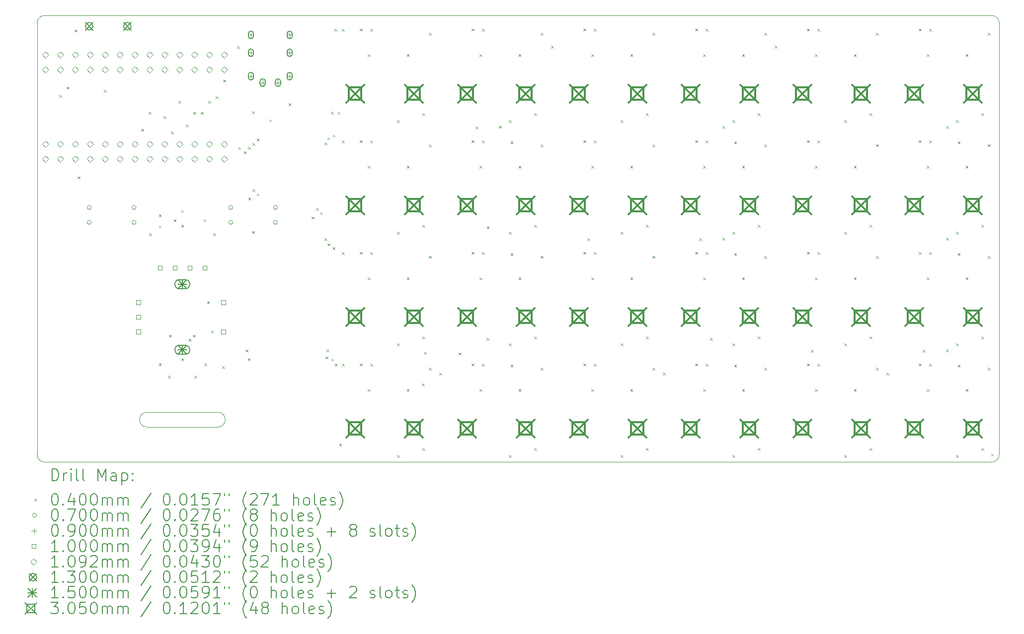
<source format=gbr>
%TF.GenerationSoftware,KiCad,Pcbnew,7.0.5*%
%TF.CreationDate,2025-01-15T14:24:01+08:00*%
%TF.ProjectId,TPS,5450532e-6b69-4636-9164-5f7063625858,rev?*%
%TF.SameCoordinates,Original*%
%TF.FileFunction,Drillmap*%
%TF.FilePolarity,Positive*%
%FSLAX45Y45*%
G04 Gerber Fmt 4.5, Leading zero omitted, Abs format (unit mm)*
G04 Created by KiCad (PCBNEW 7.0.5) date 2025-01-15 14:24:01*
%MOMM*%
%LPD*%
G01*
G04 APERTURE LIST*
%ADD10C,0.100000*%
%ADD11C,0.120000*%
%ADD12C,0.200000*%
%ADD13C,0.040000*%
%ADD14C,0.070000*%
%ADD15C,0.090000*%
%ADD16C,0.109220*%
%ADD17C,0.130000*%
%ADD18C,0.150000*%
%ADD19C,0.305000*%
G04 APERTURE END LIST*
D10*
X6927100Y-9921300D02*
X5716800Y-9921300D01*
D11*
X20115500Y-2900000D02*
X3973100Y-2900000D01*
X3846100Y-10393000D02*
G75*
G03*
X3973100Y-10520000I127000J0D01*
G01*
X3973100Y-2900000D02*
G75*
G03*
X3846100Y-3027000I0J-127000D01*
G01*
X20242500Y-10393000D02*
X20242500Y-3027000D01*
D10*
X6927100Y-9921300D02*
G75*
G03*
X6927100Y-9671300I0J125000D01*
G01*
D11*
X20115500Y-10520000D02*
X3973100Y-10520000D01*
X3846100Y-3027000D02*
X3846100Y-10393000D01*
X20115500Y-10520000D02*
G75*
G03*
X20242500Y-10393000I0J127000D01*
G01*
D10*
X5716800Y-9671300D02*
G75*
G03*
X5716800Y-9921300I0J-125000D01*
G01*
D11*
X20242500Y-3027000D02*
G75*
G03*
X20115500Y-2900000I-127000J0D01*
G01*
D10*
X6927100Y-9671300D02*
X5716800Y-9671300D01*
D12*
D13*
X4222100Y-4256000D02*
X4262100Y-4296000D01*
X4262100Y-4256000D02*
X4222100Y-4296000D01*
X4349000Y-4114000D02*
X4389000Y-4154000D01*
X4389000Y-4114000D02*
X4349000Y-4154000D01*
X4483000Y-3141000D02*
X4523000Y-3181000D01*
X4523000Y-3141000D02*
X4483000Y-3181000D01*
X4539000Y-5645000D02*
X4579000Y-5685000D01*
X4579000Y-5645000D02*
X4539000Y-5685000D01*
X4984100Y-4168000D02*
X5024100Y-4208000D01*
X5024100Y-4168000D02*
X4984100Y-4208000D01*
X5618000Y-4833000D02*
X5658000Y-4873000D01*
X5658000Y-4833000D02*
X5618000Y-4873000D01*
X5746100Y-4544000D02*
X5786100Y-4584000D01*
X5786100Y-4544000D02*
X5746100Y-4584000D01*
X5754000Y-6614000D02*
X5794000Y-6654000D01*
X5794000Y-6614000D02*
X5754000Y-6654000D01*
X5920000Y-8834000D02*
X5960000Y-8874000D01*
X5960000Y-8834000D02*
X5920000Y-8874000D01*
X5920750Y-6484250D02*
X5960750Y-6524250D01*
X5960750Y-6484250D02*
X5920750Y-6524250D01*
X5921000Y-6295000D02*
X5961000Y-6335000D01*
X5961000Y-6295000D02*
X5921000Y-6335000D01*
X6000100Y-4619000D02*
X6040100Y-4659000D01*
X6040100Y-4619000D02*
X6000100Y-4659000D01*
X6077000Y-9044000D02*
X6117000Y-9084000D01*
X6117000Y-9044000D02*
X6077000Y-9084000D01*
X6094000Y-8346750D02*
X6134000Y-8386750D01*
X6134000Y-8346750D02*
X6094000Y-8386750D01*
X6127000Y-4879000D02*
X6167000Y-4919000D01*
X6167000Y-4879000D02*
X6127000Y-4919000D01*
X6175000Y-6381000D02*
X6215000Y-6421000D01*
X6215000Y-6381000D02*
X6175000Y-6421000D01*
X6254100Y-4354000D02*
X6294100Y-4394000D01*
X6294100Y-4354000D02*
X6254100Y-4394000D01*
X6302000Y-6222000D02*
X6342000Y-6262000D01*
X6342000Y-6222000D02*
X6302000Y-6262000D01*
X6302000Y-6472000D02*
X6342000Y-6512000D01*
X6342000Y-6472000D02*
X6302000Y-6512000D01*
X6302000Y-8750000D02*
X6342000Y-8790000D01*
X6342000Y-8750000D02*
X6302000Y-8790000D01*
X6381000Y-4760000D02*
X6421000Y-4800000D01*
X6421000Y-4760000D02*
X6381000Y-4800000D01*
X6428000Y-8420000D02*
X6468000Y-8460000D01*
X6468000Y-8420000D02*
X6428000Y-8460000D01*
X6501000Y-8346750D02*
X6541000Y-8386750D01*
X6541000Y-8346750D02*
X6501000Y-8386750D01*
X6508100Y-4545000D02*
X6548100Y-4585000D01*
X6548100Y-4545000D02*
X6508100Y-4585000D01*
X6527000Y-9045000D02*
X6567000Y-9085000D01*
X6567000Y-9045000D02*
X6527000Y-9085000D01*
X6634000Y-4545000D02*
X6674000Y-4585000D01*
X6674000Y-4545000D02*
X6634000Y-4585000D01*
X6682750Y-6373000D02*
X6722750Y-6413000D01*
X6722750Y-6373000D02*
X6682750Y-6413000D01*
X6694000Y-8834000D02*
X6734000Y-8874000D01*
X6734000Y-8834000D02*
X6694000Y-8874000D01*
X6742000Y-7775000D02*
X6782000Y-7815000D01*
X6782000Y-7775000D02*
X6742000Y-7815000D01*
X6762100Y-4354000D02*
X6802100Y-4394000D01*
X6802100Y-4354000D02*
X6762100Y-4394000D01*
X6816000Y-8274000D02*
X6856000Y-8314000D01*
X6856000Y-8274000D02*
X6816000Y-8314000D01*
X6849000Y-6615000D02*
X6889000Y-6655000D01*
X6889000Y-6615000D02*
X6849000Y-6655000D01*
X6889000Y-4281000D02*
X6929000Y-4321000D01*
X6929000Y-4281000D02*
X6889000Y-4321000D01*
X7002000Y-8887000D02*
X7042000Y-8927000D01*
X7042000Y-8887000D02*
X7002000Y-8927000D01*
X7016100Y-3995000D02*
X7056100Y-4035000D01*
X7056100Y-3995000D02*
X7016100Y-4035000D01*
X7253000Y-3421000D02*
X7293000Y-3461000D01*
X7293000Y-3421000D02*
X7253000Y-3461000D01*
X7276000Y-5146000D02*
X7316000Y-5186000D01*
X7316000Y-5146000D02*
X7276000Y-5186000D01*
X7369000Y-5219000D02*
X7409000Y-5259000D01*
X7409000Y-5219000D02*
X7369000Y-5259000D01*
X7396000Y-8600000D02*
X7436000Y-8640000D01*
X7436000Y-8600000D02*
X7396000Y-8640000D01*
X7437000Y-8748000D02*
X7477000Y-8788000D01*
X7477000Y-8748000D02*
X7437000Y-8788000D01*
X7443000Y-5145000D02*
X7483000Y-5185000D01*
X7483000Y-5145000D02*
X7443000Y-5185000D01*
X7445000Y-6005500D02*
X7485000Y-6045500D01*
X7485000Y-6005500D02*
X7445000Y-6045500D01*
X7508000Y-4530000D02*
X7548000Y-4570000D01*
X7548000Y-4530000D02*
X7508000Y-4570000D01*
X7510000Y-6577000D02*
X7550000Y-6617000D01*
X7550000Y-6577000D02*
X7510000Y-6617000D01*
X7515550Y-5072000D02*
X7555550Y-5112000D01*
X7555550Y-5072000D02*
X7515550Y-5112000D01*
X7515550Y-5860000D02*
X7555550Y-5900000D01*
X7555550Y-5860000D02*
X7515550Y-5900000D01*
X7588000Y-4999000D02*
X7628000Y-5039000D01*
X7628000Y-4999000D02*
X7588000Y-5039000D01*
X7588000Y-5933000D02*
X7628000Y-5973000D01*
X7628000Y-5933000D02*
X7588000Y-5973000D01*
X7801000Y-4672000D02*
X7841000Y-4712000D01*
X7841000Y-4672000D02*
X7801000Y-4712000D01*
X8131400Y-4400000D02*
X8171400Y-4440000D01*
X8171400Y-4400000D02*
X8131400Y-4440000D01*
X8527000Y-6332000D02*
X8567000Y-6372000D01*
X8567000Y-6332000D02*
X8527000Y-6372000D01*
X8601000Y-6184000D02*
X8641000Y-6224000D01*
X8641000Y-6184000D02*
X8601000Y-6224000D01*
X8673000Y-6255000D02*
X8713000Y-6295000D01*
X8713000Y-6255000D02*
X8673000Y-6295000D01*
X8746000Y-6701000D02*
X8786000Y-6741000D01*
X8786000Y-6701000D02*
X8746000Y-6741000D01*
X8747000Y-5066000D02*
X8787000Y-5106000D01*
X8787000Y-5066000D02*
X8747000Y-5106000D01*
X8762000Y-8719000D02*
X8802000Y-8759000D01*
X8802000Y-8719000D02*
X8762000Y-8759000D01*
X8778000Y-8596000D02*
X8818000Y-8636000D01*
X8818000Y-8596000D02*
X8778000Y-8636000D01*
X8792000Y-4976000D02*
X8832000Y-5016000D01*
X8832000Y-4976000D02*
X8792000Y-5016000D01*
X8793000Y-6790000D02*
X8833000Y-6830000D01*
X8833000Y-6790000D02*
X8793000Y-6830000D01*
X8852000Y-4542000D02*
X8892000Y-4582000D01*
X8892000Y-4542000D02*
X8852000Y-4582000D01*
X8858000Y-8754000D02*
X8898000Y-8794000D01*
X8898000Y-8754000D02*
X8858000Y-8794000D01*
X8884000Y-4935000D02*
X8924000Y-4975000D01*
X8924000Y-4935000D02*
X8884000Y-4975000D01*
X8884000Y-6850000D02*
X8924000Y-6890000D01*
X8924000Y-6850000D02*
X8884000Y-6890000D01*
X8911000Y-3128000D02*
X8951000Y-3168000D01*
X8951000Y-3128000D02*
X8911000Y-3168000D01*
X8917000Y-8843000D02*
X8957000Y-8883000D01*
X8957000Y-8843000D02*
X8917000Y-8883000D01*
X8970000Y-4545000D02*
X9010000Y-4585000D01*
X9010000Y-4545000D02*
X8970000Y-4585000D01*
X8995000Y-10207000D02*
X9035000Y-10247000D01*
X9035000Y-10207000D02*
X8995000Y-10247000D01*
X9040000Y-3128000D02*
X9080000Y-3168000D01*
X9080000Y-3128000D02*
X9040000Y-3168000D01*
X9040000Y-6938000D02*
X9080000Y-6978000D01*
X9080000Y-6938000D02*
X9040000Y-6978000D01*
X9040000Y-8843000D02*
X9080000Y-8883000D01*
X9080000Y-8843000D02*
X9040000Y-8883000D01*
X9041000Y-5033000D02*
X9081000Y-5073000D01*
X9081000Y-5033000D02*
X9041000Y-5073000D01*
X9345000Y-3124000D02*
X9385000Y-3164000D01*
X9385000Y-3124000D02*
X9345000Y-3164000D01*
X9345000Y-6934000D02*
X9385000Y-6974000D01*
X9385000Y-6934000D02*
X9345000Y-6974000D01*
X9345000Y-8839000D02*
X9385000Y-8879000D01*
X9385000Y-8839000D02*
X9345000Y-8879000D01*
X9346000Y-5029000D02*
X9386000Y-5069000D01*
X9386000Y-5029000D02*
X9346000Y-5069000D01*
X9480000Y-3561000D02*
X9520000Y-3601000D01*
X9520000Y-3561000D02*
X9480000Y-3601000D01*
X9480000Y-5465000D02*
X9520000Y-5505000D01*
X9520000Y-5465000D02*
X9480000Y-5505000D01*
X9480000Y-7370000D02*
X9520000Y-7410000D01*
X9520000Y-7370000D02*
X9480000Y-7410000D01*
X9480000Y-9275000D02*
X9520000Y-9315000D01*
X9520000Y-9275000D02*
X9480000Y-9315000D01*
X9525000Y-3127000D02*
X9565000Y-3167000D01*
X9565000Y-3127000D02*
X9525000Y-3167000D01*
X9525000Y-5032000D02*
X9565000Y-5072000D01*
X9565000Y-5032000D02*
X9525000Y-5072000D01*
X9525000Y-6938000D02*
X9565000Y-6978000D01*
X9565000Y-6938000D02*
X9525000Y-6978000D01*
X9525000Y-8842000D02*
X9565000Y-8882000D01*
X9565000Y-8842000D02*
X9525000Y-8882000D01*
X9980000Y-4685000D02*
X10020000Y-4725000D01*
X10020000Y-4685000D02*
X9980000Y-4725000D01*
X9980000Y-6590000D02*
X10020000Y-6630000D01*
X10020000Y-6590000D02*
X9980000Y-6630000D01*
X9980000Y-8495000D02*
X10020000Y-8535000D01*
X10020000Y-8495000D02*
X9980000Y-8535000D01*
X9980000Y-10400000D02*
X10020000Y-10440000D01*
X10020000Y-10400000D02*
X9980000Y-10440000D01*
X10145000Y-3561000D02*
X10185000Y-3601000D01*
X10185000Y-3561000D02*
X10145000Y-3601000D01*
X10145000Y-5466000D02*
X10185000Y-5506000D01*
X10185000Y-5466000D02*
X10145000Y-5506000D01*
X10145000Y-7371000D02*
X10185000Y-7411000D01*
X10185000Y-7371000D02*
X10145000Y-7411000D01*
X10145000Y-9276000D02*
X10185000Y-9316000D01*
X10185000Y-9276000D02*
X10145000Y-9316000D01*
X10406000Y-9178000D02*
X10446000Y-9218000D01*
X10446000Y-9178000D02*
X10406000Y-9218000D01*
X10415000Y-4565000D02*
X10455000Y-4605000D01*
X10455000Y-4565000D02*
X10415000Y-4605000D01*
X10415000Y-6470000D02*
X10455000Y-6510000D01*
X10455000Y-6470000D02*
X10415000Y-6510000D01*
X10415000Y-8375000D02*
X10455000Y-8415000D01*
X10455000Y-8375000D02*
X10415000Y-8415000D01*
X10415000Y-10280000D02*
X10455000Y-10320000D01*
X10455000Y-10280000D02*
X10415000Y-10320000D01*
X10440000Y-8642000D02*
X10480000Y-8682000D01*
X10480000Y-8642000D02*
X10440000Y-8682000D01*
X10520000Y-5097000D02*
X10560000Y-5137000D01*
X10560000Y-5097000D02*
X10520000Y-5137000D01*
X10520000Y-7001000D02*
X10560000Y-7041000D01*
X10560000Y-7001000D02*
X10520000Y-7041000D01*
X10520000Y-8907000D02*
X10560000Y-8947000D01*
X10560000Y-8907000D02*
X10520000Y-8947000D01*
X10521000Y-3193000D02*
X10561000Y-3233000D01*
X10561000Y-3193000D02*
X10521000Y-3233000D01*
X10698000Y-8993000D02*
X10738000Y-9033000D01*
X10738000Y-8993000D02*
X10698000Y-9033000D01*
X11032000Y-8652000D02*
X11072000Y-8692000D01*
X11072000Y-8652000D02*
X11032000Y-8692000D01*
X11250000Y-3124000D02*
X11290000Y-3164000D01*
X11290000Y-3124000D02*
X11250000Y-3164000D01*
X11250000Y-5029000D02*
X11290000Y-5069000D01*
X11290000Y-5029000D02*
X11250000Y-5069000D01*
X11250000Y-6934000D02*
X11290000Y-6974000D01*
X11290000Y-6934000D02*
X11250000Y-6974000D01*
X11250000Y-8839000D02*
X11290000Y-8879000D01*
X11290000Y-8839000D02*
X11250000Y-8879000D01*
X11320017Y-4795983D02*
X11360017Y-4835983D01*
X11360017Y-4795983D02*
X11320017Y-4835983D01*
X11385000Y-3560000D02*
X11425000Y-3600000D01*
X11425000Y-3560000D02*
X11385000Y-3600000D01*
X11385000Y-5466000D02*
X11425000Y-5506000D01*
X11425000Y-5466000D02*
X11385000Y-5506000D01*
X11385000Y-7371000D02*
X11425000Y-7411000D01*
X11425000Y-7371000D02*
X11385000Y-7411000D01*
X11385000Y-9275000D02*
X11425000Y-9315000D01*
X11425000Y-9275000D02*
X11385000Y-9315000D01*
X11430000Y-5033000D02*
X11470000Y-5073000D01*
X11470000Y-5033000D02*
X11430000Y-5073000D01*
X11430000Y-6937000D02*
X11470000Y-6977000D01*
X11470000Y-6937000D02*
X11430000Y-6977000D01*
X11430000Y-8842000D02*
X11470000Y-8882000D01*
X11470000Y-8842000D02*
X11430000Y-8882000D01*
X11431000Y-3127000D02*
X11471000Y-3167000D01*
X11471000Y-3127000D02*
X11431000Y-3167000D01*
X11507000Y-8401000D02*
X11547000Y-8441000D01*
X11547000Y-8401000D02*
X11507000Y-8441000D01*
X11509000Y-6497000D02*
X11549000Y-6537000D01*
X11549000Y-6497000D02*
X11509000Y-6537000D01*
X11717000Y-4783000D02*
X11757000Y-4823000D01*
X11757000Y-4783000D02*
X11717000Y-4823000D01*
X11885000Y-4685000D02*
X11925000Y-4725000D01*
X11925000Y-4685000D02*
X11885000Y-4725000D01*
X11885000Y-6590000D02*
X11925000Y-6630000D01*
X11925000Y-6590000D02*
X11885000Y-6630000D01*
X11885000Y-8495000D02*
X11925000Y-8535000D01*
X11925000Y-8495000D02*
X11885000Y-8535000D01*
X11885000Y-10400000D02*
X11925000Y-10440000D01*
X11925000Y-10400000D02*
X11885000Y-10440000D01*
X11915000Y-5051000D02*
X11955000Y-5091000D01*
X11955000Y-5051000D02*
X11915000Y-5091000D01*
X11915000Y-6956000D02*
X11955000Y-6996000D01*
X11955000Y-6956000D02*
X11915000Y-6996000D01*
X11915000Y-8861000D02*
X11955000Y-8901000D01*
X11955000Y-8861000D02*
X11915000Y-8901000D01*
X12050000Y-3561000D02*
X12090000Y-3601000D01*
X12090000Y-3561000D02*
X12050000Y-3601000D01*
X12050000Y-5466000D02*
X12090000Y-5506000D01*
X12090000Y-5466000D02*
X12050000Y-5506000D01*
X12050000Y-7371000D02*
X12090000Y-7411000D01*
X12090000Y-7371000D02*
X12050000Y-7411000D01*
X12050000Y-9276000D02*
X12090000Y-9316000D01*
X12090000Y-9276000D02*
X12050000Y-9316000D01*
X12320000Y-4565000D02*
X12360000Y-4605000D01*
X12360000Y-4565000D02*
X12320000Y-4605000D01*
X12320000Y-6470000D02*
X12360000Y-6510000D01*
X12360000Y-6470000D02*
X12320000Y-6510000D01*
X12320000Y-8375000D02*
X12360000Y-8415000D01*
X12360000Y-8375000D02*
X12320000Y-8415000D01*
X12320000Y-10280000D02*
X12360000Y-10320000D01*
X12360000Y-10280000D02*
X12320000Y-10320000D01*
X12425000Y-3193000D02*
X12465000Y-3233000D01*
X12465000Y-3193000D02*
X12425000Y-3233000D01*
X12425000Y-5097000D02*
X12465000Y-5137000D01*
X12465000Y-5097000D02*
X12425000Y-5137000D01*
X12425000Y-7001000D02*
X12465000Y-7041000D01*
X12465000Y-7001000D02*
X12425000Y-7041000D01*
X12425000Y-8907000D02*
X12465000Y-8947000D01*
X12465000Y-8907000D02*
X12425000Y-8947000D01*
X12603000Y-3417000D02*
X12643000Y-3457000D01*
X12643000Y-3417000D02*
X12603000Y-3457000D01*
X13155000Y-3124000D02*
X13195000Y-3164000D01*
X13195000Y-3124000D02*
X13155000Y-3164000D01*
X13155000Y-5029000D02*
X13195000Y-5069000D01*
X13195000Y-5029000D02*
X13155000Y-5069000D01*
X13155000Y-6934000D02*
X13195000Y-6974000D01*
X13195000Y-6934000D02*
X13155000Y-6974000D01*
X13155000Y-8839000D02*
X13195000Y-8879000D01*
X13195000Y-8839000D02*
X13155000Y-8879000D01*
X13225017Y-6700983D02*
X13265017Y-6740983D01*
X13265017Y-6700983D02*
X13225017Y-6740983D01*
X13290000Y-3561000D02*
X13330000Y-3601000D01*
X13330000Y-3561000D02*
X13290000Y-3601000D01*
X13290000Y-5466000D02*
X13330000Y-5506000D01*
X13330000Y-5466000D02*
X13290000Y-5506000D01*
X13290000Y-7371000D02*
X13330000Y-7411000D01*
X13330000Y-7371000D02*
X13290000Y-7411000D01*
X13290000Y-9276000D02*
X13330000Y-9316000D01*
X13330000Y-9276000D02*
X13290000Y-9316000D01*
X13335000Y-6937000D02*
X13375000Y-6977000D01*
X13375000Y-6937000D02*
X13335000Y-6977000D01*
X13335000Y-8843000D02*
X13375000Y-8883000D01*
X13375000Y-8843000D02*
X13335000Y-8883000D01*
X13336000Y-3128000D02*
X13376000Y-3168000D01*
X13376000Y-3128000D02*
X13336000Y-3168000D01*
X13336000Y-5033000D02*
X13376000Y-5073000D01*
X13376000Y-5033000D02*
X13336000Y-5073000D01*
X13790000Y-4685000D02*
X13830000Y-4725000D01*
X13830000Y-4685000D02*
X13790000Y-4725000D01*
X13790000Y-6590000D02*
X13830000Y-6630000D01*
X13830000Y-6590000D02*
X13790000Y-6630000D01*
X13790000Y-8495000D02*
X13830000Y-8535000D01*
X13830000Y-8495000D02*
X13790000Y-8535000D01*
X13790000Y-10400000D02*
X13830000Y-10440000D01*
X13830000Y-10400000D02*
X13790000Y-10440000D01*
X13955000Y-3561000D02*
X13995000Y-3601000D01*
X13995000Y-3561000D02*
X13955000Y-3601000D01*
X13955000Y-5466000D02*
X13995000Y-5506000D01*
X13995000Y-5466000D02*
X13955000Y-5506000D01*
X13955000Y-7371000D02*
X13995000Y-7411000D01*
X13995000Y-7371000D02*
X13955000Y-7411000D01*
X13955000Y-9276000D02*
X13995000Y-9316000D01*
X13995000Y-9276000D02*
X13955000Y-9316000D01*
X14225000Y-4565000D02*
X14265000Y-4605000D01*
X14265000Y-4565000D02*
X14225000Y-4605000D01*
X14225000Y-6470000D02*
X14265000Y-6510000D01*
X14265000Y-6470000D02*
X14225000Y-6510000D01*
X14225000Y-8375000D02*
X14265000Y-8415000D01*
X14265000Y-8375000D02*
X14225000Y-8415000D01*
X14225000Y-10280000D02*
X14265000Y-10320000D01*
X14265000Y-10280000D02*
X14225000Y-10320000D01*
X14330000Y-3193000D02*
X14370000Y-3233000D01*
X14370000Y-3193000D02*
X14330000Y-3233000D01*
X14330000Y-5097000D02*
X14370000Y-5137000D01*
X14370000Y-5097000D02*
X14330000Y-5137000D01*
X14330000Y-7001000D02*
X14370000Y-7041000D01*
X14370000Y-7001000D02*
X14330000Y-7041000D01*
X14330000Y-8907000D02*
X14370000Y-8947000D01*
X14370000Y-8907000D02*
X14330000Y-8947000D01*
X14508000Y-8992000D02*
X14548000Y-9032000D01*
X14548000Y-8992000D02*
X14508000Y-9032000D01*
X15060000Y-3124000D02*
X15100000Y-3164000D01*
X15100000Y-3124000D02*
X15060000Y-3164000D01*
X15060000Y-5029000D02*
X15100000Y-5069000D01*
X15100000Y-5029000D02*
X15060000Y-5069000D01*
X15060000Y-8839000D02*
X15100000Y-8879000D01*
X15100000Y-8839000D02*
X15060000Y-8879000D01*
X15061000Y-6934000D02*
X15101000Y-6974000D01*
X15101000Y-6934000D02*
X15061000Y-6974000D01*
X15130017Y-6700983D02*
X15170017Y-6740983D01*
X15170017Y-6700983D02*
X15130017Y-6740983D01*
X15195000Y-3560000D02*
X15235000Y-3600000D01*
X15235000Y-3560000D02*
X15195000Y-3600000D01*
X15195000Y-5466000D02*
X15235000Y-5506000D01*
X15235000Y-5466000D02*
X15195000Y-5506000D01*
X15195000Y-7370000D02*
X15235000Y-7410000D01*
X15235000Y-7370000D02*
X15195000Y-7410000D01*
X15195000Y-9275000D02*
X15235000Y-9315000D01*
X15235000Y-9275000D02*
X15195000Y-9315000D01*
X15240000Y-3128000D02*
X15280000Y-3168000D01*
X15280000Y-3128000D02*
X15240000Y-3168000D01*
X15240000Y-5032000D02*
X15280000Y-5072000D01*
X15280000Y-5032000D02*
X15240000Y-5072000D01*
X15240000Y-6938000D02*
X15280000Y-6978000D01*
X15280000Y-6938000D02*
X15240000Y-6978000D01*
X15241000Y-8843000D02*
X15281000Y-8883000D01*
X15281000Y-8843000D02*
X15241000Y-8883000D01*
X15317000Y-8402000D02*
X15357000Y-8442000D01*
X15357000Y-8402000D02*
X15317000Y-8442000D01*
X15525000Y-4784000D02*
X15565000Y-4824000D01*
X15565000Y-4784000D02*
X15525000Y-4824000D01*
X15525000Y-6690000D02*
X15565000Y-6730000D01*
X15565000Y-6690000D02*
X15525000Y-6730000D01*
X15694000Y-8495000D02*
X15734000Y-8535000D01*
X15734000Y-8495000D02*
X15694000Y-8535000D01*
X15695000Y-4685000D02*
X15735000Y-4725000D01*
X15735000Y-4685000D02*
X15695000Y-4725000D01*
X15695000Y-6590000D02*
X15735000Y-6630000D01*
X15735000Y-6590000D02*
X15695000Y-6630000D01*
X15695000Y-10400000D02*
X15735000Y-10440000D01*
X15735000Y-10400000D02*
X15695000Y-10440000D01*
X15725000Y-5051000D02*
X15765000Y-5091000D01*
X15765000Y-5051000D02*
X15725000Y-5091000D01*
X15725000Y-6956000D02*
X15765000Y-6996000D01*
X15765000Y-6956000D02*
X15725000Y-6996000D01*
X15725000Y-8861000D02*
X15765000Y-8901000D01*
X15765000Y-8861000D02*
X15725000Y-8901000D01*
X15860000Y-3561000D02*
X15900000Y-3601000D01*
X15900000Y-3561000D02*
X15860000Y-3601000D01*
X15860000Y-5466000D02*
X15900000Y-5506000D01*
X15900000Y-5466000D02*
X15860000Y-5506000D01*
X15860000Y-7371000D02*
X15900000Y-7411000D01*
X15900000Y-7371000D02*
X15860000Y-7411000D01*
X15860000Y-9276000D02*
X15900000Y-9316000D01*
X15900000Y-9276000D02*
X15860000Y-9316000D01*
X16130000Y-4565000D02*
X16170000Y-4605000D01*
X16170000Y-4565000D02*
X16130000Y-4605000D01*
X16130000Y-6470000D02*
X16170000Y-6510000D01*
X16170000Y-6470000D02*
X16130000Y-6510000D01*
X16130000Y-8375000D02*
X16170000Y-8415000D01*
X16170000Y-8375000D02*
X16130000Y-8415000D01*
X16130000Y-10280000D02*
X16170000Y-10320000D01*
X16170000Y-10280000D02*
X16130000Y-10320000D01*
X16235000Y-3193000D02*
X16275000Y-3233000D01*
X16275000Y-3193000D02*
X16235000Y-3233000D01*
X16235000Y-7002000D02*
X16275000Y-7042000D01*
X16275000Y-7002000D02*
X16235000Y-7042000D01*
X16235000Y-8907000D02*
X16275000Y-8947000D01*
X16275000Y-8907000D02*
X16235000Y-8947000D01*
X16236000Y-5097000D02*
X16276000Y-5137000D01*
X16276000Y-5097000D02*
X16236000Y-5137000D01*
X16413000Y-3417000D02*
X16453000Y-3457000D01*
X16453000Y-3417000D02*
X16413000Y-3457000D01*
X16965000Y-3124000D02*
X17005000Y-3164000D01*
X17005000Y-3124000D02*
X16965000Y-3164000D01*
X16965000Y-5029000D02*
X17005000Y-5069000D01*
X17005000Y-5029000D02*
X16965000Y-5069000D01*
X16965000Y-6934000D02*
X17005000Y-6974000D01*
X17005000Y-6934000D02*
X16965000Y-6974000D01*
X16965000Y-8839000D02*
X17005000Y-8879000D01*
X17005000Y-8839000D02*
X16965000Y-8879000D01*
X17035017Y-8605983D02*
X17075017Y-8645983D01*
X17075017Y-8605983D02*
X17035017Y-8645983D01*
X17100000Y-3561000D02*
X17140000Y-3601000D01*
X17140000Y-3561000D02*
X17100000Y-3601000D01*
X17100000Y-5465000D02*
X17140000Y-5505000D01*
X17140000Y-5465000D02*
X17100000Y-5505000D01*
X17100000Y-7371000D02*
X17140000Y-7411000D01*
X17140000Y-7371000D02*
X17100000Y-7411000D01*
X17100000Y-9276000D02*
X17140000Y-9316000D01*
X17140000Y-9276000D02*
X17100000Y-9316000D01*
X17145000Y-8842000D02*
X17185000Y-8882000D01*
X17185000Y-8842000D02*
X17145000Y-8882000D01*
X17146000Y-3127000D02*
X17186000Y-3167000D01*
X17186000Y-3127000D02*
X17146000Y-3167000D01*
X17146000Y-5032000D02*
X17186000Y-5072000D01*
X17186000Y-5032000D02*
X17146000Y-5072000D01*
X17146000Y-6937000D02*
X17186000Y-6977000D01*
X17186000Y-6937000D02*
X17146000Y-6977000D01*
X17600000Y-4685000D02*
X17640000Y-4725000D01*
X17640000Y-4685000D02*
X17600000Y-4725000D01*
X17600000Y-6590000D02*
X17640000Y-6630000D01*
X17640000Y-6590000D02*
X17600000Y-6630000D01*
X17600000Y-8495000D02*
X17640000Y-8535000D01*
X17640000Y-8495000D02*
X17600000Y-8535000D01*
X17600000Y-10400000D02*
X17640000Y-10440000D01*
X17640000Y-10400000D02*
X17600000Y-10440000D01*
X17765000Y-3561000D02*
X17805000Y-3601000D01*
X17805000Y-3561000D02*
X17765000Y-3601000D01*
X17765000Y-5466000D02*
X17805000Y-5506000D01*
X17805000Y-5466000D02*
X17765000Y-5506000D01*
X17765000Y-7371000D02*
X17805000Y-7411000D01*
X17805000Y-7371000D02*
X17765000Y-7411000D01*
X17765000Y-9276000D02*
X17805000Y-9316000D01*
X17805000Y-9276000D02*
X17765000Y-9316000D01*
X18035000Y-4565000D02*
X18075000Y-4605000D01*
X18075000Y-4565000D02*
X18035000Y-4605000D01*
X18035000Y-6470000D02*
X18075000Y-6510000D01*
X18075000Y-6470000D02*
X18035000Y-6510000D01*
X18035000Y-8375000D02*
X18075000Y-8415000D01*
X18075000Y-8375000D02*
X18035000Y-8415000D01*
X18035000Y-10280000D02*
X18075000Y-10320000D01*
X18075000Y-10280000D02*
X18035000Y-10320000D01*
X18140000Y-5096000D02*
X18180000Y-5136000D01*
X18180000Y-5096000D02*
X18140000Y-5136000D01*
X18140000Y-7002000D02*
X18180000Y-7042000D01*
X18180000Y-7002000D02*
X18140000Y-7042000D01*
X18140000Y-8907000D02*
X18180000Y-8947000D01*
X18180000Y-8907000D02*
X18140000Y-8947000D01*
X18141000Y-3193000D02*
X18181000Y-3233000D01*
X18181000Y-3193000D02*
X18141000Y-3233000D01*
X18318000Y-8992000D02*
X18358000Y-9032000D01*
X18358000Y-8992000D02*
X18318000Y-9032000D01*
X18870000Y-3124000D02*
X18910000Y-3164000D01*
X18910000Y-3124000D02*
X18870000Y-3164000D01*
X18870000Y-5029000D02*
X18910000Y-5069000D01*
X18910000Y-5029000D02*
X18870000Y-5069000D01*
X18870000Y-6935000D02*
X18910000Y-6975000D01*
X18910000Y-6935000D02*
X18870000Y-6975000D01*
X18870000Y-8839000D02*
X18910000Y-8879000D01*
X18910000Y-8839000D02*
X18870000Y-8879000D01*
X18940017Y-8605983D02*
X18980017Y-8645983D01*
X18980017Y-8605983D02*
X18940017Y-8645983D01*
X19005000Y-3561000D02*
X19045000Y-3601000D01*
X19045000Y-3561000D02*
X19005000Y-3601000D01*
X19005000Y-5465000D02*
X19045000Y-5505000D01*
X19045000Y-5465000D02*
X19005000Y-5505000D01*
X19005000Y-7370000D02*
X19045000Y-7410000D01*
X19045000Y-7370000D02*
X19005000Y-7410000D01*
X19005000Y-9275000D02*
X19045000Y-9315000D01*
X19045000Y-9275000D02*
X19005000Y-9315000D01*
X19050000Y-3128000D02*
X19090000Y-3168000D01*
X19090000Y-3128000D02*
X19050000Y-3168000D01*
X19050000Y-5032000D02*
X19090000Y-5072000D01*
X19090000Y-5032000D02*
X19050000Y-5072000D01*
X19050000Y-6937000D02*
X19090000Y-6977000D01*
X19090000Y-6937000D02*
X19050000Y-6977000D01*
X19050000Y-8842000D02*
X19090000Y-8882000D01*
X19090000Y-8842000D02*
X19050000Y-8882000D01*
X19334000Y-8595000D02*
X19374000Y-8635000D01*
X19374000Y-8595000D02*
X19334000Y-8635000D01*
X19336000Y-6689000D02*
X19376000Y-6729000D01*
X19376000Y-6689000D02*
X19336000Y-6729000D01*
X19337000Y-4785000D02*
X19377000Y-4825000D01*
X19377000Y-4785000D02*
X19337000Y-4825000D01*
X19505000Y-4685000D02*
X19545000Y-4725000D01*
X19545000Y-4685000D02*
X19505000Y-4725000D01*
X19505000Y-6590000D02*
X19545000Y-6630000D01*
X19545000Y-6590000D02*
X19505000Y-6630000D01*
X19505000Y-8495000D02*
X19545000Y-8535000D01*
X19545000Y-8495000D02*
X19505000Y-8535000D01*
X19505000Y-10400000D02*
X19545000Y-10440000D01*
X19545000Y-10400000D02*
X19505000Y-10440000D01*
X19535000Y-5051000D02*
X19575000Y-5091000D01*
X19575000Y-5051000D02*
X19535000Y-5091000D01*
X19535000Y-6956000D02*
X19575000Y-6996000D01*
X19575000Y-6956000D02*
X19535000Y-6996000D01*
X19535000Y-8861000D02*
X19575000Y-8901000D01*
X19575000Y-8861000D02*
X19535000Y-8901000D01*
X19670000Y-3561000D02*
X19710000Y-3601000D01*
X19710000Y-3561000D02*
X19670000Y-3601000D01*
X19670000Y-5466000D02*
X19710000Y-5506000D01*
X19710000Y-5466000D02*
X19670000Y-5506000D01*
X19670000Y-7371000D02*
X19710000Y-7411000D01*
X19710000Y-7371000D02*
X19670000Y-7411000D01*
X19670000Y-9276000D02*
X19710000Y-9316000D01*
X19710000Y-9276000D02*
X19670000Y-9316000D01*
X19940000Y-4565000D02*
X19980000Y-4605000D01*
X19980000Y-4565000D02*
X19940000Y-4605000D01*
X19940000Y-6470000D02*
X19980000Y-6510000D01*
X19980000Y-6470000D02*
X19940000Y-6510000D01*
X19940000Y-8375000D02*
X19980000Y-8415000D01*
X19980000Y-8375000D02*
X19940000Y-8415000D01*
X19940000Y-10280000D02*
X19980000Y-10320000D01*
X19980000Y-10280000D02*
X19940000Y-10320000D01*
X20045000Y-5096000D02*
X20085000Y-5136000D01*
X20085000Y-5096000D02*
X20045000Y-5136000D01*
X20045000Y-8907000D02*
X20085000Y-8947000D01*
X20085000Y-8907000D02*
X20045000Y-8947000D01*
X20046000Y-3192000D02*
X20086000Y-3232000D01*
X20086000Y-3192000D02*
X20046000Y-3232000D01*
X20046000Y-7002000D02*
X20086000Y-7042000D01*
X20086000Y-7002000D02*
X20046000Y-7042000D01*
X20102000Y-10378000D02*
X20142000Y-10418000D01*
X20142000Y-10378000D02*
X20102000Y-10418000D01*
D14*
X4770100Y-6175300D02*
G75*
G03*
X4770100Y-6175300I-35000J0D01*
G01*
X4770100Y-6429300D02*
G75*
G03*
X4770100Y-6429300I-35000J0D01*
G01*
X5532100Y-6175300D02*
G75*
G03*
X5532100Y-6175300I-35000J0D01*
G01*
X5532100Y-6429300D02*
G75*
G03*
X5532100Y-6429300I-35000J0D01*
G01*
X7181500Y-6175300D02*
G75*
G03*
X7181500Y-6175300I-35000J0D01*
G01*
X7181500Y-6429300D02*
G75*
G03*
X7181500Y-6429300I-35000J0D01*
G01*
X7943500Y-6175300D02*
G75*
G03*
X7943500Y-6175300I-35000J0D01*
G01*
X7943500Y-6429300D02*
G75*
G03*
X7943500Y-6429300I-35000J0D01*
G01*
D15*
X7491400Y-3185200D02*
X7491400Y-3275200D01*
X7446400Y-3230200D02*
X7536400Y-3230200D01*
D12*
X7446400Y-3210200D02*
X7446400Y-3250200D01*
X7446400Y-3250200D02*
G75*
G03*
X7536400Y-3250200I45000J0D01*
G01*
X7536400Y-3250200D02*
X7536400Y-3210200D01*
X7536400Y-3210200D02*
G75*
G03*
X7446400Y-3210200I-45000J0D01*
G01*
D15*
X7491400Y-3490000D02*
X7491400Y-3580000D01*
X7446400Y-3535000D02*
X7536400Y-3535000D01*
D12*
X7446400Y-3515000D02*
X7446400Y-3555000D01*
X7446400Y-3555000D02*
G75*
G03*
X7536400Y-3555000I45000J0D01*
G01*
X7536400Y-3555000D02*
X7536400Y-3515000D01*
X7536400Y-3515000D02*
G75*
G03*
X7446400Y-3515000I-45000J0D01*
G01*
D15*
X7491400Y-3890000D02*
X7491400Y-3980000D01*
X7446400Y-3935000D02*
X7536400Y-3935000D01*
D12*
X7446400Y-3915000D02*
X7446400Y-3955000D01*
X7446400Y-3955000D02*
G75*
G03*
X7536400Y-3955000I45000J0D01*
G01*
X7536400Y-3955000D02*
X7536400Y-3915000D01*
X7536400Y-3915000D02*
G75*
G03*
X7446400Y-3915000I-45000J0D01*
G01*
D15*
X7691400Y-4000000D02*
X7691400Y-4090000D01*
X7646400Y-4045000D02*
X7736400Y-4045000D01*
D12*
X7646400Y-4025000D02*
X7646400Y-4065000D01*
X7646400Y-4065000D02*
G75*
G03*
X7736400Y-4065000I45000J0D01*
G01*
X7736400Y-4065000D02*
X7736400Y-4025000D01*
X7736400Y-4025000D02*
G75*
G03*
X7646400Y-4025000I-45000J0D01*
G01*
D15*
X7951400Y-4000000D02*
X7951400Y-4090000D01*
X7906400Y-4045000D02*
X7996400Y-4045000D01*
D12*
X7906400Y-4025000D02*
X7906400Y-4065000D01*
X7906400Y-4065000D02*
G75*
G03*
X7996400Y-4065000I45000J0D01*
G01*
X7996400Y-4065000D02*
X7996400Y-4025000D01*
X7996400Y-4025000D02*
G75*
G03*
X7906400Y-4025000I-45000J0D01*
G01*
D15*
X8151400Y-3185200D02*
X8151400Y-3275200D01*
X8106400Y-3230200D02*
X8196400Y-3230200D01*
D12*
X8106400Y-3210200D02*
X8106400Y-3250200D01*
X8106400Y-3250200D02*
G75*
G03*
X8196400Y-3250200I45000J0D01*
G01*
X8196400Y-3250200D02*
X8196400Y-3210200D01*
X8196400Y-3210200D02*
G75*
G03*
X8106400Y-3210200I-45000J0D01*
G01*
D15*
X8151400Y-3490000D02*
X8151400Y-3580000D01*
X8106400Y-3535000D02*
X8196400Y-3535000D01*
D12*
X8106400Y-3515000D02*
X8106400Y-3555000D01*
X8106400Y-3555000D02*
G75*
G03*
X8196400Y-3555000I45000J0D01*
G01*
X8196400Y-3555000D02*
X8196400Y-3515000D01*
X8196400Y-3515000D02*
G75*
G03*
X8106400Y-3515000I-45000J0D01*
G01*
D15*
X8151400Y-3890000D02*
X8151400Y-3980000D01*
X8106400Y-3935000D02*
X8196400Y-3935000D01*
D12*
X8106400Y-3915000D02*
X8106400Y-3955000D01*
X8106400Y-3955000D02*
G75*
G03*
X8196400Y-3955000I45000J0D01*
G01*
X8196400Y-3955000D02*
X8196400Y-3915000D01*
X8196400Y-3915000D02*
G75*
G03*
X8106400Y-3915000I-45000J0D01*
G01*
D10*
X5607156Y-7829656D02*
X5607156Y-7758944D01*
X5536444Y-7758944D01*
X5536444Y-7829656D01*
X5607156Y-7829656D01*
X5607156Y-8079656D02*
X5607156Y-8008944D01*
X5536444Y-8008944D01*
X5536444Y-8079656D01*
X5607156Y-8079656D01*
X5607156Y-8329656D02*
X5607156Y-8258944D01*
X5536444Y-8258944D01*
X5536444Y-8329656D01*
X5607156Y-8329656D01*
X5976106Y-7242656D02*
X5976106Y-7171944D01*
X5905394Y-7171944D01*
X5905394Y-7242656D01*
X5976106Y-7242656D01*
X6230106Y-7242656D02*
X6230106Y-7171944D01*
X6159394Y-7171944D01*
X6159394Y-7242656D01*
X6230106Y-7242656D01*
X6484106Y-7242656D02*
X6484106Y-7171944D01*
X6413394Y-7171944D01*
X6413394Y-7242656D01*
X6484106Y-7242656D01*
X6738106Y-7242656D02*
X6738106Y-7171944D01*
X6667394Y-7171944D01*
X6667394Y-7242656D01*
X6738106Y-7242656D01*
X7057156Y-7829656D02*
X7057156Y-7758944D01*
X6986444Y-7758944D01*
X6986444Y-7829656D01*
X7057156Y-7829656D01*
X7057156Y-8329656D02*
X7057156Y-8258944D01*
X6986444Y-8258944D01*
X6986444Y-8329656D01*
X7057156Y-8329656D01*
D16*
X3988100Y-3622710D02*
X4042710Y-3568100D01*
X3988100Y-3513490D01*
X3933490Y-3568100D01*
X3988100Y-3622710D01*
X3988100Y-3876710D02*
X4042710Y-3822100D01*
X3988100Y-3767490D01*
X3933490Y-3822100D01*
X3988100Y-3876710D01*
X3988100Y-5146710D02*
X4042710Y-5092100D01*
X3988100Y-5037490D01*
X3933490Y-5092100D01*
X3988100Y-5146710D01*
X3988100Y-5400710D02*
X4042710Y-5346100D01*
X3988100Y-5291490D01*
X3933490Y-5346100D01*
X3988100Y-5400710D01*
X4242100Y-3622710D02*
X4296710Y-3568100D01*
X4242100Y-3513490D01*
X4187490Y-3568100D01*
X4242100Y-3622710D01*
X4242100Y-3876710D02*
X4296710Y-3822100D01*
X4242100Y-3767490D01*
X4187490Y-3822100D01*
X4242100Y-3876710D01*
X4242100Y-5146710D02*
X4296710Y-5092100D01*
X4242100Y-5037490D01*
X4187490Y-5092100D01*
X4242100Y-5146710D01*
X4242100Y-5400710D02*
X4296710Y-5346100D01*
X4242100Y-5291490D01*
X4187490Y-5346100D01*
X4242100Y-5400710D01*
X4496100Y-3622710D02*
X4550710Y-3568100D01*
X4496100Y-3513490D01*
X4441490Y-3568100D01*
X4496100Y-3622710D01*
X4496100Y-3876710D02*
X4550710Y-3822100D01*
X4496100Y-3767490D01*
X4441490Y-3822100D01*
X4496100Y-3876710D01*
X4496100Y-5146710D02*
X4550710Y-5092100D01*
X4496100Y-5037490D01*
X4441490Y-5092100D01*
X4496100Y-5146710D01*
X4496100Y-5400710D02*
X4550710Y-5346100D01*
X4496100Y-5291490D01*
X4441490Y-5346100D01*
X4496100Y-5400710D01*
X4750100Y-3622710D02*
X4804710Y-3568100D01*
X4750100Y-3513490D01*
X4695490Y-3568100D01*
X4750100Y-3622710D01*
X4750100Y-3876710D02*
X4804710Y-3822100D01*
X4750100Y-3767490D01*
X4695490Y-3822100D01*
X4750100Y-3876710D01*
X4750100Y-5146710D02*
X4804710Y-5092100D01*
X4750100Y-5037490D01*
X4695490Y-5092100D01*
X4750100Y-5146710D01*
X4750100Y-5400710D02*
X4804710Y-5346100D01*
X4750100Y-5291490D01*
X4695490Y-5346100D01*
X4750100Y-5400710D01*
X5004100Y-3622710D02*
X5058710Y-3568100D01*
X5004100Y-3513490D01*
X4949490Y-3568100D01*
X5004100Y-3622710D01*
X5004100Y-3876710D02*
X5058710Y-3822100D01*
X5004100Y-3767490D01*
X4949490Y-3822100D01*
X5004100Y-3876710D01*
X5004100Y-5146710D02*
X5058710Y-5092100D01*
X5004100Y-5037490D01*
X4949490Y-5092100D01*
X5004100Y-5146710D01*
X5004100Y-5400710D02*
X5058710Y-5346100D01*
X5004100Y-5291490D01*
X4949490Y-5346100D01*
X5004100Y-5400710D01*
X5258100Y-3622710D02*
X5312710Y-3568100D01*
X5258100Y-3513490D01*
X5203490Y-3568100D01*
X5258100Y-3622710D01*
X5258100Y-3876710D02*
X5312710Y-3822100D01*
X5258100Y-3767490D01*
X5203490Y-3822100D01*
X5258100Y-3876710D01*
X5258100Y-5146710D02*
X5312710Y-5092100D01*
X5258100Y-5037490D01*
X5203490Y-5092100D01*
X5258100Y-5146710D01*
X5258100Y-5400710D02*
X5312710Y-5346100D01*
X5258100Y-5291490D01*
X5203490Y-5346100D01*
X5258100Y-5400710D01*
X5512100Y-3622710D02*
X5566710Y-3568100D01*
X5512100Y-3513490D01*
X5457490Y-3568100D01*
X5512100Y-3622710D01*
X5512100Y-3876710D02*
X5566710Y-3822100D01*
X5512100Y-3767490D01*
X5457490Y-3822100D01*
X5512100Y-3876710D01*
X5512100Y-5146710D02*
X5566710Y-5092100D01*
X5512100Y-5037490D01*
X5457490Y-5092100D01*
X5512100Y-5146710D01*
X5512100Y-5400710D02*
X5566710Y-5346100D01*
X5512100Y-5291490D01*
X5457490Y-5346100D01*
X5512100Y-5400710D01*
X5766100Y-3622710D02*
X5820710Y-3568100D01*
X5766100Y-3513490D01*
X5711490Y-3568100D01*
X5766100Y-3622710D01*
X5766100Y-3876710D02*
X5820710Y-3822100D01*
X5766100Y-3767490D01*
X5711490Y-3822100D01*
X5766100Y-3876710D01*
X5766100Y-5146710D02*
X5820710Y-5092100D01*
X5766100Y-5037490D01*
X5711490Y-5092100D01*
X5766100Y-5146710D01*
X5766100Y-5400710D02*
X5820710Y-5346100D01*
X5766100Y-5291490D01*
X5711490Y-5346100D01*
X5766100Y-5400710D01*
X6020100Y-3622710D02*
X6074710Y-3568100D01*
X6020100Y-3513490D01*
X5965490Y-3568100D01*
X6020100Y-3622710D01*
X6020100Y-3876710D02*
X6074710Y-3822100D01*
X6020100Y-3767490D01*
X5965490Y-3822100D01*
X6020100Y-3876710D01*
X6020100Y-5146710D02*
X6074710Y-5092100D01*
X6020100Y-5037490D01*
X5965490Y-5092100D01*
X6020100Y-5146710D01*
X6020100Y-5400710D02*
X6074710Y-5346100D01*
X6020100Y-5291490D01*
X5965490Y-5346100D01*
X6020100Y-5400710D01*
X6274100Y-3622710D02*
X6328710Y-3568100D01*
X6274100Y-3513490D01*
X6219490Y-3568100D01*
X6274100Y-3622710D01*
X6274100Y-3876710D02*
X6328710Y-3822100D01*
X6274100Y-3767490D01*
X6219490Y-3822100D01*
X6274100Y-3876710D01*
X6274100Y-5146710D02*
X6328710Y-5092100D01*
X6274100Y-5037490D01*
X6219490Y-5092100D01*
X6274100Y-5146710D01*
X6274100Y-5400710D02*
X6328710Y-5346100D01*
X6274100Y-5291490D01*
X6219490Y-5346100D01*
X6274100Y-5400710D01*
X6528100Y-3622710D02*
X6582710Y-3568100D01*
X6528100Y-3513490D01*
X6473490Y-3568100D01*
X6528100Y-3622710D01*
X6528100Y-3876710D02*
X6582710Y-3822100D01*
X6528100Y-3767490D01*
X6473490Y-3822100D01*
X6528100Y-3876710D01*
X6528100Y-5146710D02*
X6582710Y-5092100D01*
X6528100Y-5037490D01*
X6473490Y-5092100D01*
X6528100Y-5146710D01*
X6528100Y-5400710D02*
X6582710Y-5346100D01*
X6528100Y-5291490D01*
X6473490Y-5346100D01*
X6528100Y-5400710D01*
X6782100Y-3622710D02*
X6836710Y-3568100D01*
X6782100Y-3513490D01*
X6727490Y-3568100D01*
X6782100Y-3622710D01*
X6782100Y-3876710D02*
X6836710Y-3822100D01*
X6782100Y-3767490D01*
X6727490Y-3822100D01*
X6782100Y-3876710D01*
X6782100Y-5146710D02*
X6836710Y-5092100D01*
X6782100Y-5037490D01*
X6727490Y-5092100D01*
X6782100Y-5146710D01*
X6782100Y-5400710D02*
X6836710Y-5346100D01*
X6782100Y-5291490D01*
X6727490Y-5346100D01*
X6782100Y-5400710D01*
X7036100Y-3622710D02*
X7090710Y-3568100D01*
X7036100Y-3513490D01*
X6981490Y-3568100D01*
X7036100Y-3622710D01*
X7036100Y-3876710D02*
X7090710Y-3822100D01*
X7036100Y-3767490D01*
X6981490Y-3822100D01*
X7036100Y-3876710D01*
X7036100Y-5146710D02*
X7090710Y-5092100D01*
X7036100Y-5037490D01*
X6981490Y-5092100D01*
X7036100Y-5146710D01*
X7036100Y-5400710D02*
X7090710Y-5346100D01*
X7036100Y-5291490D01*
X6981490Y-5346100D01*
X7036100Y-5400710D01*
D17*
X4670100Y-3017300D02*
X4800100Y-3147300D01*
X4800100Y-3017300D02*
X4670100Y-3147300D01*
X4800100Y-3082300D02*
G75*
G03*
X4800100Y-3082300I-65000J0D01*
G01*
X5320100Y-3017300D02*
X5450100Y-3147300D01*
X5450100Y-3017300D02*
X5320100Y-3147300D01*
X5450100Y-3082300D02*
G75*
G03*
X5450100Y-3082300I-65000J0D01*
G01*
D18*
X6246800Y-7409300D02*
X6396800Y-7559300D01*
X6396800Y-7409300D02*
X6246800Y-7559300D01*
X6321800Y-7409300D02*
X6321800Y-7559300D01*
X6246800Y-7484300D02*
X6396800Y-7484300D01*
D12*
X6266800Y-7559300D02*
X6376800Y-7559300D01*
X6376800Y-7559300D02*
G75*
G03*
X6376800Y-7409300I0J75000D01*
G01*
X6376800Y-7409300D02*
X6266800Y-7409300D01*
X6266800Y-7409300D02*
G75*
G03*
X6266800Y-7559300I0J-75000D01*
G01*
D18*
X6246800Y-8529300D02*
X6396800Y-8679300D01*
X6396800Y-8529300D02*
X6246800Y-8679300D01*
X6321800Y-8529300D02*
X6321800Y-8679300D01*
X6246800Y-8604300D02*
X6396800Y-8604300D01*
D12*
X6266800Y-8679300D02*
X6376800Y-8679300D01*
X6376800Y-8679300D02*
G75*
G03*
X6376800Y-8529300I0J75000D01*
G01*
X6376800Y-8529300D02*
X6266800Y-8529300D01*
X6266800Y-8529300D02*
G75*
G03*
X6266800Y-8679300I0J-75000D01*
G01*
D19*
X9112517Y-4080050D02*
X9417517Y-4385050D01*
X9417517Y-4080050D02*
X9112517Y-4385050D01*
X9372852Y-4340385D02*
X9372852Y-4124715D01*
X9157182Y-4124715D01*
X9157182Y-4340385D01*
X9372852Y-4340385D01*
X9112517Y-5985050D02*
X9417517Y-6290050D01*
X9417517Y-5985050D02*
X9112517Y-6290050D01*
X9372852Y-6245385D02*
X9372852Y-6029715D01*
X9157182Y-6029715D01*
X9157182Y-6245385D01*
X9372852Y-6245385D01*
X9112517Y-7890050D02*
X9417517Y-8195050D01*
X9417517Y-7890050D02*
X9112517Y-8195050D01*
X9372852Y-8150385D02*
X9372852Y-7934715D01*
X9157182Y-7934715D01*
X9157182Y-8150385D01*
X9372852Y-8150385D01*
X9112517Y-9795050D02*
X9417517Y-10100050D01*
X9417517Y-9795050D02*
X9112517Y-10100050D01*
X9372852Y-10055385D02*
X9372852Y-9839715D01*
X9157182Y-9839715D01*
X9157182Y-10055385D01*
X9372852Y-10055385D01*
X10112517Y-4080050D02*
X10417517Y-4385050D01*
X10417517Y-4080050D02*
X10112517Y-4385050D01*
X10372852Y-4340385D02*
X10372852Y-4124715D01*
X10157182Y-4124715D01*
X10157182Y-4340385D01*
X10372852Y-4340385D01*
X10112517Y-5985050D02*
X10417517Y-6290050D01*
X10417517Y-5985050D02*
X10112517Y-6290050D01*
X10372852Y-6245385D02*
X10372852Y-6029715D01*
X10157182Y-6029715D01*
X10157182Y-6245385D01*
X10372852Y-6245385D01*
X10112517Y-7890050D02*
X10417517Y-8195050D01*
X10417517Y-7890050D02*
X10112517Y-8195050D01*
X10372852Y-8150385D02*
X10372852Y-7934715D01*
X10157182Y-7934715D01*
X10157182Y-8150385D01*
X10372852Y-8150385D01*
X10112517Y-9795050D02*
X10417517Y-10100050D01*
X10417517Y-9795050D02*
X10112517Y-10100050D01*
X10372852Y-10055385D02*
X10372852Y-9839715D01*
X10157182Y-9839715D01*
X10157182Y-10055385D01*
X10372852Y-10055385D01*
X11017517Y-4080050D02*
X11322517Y-4385050D01*
X11322517Y-4080050D02*
X11017517Y-4385050D01*
X11277851Y-4340385D02*
X11277851Y-4124715D01*
X11062182Y-4124715D01*
X11062182Y-4340385D01*
X11277851Y-4340385D01*
X11017517Y-5985050D02*
X11322517Y-6290050D01*
X11322517Y-5985050D02*
X11017517Y-6290050D01*
X11277851Y-6245385D02*
X11277851Y-6029715D01*
X11062182Y-6029715D01*
X11062182Y-6245385D01*
X11277851Y-6245385D01*
X11017517Y-9795050D02*
X11322517Y-10100050D01*
X11322517Y-9795050D02*
X11017517Y-10100050D01*
X11277851Y-10055385D02*
X11277851Y-9839715D01*
X11062182Y-9839715D01*
X11062182Y-10055385D01*
X11277851Y-10055385D01*
X11017517Y-7890050D02*
X11322517Y-8195050D01*
X11322517Y-7890050D02*
X11017517Y-8195050D01*
X11277852Y-8150385D02*
X11277852Y-7934715D01*
X11062182Y-7934715D01*
X11062182Y-8150385D01*
X11277852Y-8150385D01*
X12017517Y-4080050D02*
X12322517Y-4385050D01*
X12322517Y-4080050D02*
X12017517Y-4385050D01*
X12277851Y-4340385D02*
X12277851Y-4124715D01*
X12062182Y-4124715D01*
X12062182Y-4340385D01*
X12277851Y-4340385D01*
X12017517Y-5985050D02*
X12322517Y-6290050D01*
X12322517Y-5985050D02*
X12017517Y-6290050D01*
X12277851Y-6245385D02*
X12277851Y-6029715D01*
X12062182Y-6029715D01*
X12062182Y-6245385D01*
X12277851Y-6245385D01*
X12017517Y-9795050D02*
X12322517Y-10100050D01*
X12322517Y-9795050D02*
X12017517Y-10100050D01*
X12277851Y-10055385D02*
X12277851Y-9839715D01*
X12062182Y-9839715D01*
X12062182Y-10055385D01*
X12277851Y-10055385D01*
X12017517Y-7890050D02*
X12322517Y-8195050D01*
X12322517Y-7890050D02*
X12017517Y-8195050D01*
X12277852Y-8150385D02*
X12277852Y-7934715D01*
X12062182Y-7934715D01*
X12062182Y-8150385D01*
X12277852Y-8150385D01*
X12922517Y-4080050D02*
X13227517Y-4385050D01*
X13227517Y-4080050D02*
X12922517Y-4385050D01*
X13182851Y-4340385D02*
X13182851Y-4124715D01*
X12967182Y-4124715D01*
X12967182Y-4340385D01*
X13182851Y-4340385D01*
X12922517Y-5985050D02*
X13227517Y-6290050D01*
X13227517Y-5985050D02*
X12922517Y-6290050D01*
X13182851Y-6245385D02*
X13182851Y-6029715D01*
X12967182Y-6029715D01*
X12967182Y-6245385D01*
X13182851Y-6245385D01*
X12922517Y-7890050D02*
X13227517Y-8195050D01*
X13227517Y-7890050D02*
X12922517Y-8195050D01*
X13182851Y-8150385D02*
X13182851Y-7934715D01*
X12967182Y-7934715D01*
X12967182Y-8150385D01*
X13182851Y-8150385D01*
X12922517Y-9795050D02*
X13227517Y-10100050D01*
X13227517Y-9795050D02*
X12922517Y-10100050D01*
X13182851Y-10055385D02*
X13182851Y-9839715D01*
X12967182Y-9839715D01*
X12967182Y-10055385D01*
X13182851Y-10055385D01*
X13922517Y-4080050D02*
X14227517Y-4385050D01*
X14227517Y-4080050D02*
X13922517Y-4385050D01*
X14182851Y-4340385D02*
X14182851Y-4124715D01*
X13967182Y-4124715D01*
X13967182Y-4340385D01*
X14182851Y-4340385D01*
X13922517Y-5985050D02*
X14227517Y-6290050D01*
X14227517Y-5985050D02*
X13922517Y-6290050D01*
X14182851Y-6245385D02*
X14182851Y-6029715D01*
X13967182Y-6029715D01*
X13967182Y-6245385D01*
X14182851Y-6245385D01*
X13922517Y-7890050D02*
X14227517Y-8195050D01*
X14227517Y-7890050D02*
X13922517Y-8195050D01*
X14182851Y-8150385D02*
X14182851Y-7934715D01*
X13967182Y-7934715D01*
X13967182Y-8150385D01*
X14182851Y-8150385D01*
X13922517Y-9795050D02*
X14227517Y-10100050D01*
X14227517Y-9795050D02*
X13922517Y-10100050D01*
X14182851Y-10055385D02*
X14182851Y-9839715D01*
X13967182Y-9839715D01*
X13967182Y-10055385D01*
X14182851Y-10055385D01*
X14827517Y-4080050D02*
X15132517Y-4385050D01*
X15132517Y-4080050D02*
X14827517Y-4385050D01*
X15087851Y-4340385D02*
X15087851Y-4124715D01*
X14872182Y-4124715D01*
X14872182Y-4340385D01*
X15087851Y-4340385D01*
X14827517Y-5985050D02*
X15132517Y-6290050D01*
X15132517Y-5985050D02*
X14827517Y-6290050D01*
X15087851Y-6245385D02*
X15087851Y-6029715D01*
X14872182Y-6029715D01*
X14872182Y-6245385D01*
X15087851Y-6245385D01*
X14827517Y-7890050D02*
X15132517Y-8195050D01*
X15132517Y-7890050D02*
X14827517Y-8195050D01*
X15087851Y-8150385D02*
X15087851Y-7934715D01*
X14872182Y-7934715D01*
X14872182Y-8150385D01*
X15087851Y-8150385D01*
X14827517Y-9795050D02*
X15132517Y-10100050D01*
X15132517Y-9795050D02*
X14827517Y-10100050D01*
X15087851Y-10055385D02*
X15087851Y-9839715D01*
X14872182Y-9839715D01*
X14872182Y-10055385D01*
X15087851Y-10055385D01*
X15827517Y-4080050D02*
X16132517Y-4385050D01*
X16132517Y-4080050D02*
X15827517Y-4385050D01*
X16087851Y-4340385D02*
X16087851Y-4124715D01*
X15872182Y-4124715D01*
X15872182Y-4340385D01*
X16087851Y-4340385D01*
X15827517Y-5985050D02*
X16132517Y-6290050D01*
X16132517Y-5985050D02*
X15827517Y-6290050D01*
X16087851Y-6245385D02*
X16087851Y-6029715D01*
X15872182Y-6029715D01*
X15872182Y-6245385D01*
X16087851Y-6245385D01*
X15827517Y-7890050D02*
X16132517Y-8195050D01*
X16132517Y-7890050D02*
X15827517Y-8195050D01*
X16087851Y-8150385D02*
X16087851Y-7934715D01*
X15872182Y-7934715D01*
X15872182Y-8150385D01*
X16087851Y-8150385D01*
X15827517Y-9795050D02*
X16132517Y-10100050D01*
X16132517Y-9795050D02*
X15827517Y-10100050D01*
X16087851Y-10055385D02*
X16087851Y-9839715D01*
X15872182Y-9839715D01*
X15872182Y-10055385D01*
X16087851Y-10055385D01*
X16732517Y-4080050D02*
X17037517Y-4385050D01*
X17037517Y-4080050D02*
X16732517Y-4385050D01*
X16992852Y-4340385D02*
X16992852Y-4124715D01*
X16777182Y-4124715D01*
X16777182Y-4340385D01*
X16992852Y-4340385D01*
X16732517Y-5985050D02*
X17037517Y-6290050D01*
X17037517Y-5985050D02*
X16732517Y-6290050D01*
X16992852Y-6245385D02*
X16992852Y-6029715D01*
X16777182Y-6029715D01*
X16777182Y-6245385D01*
X16992852Y-6245385D01*
X16732517Y-7890050D02*
X17037517Y-8195050D01*
X17037517Y-7890050D02*
X16732517Y-8195050D01*
X16992852Y-8150385D02*
X16992852Y-7934715D01*
X16777182Y-7934715D01*
X16777182Y-8150385D01*
X16992852Y-8150385D01*
X16732517Y-9795050D02*
X17037517Y-10100050D01*
X17037517Y-9795050D02*
X16732517Y-10100050D01*
X16992852Y-10055385D02*
X16992852Y-9839715D01*
X16777182Y-9839715D01*
X16777182Y-10055385D01*
X16992852Y-10055385D01*
X17732517Y-4080050D02*
X18037517Y-4385050D01*
X18037517Y-4080050D02*
X17732517Y-4385050D01*
X17992852Y-4340385D02*
X17992852Y-4124715D01*
X17777182Y-4124715D01*
X17777182Y-4340385D01*
X17992852Y-4340385D01*
X17732517Y-5985050D02*
X18037517Y-6290050D01*
X18037517Y-5985050D02*
X17732517Y-6290050D01*
X17992852Y-6245385D02*
X17992852Y-6029715D01*
X17777182Y-6029715D01*
X17777182Y-6245385D01*
X17992852Y-6245385D01*
X17732517Y-7890050D02*
X18037517Y-8195050D01*
X18037517Y-7890050D02*
X17732517Y-8195050D01*
X17992852Y-8150385D02*
X17992852Y-7934715D01*
X17777182Y-7934715D01*
X17777182Y-8150385D01*
X17992852Y-8150385D01*
X17732517Y-9795050D02*
X18037517Y-10100050D01*
X18037517Y-9795050D02*
X17732517Y-10100050D01*
X17992852Y-10055385D02*
X17992852Y-9839715D01*
X17777182Y-9839715D01*
X17777182Y-10055385D01*
X17992852Y-10055385D01*
X18637517Y-4080050D02*
X18942517Y-4385050D01*
X18942517Y-4080050D02*
X18637517Y-4385050D01*
X18897852Y-4340385D02*
X18897852Y-4124715D01*
X18682182Y-4124715D01*
X18682182Y-4340385D01*
X18897852Y-4340385D01*
X18637517Y-5985050D02*
X18942517Y-6290050D01*
X18942517Y-5985050D02*
X18637517Y-6290050D01*
X18897852Y-6245385D02*
X18897852Y-6029715D01*
X18682182Y-6029715D01*
X18682182Y-6245385D01*
X18897852Y-6245385D01*
X18637517Y-7890050D02*
X18942517Y-8195050D01*
X18942517Y-7890050D02*
X18637517Y-8195050D01*
X18897852Y-8150385D02*
X18897852Y-7934715D01*
X18682182Y-7934715D01*
X18682182Y-8150385D01*
X18897852Y-8150385D01*
X18637517Y-9795050D02*
X18942517Y-10100050D01*
X18942517Y-9795050D02*
X18637517Y-10100050D01*
X18897852Y-10055385D02*
X18897852Y-9839715D01*
X18682182Y-9839715D01*
X18682182Y-10055385D01*
X18897852Y-10055385D01*
X19637517Y-4080050D02*
X19942517Y-4385050D01*
X19942517Y-4080050D02*
X19637517Y-4385050D01*
X19897852Y-4340385D02*
X19897852Y-4124715D01*
X19682182Y-4124715D01*
X19682182Y-4340385D01*
X19897852Y-4340385D01*
X19637517Y-5985050D02*
X19942517Y-6290050D01*
X19942517Y-5985050D02*
X19637517Y-6290050D01*
X19897852Y-6245385D02*
X19897852Y-6029715D01*
X19682182Y-6029715D01*
X19682182Y-6245385D01*
X19897852Y-6245385D01*
X19637517Y-7890050D02*
X19942517Y-8195050D01*
X19942517Y-7890050D02*
X19637517Y-8195050D01*
X19897852Y-8150385D02*
X19897852Y-7934715D01*
X19682182Y-7934715D01*
X19682182Y-8150385D01*
X19897852Y-8150385D01*
X19637517Y-9795050D02*
X19942517Y-10100050D01*
X19942517Y-9795050D02*
X19637517Y-10100050D01*
X19897852Y-10055385D02*
X19897852Y-9839715D01*
X19682182Y-9839715D01*
X19682182Y-10055385D01*
X19897852Y-10055385D01*
D12*
X4100877Y-10837484D02*
X4100877Y-10637484D01*
X4100877Y-10637484D02*
X4148496Y-10637484D01*
X4148496Y-10637484D02*
X4177067Y-10647008D01*
X4177067Y-10647008D02*
X4196115Y-10666055D01*
X4196115Y-10666055D02*
X4205639Y-10685103D01*
X4205639Y-10685103D02*
X4215163Y-10723198D01*
X4215163Y-10723198D02*
X4215163Y-10751770D01*
X4215163Y-10751770D02*
X4205639Y-10789865D01*
X4205639Y-10789865D02*
X4196115Y-10808912D01*
X4196115Y-10808912D02*
X4177067Y-10827960D01*
X4177067Y-10827960D02*
X4148496Y-10837484D01*
X4148496Y-10837484D02*
X4100877Y-10837484D01*
X4300877Y-10837484D02*
X4300877Y-10704150D01*
X4300877Y-10742246D02*
X4310401Y-10723198D01*
X4310401Y-10723198D02*
X4319924Y-10713674D01*
X4319924Y-10713674D02*
X4338972Y-10704150D01*
X4338972Y-10704150D02*
X4358020Y-10704150D01*
X4424686Y-10837484D02*
X4424686Y-10704150D01*
X4424686Y-10637484D02*
X4415163Y-10647008D01*
X4415163Y-10647008D02*
X4424686Y-10656531D01*
X4424686Y-10656531D02*
X4434210Y-10647008D01*
X4434210Y-10647008D02*
X4424686Y-10637484D01*
X4424686Y-10637484D02*
X4424686Y-10656531D01*
X4548496Y-10837484D02*
X4529448Y-10827960D01*
X4529448Y-10827960D02*
X4519924Y-10808912D01*
X4519924Y-10808912D02*
X4519924Y-10637484D01*
X4653258Y-10837484D02*
X4634210Y-10827960D01*
X4634210Y-10827960D02*
X4624686Y-10808912D01*
X4624686Y-10808912D02*
X4624686Y-10637484D01*
X4881829Y-10837484D02*
X4881829Y-10637484D01*
X4881829Y-10637484D02*
X4948496Y-10780341D01*
X4948496Y-10780341D02*
X5015163Y-10637484D01*
X5015163Y-10637484D02*
X5015163Y-10837484D01*
X5196115Y-10837484D02*
X5196115Y-10732722D01*
X5196115Y-10732722D02*
X5186591Y-10713674D01*
X5186591Y-10713674D02*
X5167544Y-10704150D01*
X5167544Y-10704150D02*
X5129448Y-10704150D01*
X5129448Y-10704150D02*
X5110401Y-10713674D01*
X5196115Y-10827960D02*
X5177067Y-10837484D01*
X5177067Y-10837484D02*
X5129448Y-10837484D01*
X5129448Y-10837484D02*
X5110401Y-10827960D01*
X5110401Y-10827960D02*
X5100877Y-10808912D01*
X5100877Y-10808912D02*
X5100877Y-10789865D01*
X5100877Y-10789865D02*
X5110401Y-10770817D01*
X5110401Y-10770817D02*
X5129448Y-10761293D01*
X5129448Y-10761293D02*
X5177067Y-10761293D01*
X5177067Y-10761293D02*
X5196115Y-10751770D01*
X5291353Y-10704150D02*
X5291353Y-10904150D01*
X5291353Y-10713674D02*
X5310401Y-10704150D01*
X5310401Y-10704150D02*
X5348496Y-10704150D01*
X5348496Y-10704150D02*
X5367544Y-10713674D01*
X5367544Y-10713674D02*
X5377067Y-10723198D01*
X5377067Y-10723198D02*
X5386591Y-10742246D01*
X5386591Y-10742246D02*
X5386591Y-10799389D01*
X5386591Y-10799389D02*
X5377067Y-10818436D01*
X5377067Y-10818436D02*
X5367544Y-10827960D01*
X5367544Y-10827960D02*
X5348496Y-10837484D01*
X5348496Y-10837484D02*
X5310401Y-10837484D01*
X5310401Y-10837484D02*
X5291353Y-10827960D01*
X5472305Y-10818436D02*
X5481829Y-10827960D01*
X5481829Y-10827960D02*
X5472305Y-10837484D01*
X5472305Y-10837484D02*
X5462782Y-10827960D01*
X5462782Y-10827960D02*
X5472305Y-10818436D01*
X5472305Y-10818436D02*
X5472305Y-10837484D01*
X5472305Y-10713674D02*
X5481829Y-10723198D01*
X5481829Y-10723198D02*
X5472305Y-10732722D01*
X5472305Y-10732722D02*
X5462782Y-10723198D01*
X5462782Y-10723198D02*
X5472305Y-10713674D01*
X5472305Y-10713674D02*
X5472305Y-10732722D01*
D13*
X3800100Y-11146000D02*
X3840100Y-11186000D01*
X3840100Y-11146000D02*
X3800100Y-11186000D01*
D12*
X4138972Y-11057484D02*
X4158020Y-11057484D01*
X4158020Y-11057484D02*
X4177067Y-11067008D01*
X4177067Y-11067008D02*
X4186591Y-11076531D01*
X4186591Y-11076531D02*
X4196115Y-11095579D01*
X4196115Y-11095579D02*
X4205639Y-11133674D01*
X4205639Y-11133674D02*
X4205639Y-11181293D01*
X4205639Y-11181293D02*
X4196115Y-11219388D01*
X4196115Y-11219388D02*
X4186591Y-11238436D01*
X4186591Y-11238436D02*
X4177067Y-11247960D01*
X4177067Y-11247960D02*
X4158020Y-11257484D01*
X4158020Y-11257484D02*
X4138972Y-11257484D01*
X4138972Y-11257484D02*
X4119924Y-11247960D01*
X4119924Y-11247960D02*
X4110401Y-11238436D01*
X4110401Y-11238436D02*
X4100877Y-11219388D01*
X4100877Y-11219388D02*
X4091353Y-11181293D01*
X4091353Y-11181293D02*
X4091353Y-11133674D01*
X4091353Y-11133674D02*
X4100877Y-11095579D01*
X4100877Y-11095579D02*
X4110401Y-11076531D01*
X4110401Y-11076531D02*
X4119924Y-11067008D01*
X4119924Y-11067008D02*
X4138972Y-11057484D01*
X4291353Y-11238436D02*
X4300877Y-11247960D01*
X4300877Y-11247960D02*
X4291353Y-11257484D01*
X4291353Y-11257484D02*
X4281829Y-11247960D01*
X4281829Y-11247960D02*
X4291353Y-11238436D01*
X4291353Y-11238436D02*
X4291353Y-11257484D01*
X4472305Y-11124150D02*
X4472305Y-11257484D01*
X4424686Y-11047960D02*
X4377067Y-11190817D01*
X4377067Y-11190817D02*
X4500877Y-11190817D01*
X4615163Y-11057484D02*
X4634210Y-11057484D01*
X4634210Y-11057484D02*
X4653258Y-11067008D01*
X4653258Y-11067008D02*
X4662782Y-11076531D01*
X4662782Y-11076531D02*
X4672305Y-11095579D01*
X4672305Y-11095579D02*
X4681829Y-11133674D01*
X4681829Y-11133674D02*
X4681829Y-11181293D01*
X4681829Y-11181293D02*
X4672305Y-11219388D01*
X4672305Y-11219388D02*
X4662782Y-11238436D01*
X4662782Y-11238436D02*
X4653258Y-11247960D01*
X4653258Y-11247960D02*
X4634210Y-11257484D01*
X4634210Y-11257484D02*
X4615163Y-11257484D01*
X4615163Y-11257484D02*
X4596115Y-11247960D01*
X4596115Y-11247960D02*
X4586591Y-11238436D01*
X4586591Y-11238436D02*
X4577067Y-11219388D01*
X4577067Y-11219388D02*
X4567544Y-11181293D01*
X4567544Y-11181293D02*
X4567544Y-11133674D01*
X4567544Y-11133674D02*
X4577067Y-11095579D01*
X4577067Y-11095579D02*
X4586591Y-11076531D01*
X4586591Y-11076531D02*
X4596115Y-11067008D01*
X4596115Y-11067008D02*
X4615163Y-11057484D01*
X4805639Y-11057484D02*
X4824686Y-11057484D01*
X4824686Y-11057484D02*
X4843734Y-11067008D01*
X4843734Y-11067008D02*
X4853258Y-11076531D01*
X4853258Y-11076531D02*
X4862782Y-11095579D01*
X4862782Y-11095579D02*
X4872305Y-11133674D01*
X4872305Y-11133674D02*
X4872305Y-11181293D01*
X4872305Y-11181293D02*
X4862782Y-11219388D01*
X4862782Y-11219388D02*
X4853258Y-11238436D01*
X4853258Y-11238436D02*
X4843734Y-11247960D01*
X4843734Y-11247960D02*
X4824686Y-11257484D01*
X4824686Y-11257484D02*
X4805639Y-11257484D01*
X4805639Y-11257484D02*
X4786591Y-11247960D01*
X4786591Y-11247960D02*
X4777067Y-11238436D01*
X4777067Y-11238436D02*
X4767544Y-11219388D01*
X4767544Y-11219388D02*
X4758020Y-11181293D01*
X4758020Y-11181293D02*
X4758020Y-11133674D01*
X4758020Y-11133674D02*
X4767544Y-11095579D01*
X4767544Y-11095579D02*
X4777067Y-11076531D01*
X4777067Y-11076531D02*
X4786591Y-11067008D01*
X4786591Y-11067008D02*
X4805639Y-11057484D01*
X4958020Y-11257484D02*
X4958020Y-11124150D01*
X4958020Y-11143198D02*
X4967544Y-11133674D01*
X4967544Y-11133674D02*
X4986591Y-11124150D01*
X4986591Y-11124150D02*
X5015163Y-11124150D01*
X5015163Y-11124150D02*
X5034210Y-11133674D01*
X5034210Y-11133674D02*
X5043734Y-11152722D01*
X5043734Y-11152722D02*
X5043734Y-11257484D01*
X5043734Y-11152722D02*
X5053258Y-11133674D01*
X5053258Y-11133674D02*
X5072305Y-11124150D01*
X5072305Y-11124150D02*
X5100877Y-11124150D01*
X5100877Y-11124150D02*
X5119925Y-11133674D01*
X5119925Y-11133674D02*
X5129448Y-11152722D01*
X5129448Y-11152722D02*
X5129448Y-11257484D01*
X5224686Y-11257484D02*
X5224686Y-11124150D01*
X5224686Y-11143198D02*
X5234210Y-11133674D01*
X5234210Y-11133674D02*
X5253258Y-11124150D01*
X5253258Y-11124150D02*
X5281829Y-11124150D01*
X5281829Y-11124150D02*
X5300877Y-11133674D01*
X5300877Y-11133674D02*
X5310401Y-11152722D01*
X5310401Y-11152722D02*
X5310401Y-11257484D01*
X5310401Y-11152722D02*
X5319925Y-11133674D01*
X5319925Y-11133674D02*
X5338972Y-11124150D01*
X5338972Y-11124150D02*
X5367544Y-11124150D01*
X5367544Y-11124150D02*
X5386591Y-11133674D01*
X5386591Y-11133674D02*
X5396115Y-11152722D01*
X5396115Y-11152722D02*
X5396115Y-11257484D01*
X5786591Y-11047960D02*
X5615163Y-11305103D01*
X6043734Y-11057484D02*
X6062782Y-11057484D01*
X6062782Y-11057484D02*
X6081829Y-11067008D01*
X6081829Y-11067008D02*
X6091353Y-11076531D01*
X6091353Y-11076531D02*
X6100877Y-11095579D01*
X6100877Y-11095579D02*
X6110401Y-11133674D01*
X6110401Y-11133674D02*
X6110401Y-11181293D01*
X6110401Y-11181293D02*
X6100877Y-11219388D01*
X6100877Y-11219388D02*
X6091353Y-11238436D01*
X6091353Y-11238436D02*
X6081829Y-11247960D01*
X6081829Y-11247960D02*
X6062782Y-11257484D01*
X6062782Y-11257484D02*
X6043734Y-11257484D01*
X6043734Y-11257484D02*
X6024686Y-11247960D01*
X6024686Y-11247960D02*
X6015163Y-11238436D01*
X6015163Y-11238436D02*
X6005639Y-11219388D01*
X6005639Y-11219388D02*
X5996115Y-11181293D01*
X5996115Y-11181293D02*
X5996115Y-11133674D01*
X5996115Y-11133674D02*
X6005639Y-11095579D01*
X6005639Y-11095579D02*
X6015163Y-11076531D01*
X6015163Y-11076531D02*
X6024686Y-11067008D01*
X6024686Y-11067008D02*
X6043734Y-11057484D01*
X6196115Y-11238436D02*
X6205639Y-11247960D01*
X6205639Y-11247960D02*
X6196115Y-11257484D01*
X6196115Y-11257484D02*
X6186591Y-11247960D01*
X6186591Y-11247960D02*
X6196115Y-11238436D01*
X6196115Y-11238436D02*
X6196115Y-11257484D01*
X6329448Y-11057484D02*
X6348496Y-11057484D01*
X6348496Y-11057484D02*
X6367544Y-11067008D01*
X6367544Y-11067008D02*
X6377067Y-11076531D01*
X6377067Y-11076531D02*
X6386591Y-11095579D01*
X6386591Y-11095579D02*
X6396115Y-11133674D01*
X6396115Y-11133674D02*
X6396115Y-11181293D01*
X6396115Y-11181293D02*
X6386591Y-11219388D01*
X6386591Y-11219388D02*
X6377067Y-11238436D01*
X6377067Y-11238436D02*
X6367544Y-11247960D01*
X6367544Y-11247960D02*
X6348496Y-11257484D01*
X6348496Y-11257484D02*
X6329448Y-11257484D01*
X6329448Y-11257484D02*
X6310401Y-11247960D01*
X6310401Y-11247960D02*
X6300877Y-11238436D01*
X6300877Y-11238436D02*
X6291353Y-11219388D01*
X6291353Y-11219388D02*
X6281829Y-11181293D01*
X6281829Y-11181293D02*
X6281829Y-11133674D01*
X6281829Y-11133674D02*
X6291353Y-11095579D01*
X6291353Y-11095579D02*
X6300877Y-11076531D01*
X6300877Y-11076531D02*
X6310401Y-11067008D01*
X6310401Y-11067008D02*
X6329448Y-11057484D01*
X6586591Y-11257484D02*
X6472306Y-11257484D01*
X6529448Y-11257484D02*
X6529448Y-11057484D01*
X6529448Y-11057484D02*
X6510401Y-11086055D01*
X6510401Y-11086055D02*
X6491353Y-11105103D01*
X6491353Y-11105103D02*
X6472306Y-11114627D01*
X6767544Y-11057484D02*
X6672306Y-11057484D01*
X6672306Y-11057484D02*
X6662782Y-11152722D01*
X6662782Y-11152722D02*
X6672306Y-11143198D01*
X6672306Y-11143198D02*
X6691353Y-11133674D01*
X6691353Y-11133674D02*
X6738972Y-11133674D01*
X6738972Y-11133674D02*
X6758020Y-11143198D01*
X6758020Y-11143198D02*
X6767544Y-11152722D01*
X6767544Y-11152722D02*
X6777067Y-11171770D01*
X6777067Y-11171770D02*
X6777067Y-11219388D01*
X6777067Y-11219388D02*
X6767544Y-11238436D01*
X6767544Y-11238436D02*
X6758020Y-11247960D01*
X6758020Y-11247960D02*
X6738972Y-11257484D01*
X6738972Y-11257484D02*
X6691353Y-11257484D01*
X6691353Y-11257484D02*
X6672306Y-11247960D01*
X6672306Y-11247960D02*
X6662782Y-11238436D01*
X6843734Y-11057484D02*
X6977067Y-11057484D01*
X6977067Y-11057484D02*
X6891353Y-11257484D01*
X7043734Y-11057484D02*
X7043734Y-11095579D01*
X7119925Y-11057484D02*
X7119925Y-11095579D01*
X7415163Y-11333674D02*
X7405639Y-11324150D01*
X7405639Y-11324150D02*
X7386591Y-11295579D01*
X7386591Y-11295579D02*
X7377068Y-11276531D01*
X7377068Y-11276531D02*
X7367544Y-11247960D01*
X7367544Y-11247960D02*
X7358020Y-11200341D01*
X7358020Y-11200341D02*
X7358020Y-11162246D01*
X7358020Y-11162246D02*
X7367544Y-11114627D01*
X7367544Y-11114627D02*
X7377068Y-11086055D01*
X7377068Y-11086055D02*
X7386591Y-11067008D01*
X7386591Y-11067008D02*
X7405639Y-11038436D01*
X7405639Y-11038436D02*
X7415163Y-11028912D01*
X7481829Y-11076531D02*
X7491353Y-11067008D01*
X7491353Y-11067008D02*
X7510401Y-11057484D01*
X7510401Y-11057484D02*
X7558020Y-11057484D01*
X7558020Y-11057484D02*
X7577068Y-11067008D01*
X7577068Y-11067008D02*
X7586591Y-11076531D01*
X7586591Y-11076531D02*
X7596115Y-11095579D01*
X7596115Y-11095579D02*
X7596115Y-11114627D01*
X7596115Y-11114627D02*
X7586591Y-11143198D01*
X7586591Y-11143198D02*
X7472306Y-11257484D01*
X7472306Y-11257484D02*
X7596115Y-11257484D01*
X7662782Y-11057484D02*
X7796115Y-11057484D01*
X7796115Y-11057484D02*
X7710401Y-11257484D01*
X7977068Y-11257484D02*
X7862782Y-11257484D01*
X7919925Y-11257484D02*
X7919925Y-11057484D01*
X7919925Y-11057484D02*
X7900877Y-11086055D01*
X7900877Y-11086055D02*
X7881829Y-11105103D01*
X7881829Y-11105103D02*
X7862782Y-11114627D01*
X8215163Y-11257484D02*
X8215163Y-11057484D01*
X8300877Y-11257484D02*
X8300877Y-11152722D01*
X8300877Y-11152722D02*
X8291353Y-11133674D01*
X8291353Y-11133674D02*
X8272306Y-11124150D01*
X8272306Y-11124150D02*
X8243734Y-11124150D01*
X8243734Y-11124150D02*
X8224687Y-11133674D01*
X8224687Y-11133674D02*
X8215163Y-11143198D01*
X8424687Y-11257484D02*
X8405639Y-11247960D01*
X8405639Y-11247960D02*
X8396115Y-11238436D01*
X8396115Y-11238436D02*
X8386591Y-11219388D01*
X8386591Y-11219388D02*
X8386591Y-11162246D01*
X8386591Y-11162246D02*
X8396115Y-11143198D01*
X8396115Y-11143198D02*
X8405639Y-11133674D01*
X8405639Y-11133674D02*
X8424687Y-11124150D01*
X8424687Y-11124150D02*
X8453258Y-11124150D01*
X8453258Y-11124150D02*
X8472306Y-11133674D01*
X8472306Y-11133674D02*
X8481830Y-11143198D01*
X8481830Y-11143198D02*
X8491353Y-11162246D01*
X8491353Y-11162246D02*
X8491353Y-11219388D01*
X8491353Y-11219388D02*
X8481830Y-11238436D01*
X8481830Y-11238436D02*
X8472306Y-11247960D01*
X8472306Y-11247960D02*
X8453258Y-11257484D01*
X8453258Y-11257484D02*
X8424687Y-11257484D01*
X8605639Y-11257484D02*
X8586592Y-11247960D01*
X8586592Y-11247960D02*
X8577068Y-11228912D01*
X8577068Y-11228912D02*
X8577068Y-11057484D01*
X8758020Y-11247960D02*
X8738973Y-11257484D01*
X8738973Y-11257484D02*
X8700877Y-11257484D01*
X8700877Y-11257484D02*
X8681830Y-11247960D01*
X8681830Y-11247960D02*
X8672306Y-11228912D01*
X8672306Y-11228912D02*
X8672306Y-11152722D01*
X8672306Y-11152722D02*
X8681830Y-11133674D01*
X8681830Y-11133674D02*
X8700877Y-11124150D01*
X8700877Y-11124150D02*
X8738973Y-11124150D01*
X8738973Y-11124150D02*
X8758020Y-11133674D01*
X8758020Y-11133674D02*
X8767544Y-11152722D01*
X8767544Y-11152722D02*
X8767544Y-11171770D01*
X8767544Y-11171770D02*
X8672306Y-11190817D01*
X8843734Y-11247960D02*
X8862782Y-11257484D01*
X8862782Y-11257484D02*
X8900877Y-11257484D01*
X8900877Y-11257484D02*
X8919925Y-11247960D01*
X8919925Y-11247960D02*
X8929449Y-11228912D01*
X8929449Y-11228912D02*
X8929449Y-11219388D01*
X8929449Y-11219388D02*
X8919925Y-11200341D01*
X8919925Y-11200341D02*
X8900877Y-11190817D01*
X8900877Y-11190817D02*
X8872306Y-11190817D01*
X8872306Y-11190817D02*
X8853258Y-11181293D01*
X8853258Y-11181293D02*
X8843734Y-11162246D01*
X8843734Y-11162246D02*
X8843734Y-11152722D01*
X8843734Y-11152722D02*
X8853258Y-11133674D01*
X8853258Y-11133674D02*
X8872306Y-11124150D01*
X8872306Y-11124150D02*
X8900877Y-11124150D01*
X8900877Y-11124150D02*
X8919925Y-11133674D01*
X8996115Y-11333674D02*
X9005639Y-11324150D01*
X9005639Y-11324150D02*
X9024687Y-11295579D01*
X9024687Y-11295579D02*
X9034211Y-11276531D01*
X9034211Y-11276531D02*
X9043734Y-11247960D01*
X9043734Y-11247960D02*
X9053258Y-11200341D01*
X9053258Y-11200341D02*
X9053258Y-11162246D01*
X9053258Y-11162246D02*
X9043734Y-11114627D01*
X9043734Y-11114627D02*
X9034211Y-11086055D01*
X9034211Y-11086055D02*
X9024687Y-11067008D01*
X9024687Y-11067008D02*
X9005639Y-11038436D01*
X9005639Y-11038436D02*
X8996115Y-11028912D01*
D14*
X3840100Y-11430000D02*
G75*
G03*
X3840100Y-11430000I-35000J0D01*
G01*
D12*
X4138972Y-11321484D02*
X4158020Y-11321484D01*
X4158020Y-11321484D02*
X4177067Y-11331008D01*
X4177067Y-11331008D02*
X4186591Y-11340531D01*
X4186591Y-11340531D02*
X4196115Y-11359579D01*
X4196115Y-11359579D02*
X4205639Y-11397674D01*
X4205639Y-11397674D02*
X4205639Y-11445293D01*
X4205639Y-11445293D02*
X4196115Y-11483388D01*
X4196115Y-11483388D02*
X4186591Y-11502436D01*
X4186591Y-11502436D02*
X4177067Y-11511960D01*
X4177067Y-11511960D02*
X4158020Y-11521484D01*
X4158020Y-11521484D02*
X4138972Y-11521484D01*
X4138972Y-11521484D02*
X4119924Y-11511960D01*
X4119924Y-11511960D02*
X4110401Y-11502436D01*
X4110401Y-11502436D02*
X4100877Y-11483388D01*
X4100877Y-11483388D02*
X4091353Y-11445293D01*
X4091353Y-11445293D02*
X4091353Y-11397674D01*
X4091353Y-11397674D02*
X4100877Y-11359579D01*
X4100877Y-11359579D02*
X4110401Y-11340531D01*
X4110401Y-11340531D02*
X4119924Y-11331008D01*
X4119924Y-11331008D02*
X4138972Y-11321484D01*
X4291353Y-11502436D02*
X4300877Y-11511960D01*
X4300877Y-11511960D02*
X4291353Y-11521484D01*
X4291353Y-11521484D02*
X4281829Y-11511960D01*
X4281829Y-11511960D02*
X4291353Y-11502436D01*
X4291353Y-11502436D02*
X4291353Y-11521484D01*
X4367544Y-11321484D02*
X4500877Y-11321484D01*
X4500877Y-11321484D02*
X4415163Y-11521484D01*
X4615163Y-11321484D02*
X4634210Y-11321484D01*
X4634210Y-11321484D02*
X4653258Y-11331008D01*
X4653258Y-11331008D02*
X4662782Y-11340531D01*
X4662782Y-11340531D02*
X4672305Y-11359579D01*
X4672305Y-11359579D02*
X4681829Y-11397674D01*
X4681829Y-11397674D02*
X4681829Y-11445293D01*
X4681829Y-11445293D02*
X4672305Y-11483388D01*
X4672305Y-11483388D02*
X4662782Y-11502436D01*
X4662782Y-11502436D02*
X4653258Y-11511960D01*
X4653258Y-11511960D02*
X4634210Y-11521484D01*
X4634210Y-11521484D02*
X4615163Y-11521484D01*
X4615163Y-11521484D02*
X4596115Y-11511960D01*
X4596115Y-11511960D02*
X4586591Y-11502436D01*
X4586591Y-11502436D02*
X4577067Y-11483388D01*
X4577067Y-11483388D02*
X4567544Y-11445293D01*
X4567544Y-11445293D02*
X4567544Y-11397674D01*
X4567544Y-11397674D02*
X4577067Y-11359579D01*
X4577067Y-11359579D02*
X4586591Y-11340531D01*
X4586591Y-11340531D02*
X4596115Y-11331008D01*
X4596115Y-11331008D02*
X4615163Y-11321484D01*
X4805639Y-11321484D02*
X4824686Y-11321484D01*
X4824686Y-11321484D02*
X4843734Y-11331008D01*
X4843734Y-11331008D02*
X4853258Y-11340531D01*
X4853258Y-11340531D02*
X4862782Y-11359579D01*
X4862782Y-11359579D02*
X4872305Y-11397674D01*
X4872305Y-11397674D02*
X4872305Y-11445293D01*
X4872305Y-11445293D02*
X4862782Y-11483388D01*
X4862782Y-11483388D02*
X4853258Y-11502436D01*
X4853258Y-11502436D02*
X4843734Y-11511960D01*
X4843734Y-11511960D02*
X4824686Y-11521484D01*
X4824686Y-11521484D02*
X4805639Y-11521484D01*
X4805639Y-11521484D02*
X4786591Y-11511960D01*
X4786591Y-11511960D02*
X4777067Y-11502436D01*
X4777067Y-11502436D02*
X4767544Y-11483388D01*
X4767544Y-11483388D02*
X4758020Y-11445293D01*
X4758020Y-11445293D02*
X4758020Y-11397674D01*
X4758020Y-11397674D02*
X4767544Y-11359579D01*
X4767544Y-11359579D02*
X4777067Y-11340531D01*
X4777067Y-11340531D02*
X4786591Y-11331008D01*
X4786591Y-11331008D02*
X4805639Y-11321484D01*
X4958020Y-11521484D02*
X4958020Y-11388150D01*
X4958020Y-11407198D02*
X4967544Y-11397674D01*
X4967544Y-11397674D02*
X4986591Y-11388150D01*
X4986591Y-11388150D02*
X5015163Y-11388150D01*
X5015163Y-11388150D02*
X5034210Y-11397674D01*
X5034210Y-11397674D02*
X5043734Y-11416722D01*
X5043734Y-11416722D02*
X5043734Y-11521484D01*
X5043734Y-11416722D02*
X5053258Y-11397674D01*
X5053258Y-11397674D02*
X5072305Y-11388150D01*
X5072305Y-11388150D02*
X5100877Y-11388150D01*
X5100877Y-11388150D02*
X5119925Y-11397674D01*
X5119925Y-11397674D02*
X5129448Y-11416722D01*
X5129448Y-11416722D02*
X5129448Y-11521484D01*
X5224686Y-11521484D02*
X5224686Y-11388150D01*
X5224686Y-11407198D02*
X5234210Y-11397674D01*
X5234210Y-11397674D02*
X5253258Y-11388150D01*
X5253258Y-11388150D02*
X5281829Y-11388150D01*
X5281829Y-11388150D02*
X5300877Y-11397674D01*
X5300877Y-11397674D02*
X5310401Y-11416722D01*
X5310401Y-11416722D02*
X5310401Y-11521484D01*
X5310401Y-11416722D02*
X5319925Y-11397674D01*
X5319925Y-11397674D02*
X5338972Y-11388150D01*
X5338972Y-11388150D02*
X5367544Y-11388150D01*
X5367544Y-11388150D02*
X5386591Y-11397674D01*
X5386591Y-11397674D02*
X5396115Y-11416722D01*
X5396115Y-11416722D02*
X5396115Y-11521484D01*
X5786591Y-11311960D02*
X5615163Y-11569103D01*
X6043734Y-11321484D02*
X6062782Y-11321484D01*
X6062782Y-11321484D02*
X6081829Y-11331008D01*
X6081829Y-11331008D02*
X6091353Y-11340531D01*
X6091353Y-11340531D02*
X6100877Y-11359579D01*
X6100877Y-11359579D02*
X6110401Y-11397674D01*
X6110401Y-11397674D02*
X6110401Y-11445293D01*
X6110401Y-11445293D02*
X6100877Y-11483388D01*
X6100877Y-11483388D02*
X6091353Y-11502436D01*
X6091353Y-11502436D02*
X6081829Y-11511960D01*
X6081829Y-11511960D02*
X6062782Y-11521484D01*
X6062782Y-11521484D02*
X6043734Y-11521484D01*
X6043734Y-11521484D02*
X6024686Y-11511960D01*
X6024686Y-11511960D02*
X6015163Y-11502436D01*
X6015163Y-11502436D02*
X6005639Y-11483388D01*
X6005639Y-11483388D02*
X5996115Y-11445293D01*
X5996115Y-11445293D02*
X5996115Y-11397674D01*
X5996115Y-11397674D02*
X6005639Y-11359579D01*
X6005639Y-11359579D02*
X6015163Y-11340531D01*
X6015163Y-11340531D02*
X6024686Y-11331008D01*
X6024686Y-11331008D02*
X6043734Y-11321484D01*
X6196115Y-11502436D02*
X6205639Y-11511960D01*
X6205639Y-11511960D02*
X6196115Y-11521484D01*
X6196115Y-11521484D02*
X6186591Y-11511960D01*
X6186591Y-11511960D02*
X6196115Y-11502436D01*
X6196115Y-11502436D02*
X6196115Y-11521484D01*
X6329448Y-11321484D02*
X6348496Y-11321484D01*
X6348496Y-11321484D02*
X6367544Y-11331008D01*
X6367544Y-11331008D02*
X6377067Y-11340531D01*
X6377067Y-11340531D02*
X6386591Y-11359579D01*
X6386591Y-11359579D02*
X6396115Y-11397674D01*
X6396115Y-11397674D02*
X6396115Y-11445293D01*
X6396115Y-11445293D02*
X6386591Y-11483388D01*
X6386591Y-11483388D02*
X6377067Y-11502436D01*
X6377067Y-11502436D02*
X6367544Y-11511960D01*
X6367544Y-11511960D02*
X6348496Y-11521484D01*
X6348496Y-11521484D02*
X6329448Y-11521484D01*
X6329448Y-11521484D02*
X6310401Y-11511960D01*
X6310401Y-11511960D02*
X6300877Y-11502436D01*
X6300877Y-11502436D02*
X6291353Y-11483388D01*
X6291353Y-11483388D02*
X6281829Y-11445293D01*
X6281829Y-11445293D02*
X6281829Y-11397674D01*
X6281829Y-11397674D02*
X6291353Y-11359579D01*
X6291353Y-11359579D02*
X6300877Y-11340531D01*
X6300877Y-11340531D02*
X6310401Y-11331008D01*
X6310401Y-11331008D02*
X6329448Y-11321484D01*
X6472306Y-11340531D02*
X6481829Y-11331008D01*
X6481829Y-11331008D02*
X6500877Y-11321484D01*
X6500877Y-11321484D02*
X6548496Y-11321484D01*
X6548496Y-11321484D02*
X6567544Y-11331008D01*
X6567544Y-11331008D02*
X6577067Y-11340531D01*
X6577067Y-11340531D02*
X6586591Y-11359579D01*
X6586591Y-11359579D02*
X6586591Y-11378627D01*
X6586591Y-11378627D02*
X6577067Y-11407198D01*
X6577067Y-11407198D02*
X6462782Y-11521484D01*
X6462782Y-11521484D02*
X6586591Y-11521484D01*
X6653258Y-11321484D02*
X6786591Y-11321484D01*
X6786591Y-11321484D02*
X6700877Y-11521484D01*
X6948496Y-11321484D02*
X6910401Y-11321484D01*
X6910401Y-11321484D02*
X6891353Y-11331008D01*
X6891353Y-11331008D02*
X6881829Y-11340531D01*
X6881829Y-11340531D02*
X6862782Y-11369103D01*
X6862782Y-11369103D02*
X6853258Y-11407198D01*
X6853258Y-11407198D02*
X6853258Y-11483388D01*
X6853258Y-11483388D02*
X6862782Y-11502436D01*
X6862782Y-11502436D02*
X6872306Y-11511960D01*
X6872306Y-11511960D02*
X6891353Y-11521484D01*
X6891353Y-11521484D02*
X6929448Y-11521484D01*
X6929448Y-11521484D02*
X6948496Y-11511960D01*
X6948496Y-11511960D02*
X6958020Y-11502436D01*
X6958020Y-11502436D02*
X6967544Y-11483388D01*
X6967544Y-11483388D02*
X6967544Y-11435769D01*
X6967544Y-11435769D02*
X6958020Y-11416722D01*
X6958020Y-11416722D02*
X6948496Y-11407198D01*
X6948496Y-11407198D02*
X6929448Y-11397674D01*
X6929448Y-11397674D02*
X6891353Y-11397674D01*
X6891353Y-11397674D02*
X6872306Y-11407198D01*
X6872306Y-11407198D02*
X6862782Y-11416722D01*
X6862782Y-11416722D02*
X6853258Y-11435769D01*
X7043734Y-11321484D02*
X7043734Y-11359579D01*
X7119925Y-11321484D02*
X7119925Y-11359579D01*
X7415163Y-11597674D02*
X7405639Y-11588150D01*
X7405639Y-11588150D02*
X7386591Y-11559579D01*
X7386591Y-11559579D02*
X7377068Y-11540531D01*
X7377068Y-11540531D02*
X7367544Y-11511960D01*
X7367544Y-11511960D02*
X7358020Y-11464341D01*
X7358020Y-11464341D02*
X7358020Y-11426246D01*
X7358020Y-11426246D02*
X7367544Y-11378627D01*
X7367544Y-11378627D02*
X7377068Y-11350055D01*
X7377068Y-11350055D02*
X7386591Y-11331008D01*
X7386591Y-11331008D02*
X7405639Y-11302436D01*
X7405639Y-11302436D02*
X7415163Y-11292912D01*
X7519925Y-11407198D02*
X7500877Y-11397674D01*
X7500877Y-11397674D02*
X7491353Y-11388150D01*
X7491353Y-11388150D02*
X7481829Y-11369103D01*
X7481829Y-11369103D02*
X7481829Y-11359579D01*
X7481829Y-11359579D02*
X7491353Y-11340531D01*
X7491353Y-11340531D02*
X7500877Y-11331008D01*
X7500877Y-11331008D02*
X7519925Y-11321484D01*
X7519925Y-11321484D02*
X7558020Y-11321484D01*
X7558020Y-11321484D02*
X7577068Y-11331008D01*
X7577068Y-11331008D02*
X7586591Y-11340531D01*
X7586591Y-11340531D02*
X7596115Y-11359579D01*
X7596115Y-11359579D02*
X7596115Y-11369103D01*
X7596115Y-11369103D02*
X7586591Y-11388150D01*
X7586591Y-11388150D02*
X7577068Y-11397674D01*
X7577068Y-11397674D02*
X7558020Y-11407198D01*
X7558020Y-11407198D02*
X7519925Y-11407198D01*
X7519925Y-11407198D02*
X7500877Y-11416722D01*
X7500877Y-11416722D02*
X7491353Y-11426246D01*
X7491353Y-11426246D02*
X7481829Y-11445293D01*
X7481829Y-11445293D02*
X7481829Y-11483388D01*
X7481829Y-11483388D02*
X7491353Y-11502436D01*
X7491353Y-11502436D02*
X7500877Y-11511960D01*
X7500877Y-11511960D02*
X7519925Y-11521484D01*
X7519925Y-11521484D02*
X7558020Y-11521484D01*
X7558020Y-11521484D02*
X7577068Y-11511960D01*
X7577068Y-11511960D02*
X7586591Y-11502436D01*
X7586591Y-11502436D02*
X7596115Y-11483388D01*
X7596115Y-11483388D02*
X7596115Y-11445293D01*
X7596115Y-11445293D02*
X7586591Y-11426246D01*
X7586591Y-11426246D02*
X7577068Y-11416722D01*
X7577068Y-11416722D02*
X7558020Y-11407198D01*
X7834210Y-11521484D02*
X7834210Y-11321484D01*
X7919925Y-11521484D02*
X7919925Y-11416722D01*
X7919925Y-11416722D02*
X7910401Y-11397674D01*
X7910401Y-11397674D02*
X7891353Y-11388150D01*
X7891353Y-11388150D02*
X7862782Y-11388150D01*
X7862782Y-11388150D02*
X7843734Y-11397674D01*
X7843734Y-11397674D02*
X7834210Y-11407198D01*
X8043734Y-11521484D02*
X8024687Y-11511960D01*
X8024687Y-11511960D02*
X8015163Y-11502436D01*
X8015163Y-11502436D02*
X8005639Y-11483388D01*
X8005639Y-11483388D02*
X8005639Y-11426246D01*
X8005639Y-11426246D02*
X8015163Y-11407198D01*
X8015163Y-11407198D02*
X8024687Y-11397674D01*
X8024687Y-11397674D02*
X8043734Y-11388150D01*
X8043734Y-11388150D02*
X8072306Y-11388150D01*
X8072306Y-11388150D02*
X8091353Y-11397674D01*
X8091353Y-11397674D02*
X8100877Y-11407198D01*
X8100877Y-11407198D02*
X8110401Y-11426246D01*
X8110401Y-11426246D02*
X8110401Y-11483388D01*
X8110401Y-11483388D02*
X8100877Y-11502436D01*
X8100877Y-11502436D02*
X8091353Y-11511960D01*
X8091353Y-11511960D02*
X8072306Y-11521484D01*
X8072306Y-11521484D02*
X8043734Y-11521484D01*
X8224687Y-11521484D02*
X8205639Y-11511960D01*
X8205639Y-11511960D02*
X8196115Y-11492912D01*
X8196115Y-11492912D02*
X8196115Y-11321484D01*
X8377068Y-11511960D02*
X8358020Y-11521484D01*
X8358020Y-11521484D02*
X8319925Y-11521484D01*
X8319925Y-11521484D02*
X8300877Y-11511960D01*
X8300877Y-11511960D02*
X8291353Y-11492912D01*
X8291353Y-11492912D02*
X8291353Y-11416722D01*
X8291353Y-11416722D02*
X8300877Y-11397674D01*
X8300877Y-11397674D02*
X8319925Y-11388150D01*
X8319925Y-11388150D02*
X8358020Y-11388150D01*
X8358020Y-11388150D02*
X8377068Y-11397674D01*
X8377068Y-11397674D02*
X8386591Y-11416722D01*
X8386591Y-11416722D02*
X8386591Y-11435769D01*
X8386591Y-11435769D02*
X8291353Y-11454817D01*
X8462782Y-11511960D02*
X8481830Y-11521484D01*
X8481830Y-11521484D02*
X8519925Y-11521484D01*
X8519925Y-11521484D02*
X8538973Y-11511960D01*
X8538973Y-11511960D02*
X8548496Y-11492912D01*
X8548496Y-11492912D02*
X8548496Y-11483388D01*
X8548496Y-11483388D02*
X8538973Y-11464341D01*
X8538973Y-11464341D02*
X8519925Y-11454817D01*
X8519925Y-11454817D02*
X8491353Y-11454817D01*
X8491353Y-11454817D02*
X8472306Y-11445293D01*
X8472306Y-11445293D02*
X8462782Y-11426246D01*
X8462782Y-11426246D02*
X8462782Y-11416722D01*
X8462782Y-11416722D02*
X8472306Y-11397674D01*
X8472306Y-11397674D02*
X8491353Y-11388150D01*
X8491353Y-11388150D02*
X8519925Y-11388150D01*
X8519925Y-11388150D02*
X8538973Y-11397674D01*
X8615163Y-11597674D02*
X8624687Y-11588150D01*
X8624687Y-11588150D02*
X8643734Y-11559579D01*
X8643734Y-11559579D02*
X8653258Y-11540531D01*
X8653258Y-11540531D02*
X8662782Y-11511960D01*
X8662782Y-11511960D02*
X8672306Y-11464341D01*
X8672306Y-11464341D02*
X8672306Y-11426246D01*
X8672306Y-11426246D02*
X8662782Y-11378627D01*
X8662782Y-11378627D02*
X8653258Y-11350055D01*
X8653258Y-11350055D02*
X8643734Y-11331008D01*
X8643734Y-11331008D02*
X8624687Y-11302436D01*
X8624687Y-11302436D02*
X8615163Y-11292912D01*
D15*
X3795100Y-11649000D02*
X3795100Y-11739000D01*
X3750100Y-11694000D02*
X3840100Y-11694000D01*
D12*
X4138972Y-11585484D02*
X4158020Y-11585484D01*
X4158020Y-11585484D02*
X4177067Y-11595008D01*
X4177067Y-11595008D02*
X4186591Y-11604531D01*
X4186591Y-11604531D02*
X4196115Y-11623579D01*
X4196115Y-11623579D02*
X4205639Y-11661674D01*
X4205639Y-11661674D02*
X4205639Y-11709293D01*
X4205639Y-11709293D02*
X4196115Y-11747388D01*
X4196115Y-11747388D02*
X4186591Y-11766436D01*
X4186591Y-11766436D02*
X4177067Y-11775960D01*
X4177067Y-11775960D02*
X4158020Y-11785484D01*
X4158020Y-11785484D02*
X4138972Y-11785484D01*
X4138972Y-11785484D02*
X4119924Y-11775960D01*
X4119924Y-11775960D02*
X4110401Y-11766436D01*
X4110401Y-11766436D02*
X4100877Y-11747388D01*
X4100877Y-11747388D02*
X4091353Y-11709293D01*
X4091353Y-11709293D02*
X4091353Y-11661674D01*
X4091353Y-11661674D02*
X4100877Y-11623579D01*
X4100877Y-11623579D02*
X4110401Y-11604531D01*
X4110401Y-11604531D02*
X4119924Y-11595008D01*
X4119924Y-11595008D02*
X4138972Y-11585484D01*
X4291353Y-11766436D02*
X4300877Y-11775960D01*
X4300877Y-11775960D02*
X4291353Y-11785484D01*
X4291353Y-11785484D02*
X4281829Y-11775960D01*
X4281829Y-11775960D02*
X4291353Y-11766436D01*
X4291353Y-11766436D02*
X4291353Y-11785484D01*
X4396115Y-11785484D02*
X4434210Y-11785484D01*
X4434210Y-11785484D02*
X4453258Y-11775960D01*
X4453258Y-11775960D02*
X4462782Y-11766436D01*
X4462782Y-11766436D02*
X4481829Y-11737865D01*
X4481829Y-11737865D02*
X4491353Y-11699769D01*
X4491353Y-11699769D02*
X4491353Y-11623579D01*
X4491353Y-11623579D02*
X4481829Y-11604531D01*
X4481829Y-11604531D02*
X4472305Y-11595008D01*
X4472305Y-11595008D02*
X4453258Y-11585484D01*
X4453258Y-11585484D02*
X4415163Y-11585484D01*
X4415163Y-11585484D02*
X4396115Y-11595008D01*
X4396115Y-11595008D02*
X4386591Y-11604531D01*
X4386591Y-11604531D02*
X4377067Y-11623579D01*
X4377067Y-11623579D02*
X4377067Y-11671198D01*
X4377067Y-11671198D02*
X4386591Y-11690246D01*
X4386591Y-11690246D02*
X4396115Y-11699769D01*
X4396115Y-11699769D02*
X4415163Y-11709293D01*
X4415163Y-11709293D02*
X4453258Y-11709293D01*
X4453258Y-11709293D02*
X4472305Y-11699769D01*
X4472305Y-11699769D02*
X4481829Y-11690246D01*
X4481829Y-11690246D02*
X4491353Y-11671198D01*
X4615163Y-11585484D02*
X4634210Y-11585484D01*
X4634210Y-11585484D02*
X4653258Y-11595008D01*
X4653258Y-11595008D02*
X4662782Y-11604531D01*
X4662782Y-11604531D02*
X4672305Y-11623579D01*
X4672305Y-11623579D02*
X4681829Y-11661674D01*
X4681829Y-11661674D02*
X4681829Y-11709293D01*
X4681829Y-11709293D02*
X4672305Y-11747388D01*
X4672305Y-11747388D02*
X4662782Y-11766436D01*
X4662782Y-11766436D02*
X4653258Y-11775960D01*
X4653258Y-11775960D02*
X4634210Y-11785484D01*
X4634210Y-11785484D02*
X4615163Y-11785484D01*
X4615163Y-11785484D02*
X4596115Y-11775960D01*
X4596115Y-11775960D02*
X4586591Y-11766436D01*
X4586591Y-11766436D02*
X4577067Y-11747388D01*
X4577067Y-11747388D02*
X4567544Y-11709293D01*
X4567544Y-11709293D02*
X4567544Y-11661674D01*
X4567544Y-11661674D02*
X4577067Y-11623579D01*
X4577067Y-11623579D02*
X4586591Y-11604531D01*
X4586591Y-11604531D02*
X4596115Y-11595008D01*
X4596115Y-11595008D02*
X4615163Y-11585484D01*
X4805639Y-11585484D02*
X4824686Y-11585484D01*
X4824686Y-11585484D02*
X4843734Y-11595008D01*
X4843734Y-11595008D02*
X4853258Y-11604531D01*
X4853258Y-11604531D02*
X4862782Y-11623579D01*
X4862782Y-11623579D02*
X4872305Y-11661674D01*
X4872305Y-11661674D02*
X4872305Y-11709293D01*
X4872305Y-11709293D02*
X4862782Y-11747388D01*
X4862782Y-11747388D02*
X4853258Y-11766436D01*
X4853258Y-11766436D02*
X4843734Y-11775960D01*
X4843734Y-11775960D02*
X4824686Y-11785484D01*
X4824686Y-11785484D02*
X4805639Y-11785484D01*
X4805639Y-11785484D02*
X4786591Y-11775960D01*
X4786591Y-11775960D02*
X4777067Y-11766436D01*
X4777067Y-11766436D02*
X4767544Y-11747388D01*
X4767544Y-11747388D02*
X4758020Y-11709293D01*
X4758020Y-11709293D02*
X4758020Y-11661674D01*
X4758020Y-11661674D02*
X4767544Y-11623579D01*
X4767544Y-11623579D02*
X4777067Y-11604531D01*
X4777067Y-11604531D02*
X4786591Y-11595008D01*
X4786591Y-11595008D02*
X4805639Y-11585484D01*
X4958020Y-11785484D02*
X4958020Y-11652150D01*
X4958020Y-11671198D02*
X4967544Y-11661674D01*
X4967544Y-11661674D02*
X4986591Y-11652150D01*
X4986591Y-11652150D02*
X5015163Y-11652150D01*
X5015163Y-11652150D02*
X5034210Y-11661674D01*
X5034210Y-11661674D02*
X5043734Y-11680722D01*
X5043734Y-11680722D02*
X5043734Y-11785484D01*
X5043734Y-11680722D02*
X5053258Y-11661674D01*
X5053258Y-11661674D02*
X5072305Y-11652150D01*
X5072305Y-11652150D02*
X5100877Y-11652150D01*
X5100877Y-11652150D02*
X5119925Y-11661674D01*
X5119925Y-11661674D02*
X5129448Y-11680722D01*
X5129448Y-11680722D02*
X5129448Y-11785484D01*
X5224686Y-11785484D02*
X5224686Y-11652150D01*
X5224686Y-11671198D02*
X5234210Y-11661674D01*
X5234210Y-11661674D02*
X5253258Y-11652150D01*
X5253258Y-11652150D02*
X5281829Y-11652150D01*
X5281829Y-11652150D02*
X5300877Y-11661674D01*
X5300877Y-11661674D02*
X5310401Y-11680722D01*
X5310401Y-11680722D02*
X5310401Y-11785484D01*
X5310401Y-11680722D02*
X5319925Y-11661674D01*
X5319925Y-11661674D02*
X5338972Y-11652150D01*
X5338972Y-11652150D02*
X5367544Y-11652150D01*
X5367544Y-11652150D02*
X5386591Y-11661674D01*
X5386591Y-11661674D02*
X5396115Y-11680722D01*
X5396115Y-11680722D02*
X5396115Y-11785484D01*
X5786591Y-11575960D02*
X5615163Y-11833103D01*
X6043734Y-11585484D02*
X6062782Y-11585484D01*
X6062782Y-11585484D02*
X6081829Y-11595008D01*
X6081829Y-11595008D02*
X6091353Y-11604531D01*
X6091353Y-11604531D02*
X6100877Y-11623579D01*
X6100877Y-11623579D02*
X6110401Y-11661674D01*
X6110401Y-11661674D02*
X6110401Y-11709293D01*
X6110401Y-11709293D02*
X6100877Y-11747388D01*
X6100877Y-11747388D02*
X6091353Y-11766436D01*
X6091353Y-11766436D02*
X6081829Y-11775960D01*
X6081829Y-11775960D02*
X6062782Y-11785484D01*
X6062782Y-11785484D02*
X6043734Y-11785484D01*
X6043734Y-11785484D02*
X6024686Y-11775960D01*
X6024686Y-11775960D02*
X6015163Y-11766436D01*
X6015163Y-11766436D02*
X6005639Y-11747388D01*
X6005639Y-11747388D02*
X5996115Y-11709293D01*
X5996115Y-11709293D02*
X5996115Y-11661674D01*
X5996115Y-11661674D02*
X6005639Y-11623579D01*
X6005639Y-11623579D02*
X6015163Y-11604531D01*
X6015163Y-11604531D02*
X6024686Y-11595008D01*
X6024686Y-11595008D02*
X6043734Y-11585484D01*
X6196115Y-11766436D02*
X6205639Y-11775960D01*
X6205639Y-11775960D02*
X6196115Y-11785484D01*
X6196115Y-11785484D02*
X6186591Y-11775960D01*
X6186591Y-11775960D02*
X6196115Y-11766436D01*
X6196115Y-11766436D02*
X6196115Y-11785484D01*
X6329448Y-11585484D02*
X6348496Y-11585484D01*
X6348496Y-11585484D02*
X6367544Y-11595008D01*
X6367544Y-11595008D02*
X6377067Y-11604531D01*
X6377067Y-11604531D02*
X6386591Y-11623579D01*
X6386591Y-11623579D02*
X6396115Y-11661674D01*
X6396115Y-11661674D02*
X6396115Y-11709293D01*
X6396115Y-11709293D02*
X6386591Y-11747388D01*
X6386591Y-11747388D02*
X6377067Y-11766436D01*
X6377067Y-11766436D02*
X6367544Y-11775960D01*
X6367544Y-11775960D02*
X6348496Y-11785484D01*
X6348496Y-11785484D02*
X6329448Y-11785484D01*
X6329448Y-11785484D02*
X6310401Y-11775960D01*
X6310401Y-11775960D02*
X6300877Y-11766436D01*
X6300877Y-11766436D02*
X6291353Y-11747388D01*
X6291353Y-11747388D02*
X6281829Y-11709293D01*
X6281829Y-11709293D02*
X6281829Y-11661674D01*
X6281829Y-11661674D02*
X6291353Y-11623579D01*
X6291353Y-11623579D02*
X6300877Y-11604531D01*
X6300877Y-11604531D02*
X6310401Y-11595008D01*
X6310401Y-11595008D02*
X6329448Y-11585484D01*
X6462782Y-11585484D02*
X6586591Y-11585484D01*
X6586591Y-11585484D02*
X6519925Y-11661674D01*
X6519925Y-11661674D02*
X6548496Y-11661674D01*
X6548496Y-11661674D02*
X6567544Y-11671198D01*
X6567544Y-11671198D02*
X6577067Y-11680722D01*
X6577067Y-11680722D02*
X6586591Y-11699769D01*
X6586591Y-11699769D02*
X6586591Y-11747388D01*
X6586591Y-11747388D02*
X6577067Y-11766436D01*
X6577067Y-11766436D02*
X6567544Y-11775960D01*
X6567544Y-11775960D02*
X6548496Y-11785484D01*
X6548496Y-11785484D02*
X6491353Y-11785484D01*
X6491353Y-11785484D02*
X6472306Y-11775960D01*
X6472306Y-11775960D02*
X6462782Y-11766436D01*
X6767544Y-11585484D02*
X6672306Y-11585484D01*
X6672306Y-11585484D02*
X6662782Y-11680722D01*
X6662782Y-11680722D02*
X6672306Y-11671198D01*
X6672306Y-11671198D02*
X6691353Y-11661674D01*
X6691353Y-11661674D02*
X6738972Y-11661674D01*
X6738972Y-11661674D02*
X6758020Y-11671198D01*
X6758020Y-11671198D02*
X6767544Y-11680722D01*
X6767544Y-11680722D02*
X6777067Y-11699769D01*
X6777067Y-11699769D02*
X6777067Y-11747388D01*
X6777067Y-11747388D02*
X6767544Y-11766436D01*
X6767544Y-11766436D02*
X6758020Y-11775960D01*
X6758020Y-11775960D02*
X6738972Y-11785484D01*
X6738972Y-11785484D02*
X6691353Y-11785484D01*
X6691353Y-11785484D02*
X6672306Y-11775960D01*
X6672306Y-11775960D02*
X6662782Y-11766436D01*
X6948496Y-11652150D02*
X6948496Y-11785484D01*
X6900877Y-11575960D02*
X6853258Y-11718817D01*
X6853258Y-11718817D02*
X6977067Y-11718817D01*
X7043734Y-11585484D02*
X7043734Y-11623579D01*
X7119925Y-11585484D02*
X7119925Y-11623579D01*
X7415163Y-11861674D02*
X7405639Y-11852150D01*
X7405639Y-11852150D02*
X7386591Y-11823579D01*
X7386591Y-11823579D02*
X7377068Y-11804531D01*
X7377068Y-11804531D02*
X7367544Y-11775960D01*
X7367544Y-11775960D02*
X7358020Y-11728341D01*
X7358020Y-11728341D02*
X7358020Y-11690246D01*
X7358020Y-11690246D02*
X7367544Y-11642627D01*
X7367544Y-11642627D02*
X7377068Y-11614055D01*
X7377068Y-11614055D02*
X7386591Y-11595008D01*
X7386591Y-11595008D02*
X7405639Y-11566436D01*
X7405639Y-11566436D02*
X7415163Y-11556912D01*
X7529448Y-11585484D02*
X7548496Y-11585484D01*
X7548496Y-11585484D02*
X7567544Y-11595008D01*
X7567544Y-11595008D02*
X7577068Y-11604531D01*
X7577068Y-11604531D02*
X7586591Y-11623579D01*
X7586591Y-11623579D02*
X7596115Y-11661674D01*
X7596115Y-11661674D02*
X7596115Y-11709293D01*
X7596115Y-11709293D02*
X7586591Y-11747388D01*
X7586591Y-11747388D02*
X7577068Y-11766436D01*
X7577068Y-11766436D02*
X7567544Y-11775960D01*
X7567544Y-11775960D02*
X7548496Y-11785484D01*
X7548496Y-11785484D02*
X7529448Y-11785484D01*
X7529448Y-11785484D02*
X7510401Y-11775960D01*
X7510401Y-11775960D02*
X7500877Y-11766436D01*
X7500877Y-11766436D02*
X7491353Y-11747388D01*
X7491353Y-11747388D02*
X7481829Y-11709293D01*
X7481829Y-11709293D02*
X7481829Y-11661674D01*
X7481829Y-11661674D02*
X7491353Y-11623579D01*
X7491353Y-11623579D02*
X7500877Y-11604531D01*
X7500877Y-11604531D02*
X7510401Y-11595008D01*
X7510401Y-11595008D02*
X7529448Y-11585484D01*
X7834210Y-11785484D02*
X7834210Y-11585484D01*
X7919925Y-11785484D02*
X7919925Y-11680722D01*
X7919925Y-11680722D02*
X7910401Y-11661674D01*
X7910401Y-11661674D02*
X7891353Y-11652150D01*
X7891353Y-11652150D02*
X7862782Y-11652150D01*
X7862782Y-11652150D02*
X7843734Y-11661674D01*
X7843734Y-11661674D02*
X7834210Y-11671198D01*
X8043734Y-11785484D02*
X8024687Y-11775960D01*
X8024687Y-11775960D02*
X8015163Y-11766436D01*
X8015163Y-11766436D02*
X8005639Y-11747388D01*
X8005639Y-11747388D02*
X8005639Y-11690246D01*
X8005639Y-11690246D02*
X8015163Y-11671198D01*
X8015163Y-11671198D02*
X8024687Y-11661674D01*
X8024687Y-11661674D02*
X8043734Y-11652150D01*
X8043734Y-11652150D02*
X8072306Y-11652150D01*
X8072306Y-11652150D02*
X8091353Y-11661674D01*
X8091353Y-11661674D02*
X8100877Y-11671198D01*
X8100877Y-11671198D02*
X8110401Y-11690246D01*
X8110401Y-11690246D02*
X8110401Y-11747388D01*
X8110401Y-11747388D02*
X8100877Y-11766436D01*
X8100877Y-11766436D02*
X8091353Y-11775960D01*
X8091353Y-11775960D02*
X8072306Y-11785484D01*
X8072306Y-11785484D02*
X8043734Y-11785484D01*
X8224687Y-11785484D02*
X8205639Y-11775960D01*
X8205639Y-11775960D02*
X8196115Y-11756912D01*
X8196115Y-11756912D02*
X8196115Y-11585484D01*
X8377068Y-11775960D02*
X8358020Y-11785484D01*
X8358020Y-11785484D02*
X8319925Y-11785484D01*
X8319925Y-11785484D02*
X8300877Y-11775960D01*
X8300877Y-11775960D02*
X8291353Y-11756912D01*
X8291353Y-11756912D02*
X8291353Y-11680722D01*
X8291353Y-11680722D02*
X8300877Y-11661674D01*
X8300877Y-11661674D02*
X8319925Y-11652150D01*
X8319925Y-11652150D02*
X8358020Y-11652150D01*
X8358020Y-11652150D02*
X8377068Y-11661674D01*
X8377068Y-11661674D02*
X8386591Y-11680722D01*
X8386591Y-11680722D02*
X8386591Y-11699769D01*
X8386591Y-11699769D02*
X8291353Y-11718817D01*
X8462782Y-11775960D02*
X8481830Y-11785484D01*
X8481830Y-11785484D02*
X8519925Y-11785484D01*
X8519925Y-11785484D02*
X8538973Y-11775960D01*
X8538973Y-11775960D02*
X8548496Y-11756912D01*
X8548496Y-11756912D02*
X8548496Y-11747388D01*
X8548496Y-11747388D02*
X8538973Y-11728341D01*
X8538973Y-11728341D02*
X8519925Y-11718817D01*
X8519925Y-11718817D02*
X8491353Y-11718817D01*
X8491353Y-11718817D02*
X8472306Y-11709293D01*
X8472306Y-11709293D02*
X8462782Y-11690246D01*
X8462782Y-11690246D02*
X8462782Y-11680722D01*
X8462782Y-11680722D02*
X8472306Y-11661674D01*
X8472306Y-11661674D02*
X8491353Y-11652150D01*
X8491353Y-11652150D02*
X8519925Y-11652150D01*
X8519925Y-11652150D02*
X8538973Y-11661674D01*
X8786592Y-11709293D02*
X8938973Y-11709293D01*
X8862782Y-11785484D02*
X8862782Y-11633103D01*
X9215163Y-11671198D02*
X9196115Y-11661674D01*
X9196115Y-11661674D02*
X9186592Y-11652150D01*
X9186592Y-11652150D02*
X9177068Y-11633103D01*
X9177068Y-11633103D02*
X9177068Y-11623579D01*
X9177068Y-11623579D02*
X9186592Y-11604531D01*
X9186592Y-11604531D02*
X9196115Y-11595008D01*
X9196115Y-11595008D02*
X9215163Y-11585484D01*
X9215163Y-11585484D02*
X9253258Y-11585484D01*
X9253258Y-11585484D02*
X9272306Y-11595008D01*
X9272306Y-11595008D02*
X9281830Y-11604531D01*
X9281830Y-11604531D02*
X9291354Y-11623579D01*
X9291354Y-11623579D02*
X9291354Y-11633103D01*
X9291354Y-11633103D02*
X9281830Y-11652150D01*
X9281830Y-11652150D02*
X9272306Y-11661674D01*
X9272306Y-11661674D02*
X9253258Y-11671198D01*
X9253258Y-11671198D02*
X9215163Y-11671198D01*
X9215163Y-11671198D02*
X9196115Y-11680722D01*
X9196115Y-11680722D02*
X9186592Y-11690246D01*
X9186592Y-11690246D02*
X9177068Y-11709293D01*
X9177068Y-11709293D02*
X9177068Y-11747388D01*
X9177068Y-11747388D02*
X9186592Y-11766436D01*
X9186592Y-11766436D02*
X9196115Y-11775960D01*
X9196115Y-11775960D02*
X9215163Y-11785484D01*
X9215163Y-11785484D02*
X9253258Y-11785484D01*
X9253258Y-11785484D02*
X9272306Y-11775960D01*
X9272306Y-11775960D02*
X9281830Y-11766436D01*
X9281830Y-11766436D02*
X9291354Y-11747388D01*
X9291354Y-11747388D02*
X9291354Y-11709293D01*
X9291354Y-11709293D02*
X9281830Y-11690246D01*
X9281830Y-11690246D02*
X9272306Y-11680722D01*
X9272306Y-11680722D02*
X9253258Y-11671198D01*
X9519925Y-11775960D02*
X9538973Y-11785484D01*
X9538973Y-11785484D02*
X9577068Y-11785484D01*
X9577068Y-11785484D02*
X9596116Y-11775960D01*
X9596116Y-11775960D02*
X9605639Y-11756912D01*
X9605639Y-11756912D02*
X9605639Y-11747388D01*
X9605639Y-11747388D02*
X9596116Y-11728341D01*
X9596116Y-11728341D02*
X9577068Y-11718817D01*
X9577068Y-11718817D02*
X9548496Y-11718817D01*
X9548496Y-11718817D02*
X9529449Y-11709293D01*
X9529449Y-11709293D02*
X9519925Y-11690246D01*
X9519925Y-11690246D02*
X9519925Y-11680722D01*
X9519925Y-11680722D02*
X9529449Y-11661674D01*
X9529449Y-11661674D02*
X9548496Y-11652150D01*
X9548496Y-11652150D02*
X9577068Y-11652150D01*
X9577068Y-11652150D02*
X9596116Y-11661674D01*
X9719925Y-11785484D02*
X9700877Y-11775960D01*
X9700877Y-11775960D02*
X9691354Y-11756912D01*
X9691354Y-11756912D02*
X9691354Y-11585484D01*
X9824687Y-11785484D02*
X9805639Y-11775960D01*
X9805639Y-11775960D02*
X9796116Y-11766436D01*
X9796116Y-11766436D02*
X9786592Y-11747388D01*
X9786592Y-11747388D02*
X9786592Y-11690246D01*
X9786592Y-11690246D02*
X9796116Y-11671198D01*
X9796116Y-11671198D02*
X9805639Y-11661674D01*
X9805639Y-11661674D02*
X9824687Y-11652150D01*
X9824687Y-11652150D02*
X9853258Y-11652150D01*
X9853258Y-11652150D02*
X9872306Y-11661674D01*
X9872306Y-11661674D02*
X9881830Y-11671198D01*
X9881830Y-11671198D02*
X9891354Y-11690246D01*
X9891354Y-11690246D02*
X9891354Y-11747388D01*
X9891354Y-11747388D02*
X9881830Y-11766436D01*
X9881830Y-11766436D02*
X9872306Y-11775960D01*
X9872306Y-11775960D02*
X9853258Y-11785484D01*
X9853258Y-11785484D02*
X9824687Y-11785484D01*
X9948497Y-11652150D02*
X10024687Y-11652150D01*
X9977068Y-11585484D02*
X9977068Y-11756912D01*
X9977068Y-11756912D02*
X9986592Y-11775960D01*
X9986592Y-11775960D02*
X10005639Y-11785484D01*
X10005639Y-11785484D02*
X10024687Y-11785484D01*
X10081830Y-11775960D02*
X10100877Y-11785484D01*
X10100877Y-11785484D02*
X10138973Y-11785484D01*
X10138973Y-11785484D02*
X10158020Y-11775960D01*
X10158020Y-11775960D02*
X10167544Y-11756912D01*
X10167544Y-11756912D02*
X10167544Y-11747388D01*
X10167544Y-11747388D02*
X10158020Y-11728341D01*
X10158020Y-11728341D02*
X10138973Y-11718817D01*
X10138973Y-11718817D02*
X10110401Y-11718817D01*
X10110401Y-11718817D02*
X10091354Y-11709293D01*
X10091354Y-11709293D02*
X10081830Y-11690246D01*
X10081830Y-11690246D02*
X10081830Y-11680722D01*
X10081830Y-11680722D02*
X10091354Y-11661674D01*
X10091354Y-11661674D02*
X10110401Y-11652150D01*
X10110401Y-11652150D02*
X10138973Y-11652150D01*
X10138973Y-11652150D02*
X10158020Y-11661674D01*
X10234211Y-11861674D02*
X10243735Y-11852150D01*
X10243735Y-11852150D02*
X10262782Y-11823579D01*
X10262782Y-11823579D02*
X10272306Y-11804531D01*
X10272306Y-11804531D02*
X10281830Y-11775960D01*
X10281830Y-11775960D02*
X10291354Y-11728341D01*
X10291354Y-11728341D02*
X10291354Y-11690246D01*
X10291354Y-11690246D02*
X10281830Y-11642627D01*
X10281830Y-11642627D02*
X10272306Y-11614055D01*
X10272306Y-11614055D02*
X10262782Y-11595008D01*
X10262782Y-11595008D02*
X10243735Y-11566436D01*
X10243735Y-11566436D02*
X10234211Y-11556912D01*
D10*
X3825456Y-11993356D02*
X3825456Y-11922644D01*
X3754744Y-11922644D01*
X3754744Y-11993356D01*
X3825456Y-11993356D01*
D12*
X4205639Y-12049484D02*
X4091353Y-12049484D01*
X4148496Y-12049484D02*
X4148496Y-11849484D01*
X4148496Y-11849484D02*
X4129448Y-11878055D01*
X4129448Y-11878055D02*
X4110401Y-11897103D01*
X4110401Y-11897103D02*
X4091353Y-11906627D01*
X4291353Y-12030436D02*
X4300877Y-12039960D01*
X4300877Y-12039960D02*
X4291353Y-12049484D01*
X4291353Y-12049484D02*
X4281829Y-12039960D01*
X4281829Y-12039960D02*
X4291353Y-12030436D01*
X4291353Y-12030436D02*
X4291353Y-12049484D01*
X4424686Y-11849484D02*
X4443734Y-11849484D01*
X4443734Y-11849484D02*
X4462782Y-11859008D01*
X4462782Y-11859008D02*
X4472305Y-11868531D01*
X4472305Y-11868531D02*
X4481829Y-11887579D01*
X4481829Y-11887579D02*
X4491353Y-11925674D01*
X4491353Y-11925674D02*
X4491353Y-11973293D01*
X4491353Y-11973293D02*
X4481829Y-12011388D01*
X4481829Y-12011388D02*
X4472305Y-12030436D01*
X4472305Y-12030436D02*
X4462782Y-12039960D01*
X4462782Y-12039960D02*
X4443734Y-12049484D01*
X4443734Y-12049484D02*
X4424686Y-12049484D01*
X4424686Y-12049484D02*
X4405639Y-12039960D01*
X4405639Y-12039960D02*
X4396115Y-12030436D01*
X4396115Y-12030436D02*
X4386591Y-12011388D01*
X4386591Y-12011388D02*
X4377067Y-11973293D01*
X4377067Y-11973293D02*
X4377067Y-11925674D01*
X4377067Y-11925674D02*
X4386591Y-11887579D01*
X4386591Y-11887579D02*
X4396115Y-11868531D01*
X4396115Y-11868531D02*
X4405639Y-11859008D01*
X4405639Y-11859008D02*
X4424686Y-11849484D01*
X4615163Y-11849484D02*
X4634210Y-11849484D01*
X4634210Y-11849484D02*
X4653258Y-11859008D01*
X4653258Y-11859008D02*
X4662782Y-11868531D01*
X4662782Y-11868531D02*
X4672305Y-11887579D01*
X4672305Y-11887579D02*
X4681829Y-11925674D01*
X4681829Y-11925674D02*
X4681829Y-11973293D01*
X4681829Y-11973293D02*
X4672305Y-12011388D01*
X4672305Y-12011388D02*
X4662782Y-12030436D01*
X4662782Y-12030436D02*
X4653258Y-12039960D01*
X4653258Y-12039960D02*
X4634210Y-12049484D01*
X4634210Y-12049484D02*
X4615163Y-12049484D01*
X4615163Y-12049484D02*
X4596115Y-12039960D01*
X4596115Y-12039960D02*
X4586591Y-12030436D01*
X4586591Y-12030436D02*
X4577067Y-12011388D01*
X4577067Y-12011388D02*
X4567544Y-11973293D01*
X4567544Y-11973293D02*
X4567544Y-11925674D01*
X4567544Y-11925674D02*
X4577067Y-11887579D01*
X4577067Y-11887579D02*
X4586591Y-11868531D01*
X4586591Y-11868531D02*
X4596115Y-11859008D01*
X4596115Y-11859008D02*
X4615163Y-11849484D01*
X4805639Y-11849484D02*
X4824686Y-11849484D01*
X4824686Y-11849484D02*
X4843734Y-11859008D01*
X4843734Y-11859008D02*
X4853258Y-11868531D01*
X4853258Y-11868531D02*
X4862782Y-11887579D01*
X4862782Y-11887579D02*
X4872305Y-11925674D01*
X4872305Y-11925674D02*
X4872305Y-11973293D01*
X4872305Y-11973293D02*
X4862782Y-12011388D01*
X4862782Y-12011388D02*
X4853258Y-12030436D01*
X4853258Y-12030436D02*
X4843734Y-12039960D01*
X4843734Y-12039960D02*
X4824686Y-12049484D01*
X4824686Y-12049484D02*
X4805639Y-12049484D01*
X4805639Y-12049484D02*
X4786591Y-12039960D01*
X4786591Y-12039960D02*
X4777067Y-12030436D01*
X4777067Y-12030436D02*
X4767544Y-12011388D01*
X4767544Y-12011388D02*
X4758020Y-11973293D01*
X4758020Y-11973293D02*
X4758020Y-11925674D01*
X4758020Y-11925674D02*
X4767544Y-11887579D01*
X4767544Y-11887579D02*
X4777067Y-11868531D01*
X4777067Y-11868531D02*
X4786591Y-11859008D01*
X4786591Y-11859008D02*
X4805639Y-11849484D01*
X4958020Y-12049484D02*
X4958020Y-11916150D01*
X4958020Y-11935198D02*
X4967544Y-11925674D01*
X4967544Y-11925674D02*
X4986591Y-11916150D01*
X4986591Y-11916150D02*
X5015163Y-11916150D01*
X5015163Y-11916150D02*
X5034210Y-11925674D01*
X5034210Y-11925674D02*
X5043734Y-11944722D01*
X5043734Y-11944722D02*
X5043734Y-12049484D01*
X5043734Y-11944722D02*
X5053258Y-11925674D01*
X5053258Y-11925674D02*
X5072305Y-11916150D01*
X5072305Y-11916150D02*
X5100877Y-11916150D01*
X5100877Y-11916150D02*
X5119925Y-11925674D01*
X5119925Y-11925674D02*
X5129448Y-11944722D01*
X5129448Y-11944722D02*
X5129448Y-12049484D01*
X5224686Y-12049484D02*
X5224686Y-11916150D01*
X5224686Y-11935198D02*
X5234210Y-11925674D01*
X5234210Y-11925674D02*
X5253258Y-11916150D01*
X5253258Y-11916150D02*
X5281829Y-11916150D01*
X5281829Y-11916150D02*
X5300877Y-11925674D01*
X5300877Y-11925674D02*
X5310401Y-11944722D01*
X5310401Y-11944722D02*
X5310401Y-12049484D01*
X5310401Y-11944722D02*
X5319925Y-11925674D01*
X5319925Y-11925674D02*
X5338972Y-11916150D01*
X5338972Y-11916150D02*
X5367544Y-11916150D01*
X5367544Y-11916150D02*
X5386591Y-11925674D01*
X5386591Y-11925674D02*
X5396115Y-11944722D01*
X5396115Y-11944722D02*
X5396115Y-12049484D01*
X5786591Y-11839960D02*
X5615163Y-12097103D01*
X6043734Y-11849484D02*
X6062782Y-11849484D01*
X6062782Y-11849484D02*
X6081829Y-11859008D01*
X6081829Y-11859008D02*
X6091353Y-11868531D01*
X6091353Y-11868531D02*
X6100877Y-11887579D01*
X6100877Y-11887579D02*
X6110401Y-11925674D01*
X6110401Y-11925674D02*
X6110401Y-11973293D01*
X6110401Y-11973293D02*
X6100877Y-12011388D01*
X6100877Y-12011388D02*
X6091353Y-12030436D01*
X6091353Y-12030436D02*
X6081829Y-12039960D01*
X6081829Y-12039960D02*
X6062782Y-12049484D01*
X6062782Y-12049484D02*
X6043734Y-12049484D01*
X6043734Y-12049484D02*
X6024686Y-12039960D01*
X6024686Y-12039960D02*
X6015163Y-12030436D01*
X6015163Y-12030436D02*
X6005639Y-12011388D01*
X6005639Y-12011388D02*
X5996115Y-11973293D01*
X5996115Y-11973293D02*
X5996115Y-11925674D01*
X5996115Y-11925674D02*
X6005639Y-11887579D01*
X6005639Y-11887579D02*
X6015163Y-11868531D01*
X6015163Y-11868531D02*
X6024686Y-11859008D01*
X6024686Y-11859008D02*
X6043734Y-11849484D01*
X6196115Y-12030436D02*
X6205639Y-12039960D01*
X6205639Y-12039960D02*
X6196115Y-12049484D01*
X6196115Y-12049484D02*
X6186591Y-12039960D01*
X6186591Y-12039960D02*
X6196115Y-12030436D01*
X6196115Y-12030436D02*
X6196115Y-12049484D01*
X6329448Y-11849484D02*
X6348496Y-11849484D01*
X6348496Y-11849484D02*
X6367544Y-11859008D01*
X6367544Y-11859008D02*
X6377067Y-11868531D01*
X6377067Y-11868531D02*
X6386591Y-11887579D01*
X6386591Y-11887579D02*
X6396115Y-11925674D01*
X6396115Y-11925674D02*
X6396115Y-11973293D01*
X6396115Y-11973293D02*
X6386591Y-12011388D01*
X6386591Y-12011388D02*
X6377067Y-12030436D01*
X6377067Y-12030436D02*
X6367544Y-12039960D01*
X6367544Y-12039960D02*
X6348496Y-12049484D01*
X6348496Y-12049484D02*
X6329448Y-12049484D01*
X6329448Y-12049484D02*
X6310401Y-12039960D01*
X6310401Y-12039960D02*
X6300877Y-12030436D01*
X6300877Y-12030436D02*
X6291353Y-12011388D01*
X6291353Y-12011388D02*
X6281829Y-11973293D01*
X6281829Y-11973293D02*
X6281829Y-11925674D01*
X6281829Y-11925674D02*
X6291353Y-11887579D01*
X6291353Y-11887579D02*
X6300877Y-11868531D01*
X6300877Y-11868531D02*
X6310401Y-11859008D01*
X6310401Y-11859008D02*
X6329448Y-11849484D01*
X6462782Y-11849484D02*
X6586591Y-11849484D01*
X6586591Y-11849484D02*
X6519925Y-11925674D01*
X6519925Y-11925674D02*
X6548496Y-11925674D01*
X6548496Y-11925674D02*
X6567544Y-11935198D01*
X6567544Y-11935198D02*
X6577067Y-11944722D01*
X6577067Y-11944722D02*
X6586591Y-11963769D01*
X6586591Y-11963769D02*
X6586591Y-12011388D01*
X6586591Y-12011388D02*
X6577067Y-12030436D01*
X6577067Y-12030436D02*
X6567544Y-12039960D01*
X6567544Y-12039960D02*
X6548496Y-12049484D01*
X6548496Y-12049484D02*
X6491353Y-12049484D01*
X6491353Y-12049484D02*
X6472306Y-12039960D01*
X6472306Y-12039960D02*
X6462782Y-12030436D01*
X6681829Y-12049484D02*
X6719925Y-12049484D01*
X6719925Y-12049484D02*
X6738972Y-12039960D01*
X6738972Y-12039960D02*
X6748496Y-12030436D01*
X6748496Y-12030436D02*
X6767544Y-12001865D01*
X6767544Y-12001865D02*
X6777067Y-11963769D01*
X6777067Y-11963769D02*
X6777067Y-11887579D01*
X6777067Y-11887579D02*
X6767544Y-11868531D01*
X6767544Y-11868531D02*
X6758020Y-11859008D01*
X6758020Y-11859008D02*
X6738972Y-11849484D01*
X6738972Y-11849484D02*
X6700877Y-11849484D01*
X6700877Y-11849484D02*
X6681829Y-11859008D01*
X6681829Y-11859008D02*
X6672306Y-11868531D01*
X6672306Y-11868531D02*
X6662782Y-11887579D01*
X6662782Y-11887579D02*
X6662782Y-11935198D01*
X6662782Y-11935198D02*
X6672306Y-11954246D01*
X6672306Y-11954246D02*
X6681829Y-11963769D01*
X6681829Y-11963769D02*
X6700877Y-11973293D01*
X6700877Y-11973293D02*
X6738972Y-11973293D01*
X6738972Y-11973293D02*
X6758020Y-11963769D01*
X6758020Y-11963769D02*
X6767544Y-11954246D01*
X6767544Y-11954246D02*
X6777067Y-11935198D01*
X6948496Y-11916150D02*
X6948496Y-12049484D01*
X6900877Y-11839960D02*
X6853258Y-11982817D01*
X6853258Y-11982817D02*
X6977067Y-11982817D01*
X7043734Y-11849484D02*
X7043734Y-11887579D01*
X7119925Y-11849484D02*
X7119925Y-11887579D01*
X7415163Y-12125674D02*
X7405639Y-12116150D01*
X7405639Y-12116150D02*
X7386591Y-12087579D01*
X7386591Y-12087579D02*
X7377068Y-12068531D01*
X7377068Y-12068531D02*
X7367544Y-12039960D01*
X7367544Y-12039960D02*
X7358020Y-11992341D01*
X7358020Y-11992341D02*
X7358020Y-11954246D01*
X7358020Y-11954246D02*
X7367544Y-11906627D01*
X7367544Y-11906627D02*
X7377068Y-11878055D01*
X7377068Y-11878055D02*
X7386591Y-11859008D01*
X7386591Y-11859008D02*
X7405639Y-11830436D01*
X7405639Y-11830436D02*
X7415163Y-11820912D01*
X7500877Y-12049484D02*
X7538972Y-12049484D01*
X7538972Y-12049484D02*
X7558020Y-12039960D01*
X7558020Y-12039960D02*
X7567544Y-12030436D01*
X7567544Y-12030436D02*
X7586591Y-12001865D01*
X7586591Y-12001865D02*
X7596115Y-11963769D01*
X7596115Y-11963769D02*
X7596115Y-11887579D01*
X7596115Y-11887579D02*
X7586591Y-11868531D01*
X7586591Y-11868531D02*
X7577068Y-11859008D01*
X7577068Y-11859008D02*
X7558020Y-11849484D01*
X7558020Y-11849484D02*
X7519925Y-11849484D01*
X7519925Y-11849484D02*
X7500877Y-11859008D01*
X7500877Y-11859008D02*
X7491353Y-11868531D01*
X7491353Y-11868531D02*
X7481829Y-11887579D01*
X7481829Y-11887579D02*
X7481829Y-11935198D01*
X7481829Y-11935198D02*
X7491353Y-11954246D01*
X7491353Y-11954246D02*
X7500877Y-11963769D01*
X7500877Y-11963769D02*
X7519925Y-11973293D01*
X7519925Y-11973293D02*
X7558020Y-11973293D01*
X7558020Y-11973293D02*
X7577068Y-11963769D01*
X7577068Y-11963769D02*
X7586591Y-11954246D01*
X7586591Y-11954246D02*
X7596115Y-11935198D01*
X7834210Y-12049484D02*
X7834210Y-11849484D01*
X7919925Y-12049484D02*
X7919925Y-11944722D01*
X7919925Y-11944722D02*
X7910401Y-11925674D01*
X7910401Y-11925674D02*
X7891353Y-11916150D01*
X7891353Y-11916150D02*
X7862782Y-11916150D01*
X7862782Y-11916150D02*
X7843734Y-11925674D01*
X7843734Y-11925674D02*
X7834210Y-11935198D01*
X8043734Y-12049484D02*
X8024687Y-12039960D01*
X8024687Y-12039960D02*
X8015163Y-12030436D01*
X8015163Y-12030436D02*
X8005639Y-12011388D01*
X8005639Y-12011388D02*
X8005639Y-11954246D01*
X8005639Y-11954246D02*
X8015163Y-11935198D01*
X8015163Y-11935198D02*
X8024687Y-11925674D01*
X8024687Y-11925674D02*
X8043734Y-11916150D01*
X8043734Y-11916150D02*
X8072306Y-11916150D01*
X8072306Y-11916150D02*
X8091353Y-11925674D01*
X8091353Y-11925674D02*
X8100877Y-11935198D01*
X8100877Y-11935198D02*
X8110401Y-11954246D01*
X8110401Y-11954246D02*
X8110401Y-12011388D01*
X8110401Y-12011388D02*
X8100877Y-12030436D01*
X8100877Y-12030436D02*
X8091353Y-12039960D01*
X8091353Y-12039960D02*
X8072306Y-12049484D01*
X8072306Y-12049484D02*
X8043734Y-12049484D01*
X8224687Y-12049484D02*
X8205639Y-12039960D01*
X8205639Y-12039960D02*
X8196115Y-12020912D01*
X8196115Y-12020912D02*
X8196115Y-11849484D01*
X8377068Y-12039960D02*
X8358020Y-12049484D01*
X8358020Y-12049484D02*
X8319925Y-12049484D01*
X8319925Y-12049484D02*
X8300877Y-12039960D01*
X8300877Y-12039960D02*
X8291353Y-12020912D01*
X8291353Y-12020912D02*
X8291353Y-11944722D01*
X8291353Y-11944722D02*
X8300877Y-11925674D01*
X8300877Y-11925674D02*
X8319925Y-11916150D01*
X8319925Y-11916150D02*
X8358020Y-11916150D01*
X8358020Y-11916150D02*
X8377068Y-11925674D01*
X8377068Y-11925674D02*
X8386591Y-11944722D01*
X8386591Y-11944722D02*
X8386591Y-11963769D01*
X8386591Y-11963769D02*
X8291353Y-11982817D01*
X8462782Y-12039960D02*
X8481830Y-12049484D01*
X8481830Y-12049484D02*
X8519925Y-12049484D01*
X8519925Y-12049484D02*
X8538973Y-12039960D01*
X8538973Y-12039960D02*
X8548496Y-12020912D01*
X8548496Y-12020912D02*
X8548496Y-12011388D01*
X8548496Y-12011388D02*
X8538973Y-11992341D01*
X8538973Y-11992341D02*
X8519925Y-11982817D01*
X8519925Y-11982817D02*
X8491353Y-11982817D01*
X8491353Y-11982817D02*
X8472306Y-11973293D01*
X8472306Y-11973293D02*
X8462782Y-11954246D01*
X8462782Y-11954246D02*
X8462782Y-11944722D01*
X8462782Y-11944722D02*
X8472306Y-11925674D01*
X8472306Y-11925674D02*
X8491353Y-11916150D01*
X8491353Y-11916150D02*
X8519925Y-11916150D01*
X8519925Y-11916150D02*
X8538973Y-11925674D01*
X8615163Y-12125674D02*
X8624687Y-12116150D01*
X8624687Y-12116150D02*
X8643734Y-12087579D01*
X8643734Y-12087579D02*
X8653258Y-12068531D01*
X8653258Y-12068531D02*
X8662782Y-12039960D01*
X8662782Y-12039960D02*
X8672306Y-11992341D01*
X8672306Y-11992341D02*
X8672306Y-11954246D01*
X8672306Y-11954246D02*
X8662782Y-11906627D01*
X8662782Y-11906627D02*
X8653258Y-11878055D01*
X8653258Y-11878055D02*
X8643734Y-11859008D01*
X8643734Y-11859008D02*
X8624687Y-11830436D01*
X8624687Y-11830436D02*
X8615163Y-11820912D01*
D16*
X3785490Y-12276610D02*
X3840100Y-12222000D01*
X3785490Y-12167390D01*
X3730880Y-12222000D01*
X3785490Y-12276610D01*
D12*
X4205639Y-12313484D02*
X4091353Y-12313484D01*
X4148496Y-12313484D02*
X4148496Y-12113484D01*
X4148496Y-12113484D02*
X4129448Y-12142055D01*
X4129448Y-12142055D02*
X4110401Y-12161103D01*
X4110401Y-12161103D02*
X4091353Y-12170627D01*
X4291353Y-12294436D02*
X4300877Y-12303960D01*
X4300877Y-12303960D02*
X4291353Y-12313484D01*
X4291353Y-12313484D02*
X4281829Y-12303960D01*
X4281829Y-12303960D02*
X4291353Y-12294436D01*
X4291353Y-12294436D02*
X4291353Y-12313484D01*
X4424686Y-12113484D02*
X4443734Y-12113484D01*
X4443734Y-12113484D02*
X4462782Y-12123008D01*
X4462782Y-12123008D02*
X4472305Y-12132531D01*
X4472305Y-12132531D02*
X4481829Y-12151579D01*
X4481829Y-12151579D02*
X4491353Y-12189674D01*
X4491353Y-12189674D02*
X4491353Y-12237293D01*
X4491353Y-12237293D02*
X4481829Y-12275388D01*
X4481829Y-12275388D02*
X4472305Y-12294436D01*
X4472305Y-12294436D02*
X4462782Y-12303960D01*
X4462782Y-12303960D02*
X4443734Y-12313484D01*
X4443734Y-12313484D02*
X4424686Y-12313484D01*
X4424686Y-12313484D02*
X4405639Y-12303960D01*
X4405639Y-12303960D02*
X4396115Y-12294436D01*
X4396115Y-12294436D02*
X4386591Y-12275388D01*
X4386591Y-12275388D02*
X4377067Y-12237293D01*
X4377067Y-12237293D02*
X4377067Y-12189674D01*
X4377067Y-12189674D02*
X4386591Y-12151579D01*
X4386591Y-12151579D02*
X4396115Y-12132531D01*
X4396115Y-12132531D02*
X4405639Y-12123008D01*
X4405639Y-12123008D02*
X4424686Y-12113484D01*
X4586591Y-12313484D02*
X4624686Y-12313484D01*
X4624686Y-12313484D02*
X4643734Y-12303960D01*
X4643734Y-12303960D02*
X4653258Y-12294436D01*
X4653258Y-12294436D02*
X4672305Y-12265865D01*
X4672305Y-12265865D02*
X4681829Y-12227769D01*
X4681829Y-12227769D02*
X4681829Y-12151579D01*
X4681829Y-12151579D02*
X4672305Y-12132531D01*
X4672305Y-12132531D02*
X4662782Y-12123008D01*
X4662782Y-12123008D02*
X4643734Y-12113484D01*
X4643734Y-12113484D02*
X4605639Y-12113484D01*
X4605639Y-12113484D02*
X4586591Y-12123008D01*
X4586591Y-12123008D02*
X4577067Y-12132531D01*
X4577067Y-12132531D02*
X4567544Y-12151579D01*
X4567544Y-12151579D02*
X4567544Y-12199198D01*
X4567544Y-12199198D02*
X4577067Y-12218246D01*
X4577067Y-12218246D02*
X4586591Y-12227769D01*
X4586591Y-12227769D02*
X4605639Y-12237293D01*
X4605639Y-12237293D02*
X4643734Y-12237293D01*
X4643734Y-12237293D02*
X4662782Y-12227769D01*
X4662782Y-12227769D02*
X4672305Y-12218246D01*
X4672305Y-12218246D02*
X4681829Y-12199198D01*
X4758020Y-12132531D02*
X4767544Y-12123008D01*
X4767544Y-12123008D02*
X4786591Y-12113484D01*
X4786591Y-12113484D02*
X4834210Y-12113484D01*
X4834210Y-12113484D02*
X4853258Y-12123008D01*
X4853258Y-12123008D02*
X4862782Y-12132531D01*
X4862782Y-12132531D02*
X4872305Y-12151579D01*
X4872305Y-12151579D02*
X4872305Y-12170627D01*
X4872305Y-12170627D02*
X4862782Y-12199198D01*
X4862782Y-12199198D02*
X4748496Y-12313484D01*
X4748496Y-12313484D02*
X4872305Y-12313484D01*
X4958020Y-12313484D02*
X4958020Y-12180150D01*
X4958020Y-12199198D02*
X4967544Y-12189674D01*
X4967544Y-12189674D02*
X4986591Y-12180150D01*
X4986591Y-12180150D02*
X5015163Y-12180150D01*
X5015163Y-12180150D02*
X5034210Y-12189674D01*
X5034210Y-12189674D02*
X5043734Y-12208722D01*
X5043734Y-12208722D02*
X5043734Y-12313484D01*
X5043734Y-12208722D02*
X5053258Y-12189674D01*
X5053258Y-12189674D02*
X5072305Y-12180150D01*
X5072305Y-12180150D02*
X5100877Y-12180150D01*
X5100877Y-12180150D02*
X5119925Y-12189674D01*
X5119925Y-12189674D02*
X5129448Y-12208722D01*
X5129448Y-12208722D02*
X5129448Y-12313484D01*
X5224686Y-12313484D02*
X5224686Y-12180150D01*
X5224686Y-12199198D02*
X5234210Y-12189674D01*
X5234210Y-12189674D02*
X5253258Y-12180150D01*
X5253258Y-12180150D02*
X5281829Y-12180150D01*
X5281829Y-12180150D02*
X5300877Y-12189674D01*
X5300877Y-12189674D02*
X5310401Y-12208722D01*
X5310401Y-12208722D02*
X5310401Y-12313484D01*
X5310401Y-12208722D02*
X5319925Y-12189674D01*
X5319925Y-12189674D02*
X5338972Y-12180150D01*
X5338972Y-12180150D02*
X5367544Y-12180150D01*
X5367544Y-12180150D02*
X5386591Y-12189674D01*
X5386591Y-12189674D02*
X5396115Y-12208722D01*
X5396115Y-12208722D02*
X5396115Y-12313484D01*
X5786591Y-12103960D02*
X5615163Y-12361103D01*
X6043734Y-12113484D02*
X6062782Y-12113484D01*
X6062782Y-12113484D02*
X6081829Y-12123008D01*
X6081829Y-12123008D02*
X6091353Y-12132531D01*
X6091353Y-12132531D02*
X6100877Y-12151579D01*
X6100877Y-12151579D02*
X6110401Y-12189674D01*
X6110401Y-12189674D02*
X6110401Y-12237293D01*
X6110401Y-12237293D02*
X6100877Y-12275388D01*
X6100877Y-12275388D02*
X6091353Y-12294436D01*
X6091353Y-12294436D02*
X6081829Y-12303960D01*
X6081829Y-12303960D02*
X6062782Y-12313484D01*
X6062782Y-12313484D02*
X6043734Y-12313484D01*
X6043734Y-12313484D02*
X6024686Y-12303960D01*
X6024686Y-12303960D02*
X6015163Y-12294436D01*
X6015163Y-12294436D02*
X6005639Y-12275388D01*
X6005639Y-12275388D02*
X5996115Y-12237293D01*
X5996115Y-12237293D02*
X5996115Y-12189674D01*
X5996115Y-12189674D02*
X6005639Y-12151579D01*
X6005639Y-12151579D02*
X6015163Y-12132531D01*
X6015163Y-12132531D02*
X6024686Y-12123008D01*
X6024686Y-12123008D02*
X6043734Y-12113484D01*
X6196115Y-12294436D02*
X6205639Y-12303960D01*
X6205639Y-12303960D02*
X6196115Y-12313484D01*
X6196115Y-12313484D02*
X6186591Y-12303960D01*
X6186591Y-12303960D02*
X6196115Y-12294436D01*
X6196115Y-12294436D02*
X6196115Y-12313484D01*
X6329448Y-12113484D02*
X6348496Y-12113484D01*
X6348496Y-12113484D02*
X6367544Y-12123008D01*
X6367544Y-12123008D02*
X6377067Y-12132531D01*
X6377067Y-12132531D02*
X6386591Y-12151579D01*
X6386591Y-12151579D02*
X6396115Y-12189674D01*
X6396115Y-12189674D02*
X6396115Y-12237293D01*
X6396115Y-12237293D02*
X6386591Y-12275388D01*
X6386591Y-12275388D02*
X6377067Y-12294436D01*
X6377067Y-12294436D02*
X6367544Y-12303960D01*
X6367544Y-12303960D02*
X6348496Y-12313484D01*
X6348496Y-12313484D02*
X6329448Y-12313484D01*
X6329448Y-12313484D02*
X6310401Y-12303960D01*
X6310401Y-12303960D02*
X6300877Y-12294436D01*
X6300877Y-12294436D02*
X6291353Y-12275388D01*
X6291353Y-12275388D02*
X6281829Y-12237293D01*
X6281829Y-12237293D02*
X6281829Y-12189674D01*
X6281829Y-12189674D02*
X6291353Y-12151579D01*
X6291353Y-12151579D02*
X6300877Y-12132531D01*
X6300877Y-12132531D02*
X6310401Y-12123008D01*
X6310401Y-12123008D02*
X6329448Y-12113484D01*
X6567544Y-12180150D02*
X6567544Y-12313484D01*
X6519925Y-12103960D02*
X6472306Y-12246817D01*
X6472306Y-12246817D02*
X6596115Y-12246817D01*
X6653258Y-12113484D02*
X6777067Y-12113484D01*
X6777067Y-12113484D02*
X6710401Y-12189674D01*
X6710401Y-12189674D02*
X6738972Y-12189674D01*
X6738972Y-12189674D02*
X6758020Y-12199198D01*
X6758020Y-12199198D02*
X6767544Y-12208722D01*
X6767544Y-12208722D02*
X6777067Y-12227769D01*
X6777067Y-12227769D02*
X6777067Y-12275388D01*
X6777067Y-12275388D02*
X6767544Y-12294436D01*
X6767544Y-12294436D02*
X6758020Y-12303960D01*
X6758020Y-12303960D02*
X6738972Y-12313484D01*
X6738972Y-12313484D02*
X6681829Y-12313484D01*
X6681829Y-12313484D02*
X6662782Y-12303960D01*
X6662782Y-12303960D02*
X6653258Y-12294436D01*
X6900877Y-12113484D02*
X6919925Y-12113484D01*
X6919925Y-12113484D02*
X6938972Y-12123008D01*
X6938972Y-12123008D02*
X6948496Y-12132531D01*
X6948496Y-12132531D02*
X6958020Y-12151579D01*
X6958020Y-12151579D02*
X6967544Y-12189674D01*
X6967544Y-12189674D02*
X6967544Y-12237293D01*
X6967544Y-12237293D02*
X6958020Y-12275388D01*
X6958020Y-12275388D02*
X6948496Y-12294436D01*
X6948496Y-12294436D02*
X6938972Y-12303960D01*
X6938972Y-12303960D02*
X6919925Y-12313484D01*
X6919925Y-12313484D02*
X6900877Y-12313484D01*
X6900877Y-12313484D02*
X6881829Y-12303960D01*
X6881829Y-12303960D02*
X6872306Y-12294436D01*
X6872306Y-12294436D02*
X6862782Y-12275388D01*
X6862782Y-12275388D02*
X6853258Y-12237293D01*
X6853258Y-12237293D02*
X6853258Y-12189674D01*
X6853258Y-12189674D02*
X6862782Y-12151579D01*
X6862782Y-12151579D02*
X6872306Y-12132531D01*
X6872306Y-12132531D02*
X6881829Y-12123008D01*
X6881829Y-12123008D02*
X6900877Y-12113484D01*
X7043734Y-12113484D02*
X7043734Y-12151579D01*
X7119925Y-12113484D02*
X7119925Y-12151579D01*
X7415163Y-12389674D02*
X7405639Y-12380150D01*
X7405639Y-12380150D02*
X7386591Y-12351579D01*
X7386591Y-12351579D02*
X7377068Y-12332531D01*
X7377068Y-12332531D02*
X7367544Y-12303960D01*
X7367544Y-12303960D02*
X7358020Y-12256341D01*
X7358020Y-12256341D02*
X7358020Y-12218246D01*
X7358020Y-12218246D02*
X7367544Y-12170627D01*
X7367544Y-12170627D02*
X7377068Y-12142055D01*
X7377068Y-12142055D02*
X7386591Y-12123008D01*
X7386591Y-12123008D02*
X7405639Y-12094436D01*
X7405639Y-12094436D02*
X7415163Y-12084912D01*
X7586591Y-12113484D02*
X7491353Y-12113484D01*
X7491353Y-12113484D02*
X7481829Y-12208722D01*
X7481829Y-12208722D02*
X7491353Y-12199198D01*
X7491353Y-12199198D02*
X7510401Y-12189674D01*
X7510401Y-12189674D02*
X7558020Y-12189674D01*
X7558020Y-12189674D02*
X7577068Y-12199198D01*
X7577068Y-12199198D02*
X7586591Y-12208722D01*
X7586591Y-12208722D02*
X7596115Y-12227769D01*
X7596115Y-12227769D02*
X7596115Y-12275388D01*
X7596115Y-12275388D02*
X7586591Y-12294436D01*
X7586591Y-12294436D02*
X7577068Y-12303960D01*
X7577068Y-12303960D02*
X7558020Y-12313484D01*
X7558020Y-12313484D02*
X7510401Y-12313484D01*
X7510401Y-12313484D02*
X7491353Y-12303960D01*
X7491353Y-12303960D02*
X7481829Y-12294436D01*
X7672306Y-12132531D02*
X7681829Y-12123008D01*
X7681829Y-12123008D02*
X7700877Y-12113484D01*
X7700877Y-12113484D02*
X7748496Y-12113484D01*
X7748496Y-12113484D02*
X7767544Y-12123008D01*
X7767544Y-12123008D02*
X7777068Y-12132531D01*
X7777068Y-12132531D02*
X7786591Y-12151579D01*
X7786591Y-12151579D02*
X7786591Y-12170627D01*
X7786591Y-12170627D02*
X7777068Y-12199198D01*
X7777068Y-12199198D02*
X7662782Y-12313484D01*
X7662782Y-12313484D02*
X7786591Y-12313484D01*
X8024687Y-12313484D02*
X8024687Y-12113484D01*
X8110401Y-12313484D02*
X8110401Y-12208722D01*
X8110401Y-12208722D02*
X8100877Y-12189674D01*
X8100877Y-12189674D02*
X8081830Y-12180150D01*
X8081830Y-12180150D02*
X8053258Y-12180150D01*
X8053258Y-12180150D02*
X8034210Y-12189674D01*
X8034210Y-12189674D02*
X8024687Y-12199198D01*
X8234210Y-12313484D02*
X8215163Y-12303960D01*
X8215163Y-12303960D02*
X8205639Y-12294436D01*
X8205639Y-12294436D02*
X8196115Y-12275388D01*
X8196115Y-12275388D02*
X8196115Y-12218246D01*
X8196115Y-12218246D02*
X8205639Y-12199198D01*
X8205639Y-12199198D02*
X8215163Y-12189674D01*
X8215163Y-12189674D02*
X8234210Y-12180150D01*
X8234210Y-12180150D02*
X8262782Y-12180150D01*
X8262782Y-12180150D02*
X8281830Y-12189674D01*
X8281830Y-12189674D02*
X8291353Y-12199198D01*
X8291353Y-12199198D02*
X8300877Y-12218246D01*
X8300877Y-12218246D02*
X8300877Y-12275388D01*
X8300877Y-12275388D02*
X8291353Y-12294436D01*
X8291353Y-12294436D02*
X8281830Y-12303960D01*
X8281830Y-12303960D02*
X8262782Y-12313484D01*
X8262782Y-12313484D02*
X8234210Y-12313484D01*
X8415163Y-12313484D02*
X8396115Y-12303960D01*
X8396115Y-12303960D02*
X8386591Y-12284912D01*
X8386591Y-12284912D02*
X8386591Y-12113484D01*
X8567544Y-12303960D02*
X8548496Y-12313484D01*
X8548496Y-12313484D02*
X8510401Y-12313484D01*
X8510401Y-12313484D02*
X8491353Y-12303960D01*
X8491353Y-12303960D02*
X8481830Y-12284912D01*
X8481830Y-12284912D02*
X8481830Y-12208722D01*
X8481830Y-12208722D02*
X8491353Y-12189674D01*
X8491353Y-12189674D02*
X8510401Y-12180150D01*
X8510401Y-12180150D02*
X8548496Y-12180150D01*
X8548496Y-12180150D02*
X8567544Y-12189674D01*
X8567544Y-12189674D02*
X8577068Y-12208722D01*
X8577068Y-12208722D02*
X8577068Y-12227769D01*
X8577068Y-12227769D02*
X8481830Y-12246817D01*
X8653258Y-12303960D02*
X8672306Y-12313484D01*
X8672306Y-12313484D02*
X8710401Y-12313484D01*
X8710401Y-12313484D02*
X8729449Y-12303960D01*
X8729449Y-12303960D02*
X8738973Y-12284912D01*
X8738973Y-12284912D02*
X8738973Y-12275388D01*
X8738973Y-12275388D02*
X8729449Y-12256341D01*
X8729449Y-12256341D02*
X8710401Y-12246817D01*
X8710401Y-12246817D02*
X8681830Y-12246817D01*
X8681830Y-12246817D02*
X8662782Y-12237293D01*
X8662782Y-12237293D02*
X8653258Y-12218246D01*
X8653258Y-12218246D02*
X8653258Y-12208722D01*
X8653258Y-12208722D02*
X8662782Y-12189674D01*
X8662782Y-12189674D02*
X8681830Y-12180150D01*
X8681830Y-12180150D02*
X8710401Y-12180150D01*
X8710401Y-12180150D02*
X8729449Y-12189674D01*
X8805639Y-12389674D02*
X8815163Y-12380150D01*
X8815163Y-12380150D02*
X8834211Y-12351579D01*
X8834211Y-12351579D02*
X8843734Y-12332531D01*
X8843734Y-12332531D02*
X8853258Y-12303960D01*
X8853258Y-12303960D02*
X8862782Y-12256341D01*
X8862782Y-12256341D02*
X8862782Y-12218246D01*
X8862782Y-12218246D02*
X8853258Y-12170627D01*
X8853258Y-12170627D02*
X8843734Y-12142055D01*
X8843734Y-12142055D02*
X8834211Y-12123008D01*
X8834211Y-12123008D02*
X8815163Y-12094436D01*
X8815163Y-12094436D02*
X8805639Y-12084912D01*
D17*
X3710100Y-12421000D02*
X3840100Y-12551000D01*
X3840100Y-12421000D02*
X3710100Y-12551000D01*
X3840100Y-12486000D02*
G75*
G03*
X3840100Y-12486000I-65000J0D01*
G01*
D12*
X4205639Y-12577484D02*
X4091353Y-12577484D01*
X4148496Y-12577484D02*
X4148496Y-12377484D01*
X4148496Y-12377484D02*
X4129448Y-12406055D01*
X4129448Y-12406055D02*
X4110401Y-12425103D01*
X4110401Y-12425103D02*
X4091353Y-12434627D01*
X4291353Y-12558436D02*
X4300877Y-12567960D01*
X4300877Y-12567960D02*
X4291353Y-12577484D01*
X4291353Y-12577484D02*
X4281829Y-12567960D01*
X4281829Y-12567960D02*
X4291353Y-12558436D01*
X4291353Y-12558436D02*
X4291353Y-12577484D01*
X4367544Y-12377484D02*
X4491353Y-12377484D01*
X4491353Y-12377484D02*
X4424686Y-12453674D01*
X4424686Y-12453674D02*
X4453258Y-12453674D01*
X4453258Y-12453674D02*
X4472305Y-12463198D01*
X4472305Y-12463198D02*
X4481829Y-12472722D01*
X4481829Y-12472722D02*
X4491353Y-12491769D01*
X4491353Y-12491769D02*
X4491353Y-12539388D01*
X4491353Y-12539388D02*
X4481829Y-12558436D01*
X4481829Y-12558436D02*
X4472305Y-12567960D01*
X4472305Y-12567960D02*
X4453258Y-12577484D01*
X4453258Y-12577484D02*
X4396115Y-12577484D01*
X4396115Y-12577484D02*
X4377067Y-12567960D01*
X4377067Y-12567960D02*
X4367544Y-12558436D01*
X4615163Y-12377484D02*
X4634210Y-12377484D01*
X4634210Y-12377484D02*
X4653258Y-12387008D01*
X4653258Y-12387008D02*
X4662782Y-12396531D01*
X4662782Y-12396531D02*
X4672305Y-12415579D01*
X4672305Y-12415579D02*
X4681829Y-12453674D01*
X4681829Y-12453674D02*
X4681829Y-12501293D01*
X4681829Y-12501293D02*
X4672305Y-12539388D01*
X4672305Y-12539388D02*
X4662782Y-12558436D01*
X4662782Y-12558436D02*
X4653258Y-12567960D01*
X4653258Y-12567960D02*
X4634210Y-12577484D01*
X4634210Y-12577484D02*
X4615163Y-12577484D01*
X4615163Y-12577484D02*
X4596115Y-12567960D01*
X4596115Y-12567960D02*
X4586591Y-12558436D01*
X4586591Y-12558436D02*
X4577067Y-12539388D01*
X4577067Y-12539388D02*
X4567544Y-12501293D01*
X4567544Y-12501293D02*
X4567544Y-12453674D01*
X4567544Y-12453674D02*
X4577067Y-12415579D01*
X4577067Y-12415579D02*
X4586591Y-12396531D01*
X4586591Y-12396531D02*
X4596115Y-12387008D01*
X4596115Y-12387008D02*
X4615163Y-12377484D01*
X4805639Y-12377484D02*
X4824686Y-12377484D01*
X4824686Y-12377484D02*
X4843734Y-12387008D01*
X4843734Y-12387008D02*
X4853258Y-12396531D01*
X4853258Y-12396531D02*
X4862782Y-12415579D01*
X4862782Y-12415579D02*
X4872305Y-12453674D01*
X4872305Y-12453674D02*
X4872305Y-12501293D01*
X4872305Y-12501293D02*
X4862782Y-12539388D01*
X4862782Y-12539388D02*
X4853258Y-12558436D01*
X4853258Y-12558436D02*
X4843734Y-12567960D01*
X4843734Y-12567960D02*
X4824686Y-12577484D01*
X4824686Y-12577484D02*
X4805639Y-12577484D01*
X4805639Y-12577484D02*
X4786591Y-12567960D01*
X4786591Y-12567960D02*
X4777067Y-12558436D01*
X4777067Y-12558436D02*
X4767544Y-12539388D01*
X4767544Y-12539388D02*
X4758020Y-12501293D01*
X4758020Y-12501293D02*
X4758020Y-12453674D01*
X4758020Y-12453674D02*
X4767544Y-12415579D01*
X4767544Y-12415579D02*
X4777067Y-12396531D01*
X4777067Y-12396531D02*
X4786591Y-12387008D01*
X4786591Y-12387008D02*
X4805639Y-12377484D01*
X4958020Y-12577484D02*
X4958020Y-12444150D01*
X4958020Y-12463198D02*
X4967544Y-12453674D01*
X4967544Y-12453674D02*
X4986591Y-12444150D01*
X4986591Y-12444150D02*
X5015163Y-12444150D01*
X5015163Y-12444150D02*
X5034210Y-12453674D01*
X5034210Y-12453674D02*
X5043734Y-12472722D01*
X5043734Y-12472722D02*
X5043734Y-12577484D01*
X5043734Y-12472722D02*
X5053258Y-12453674D01*
X5053258Y-12453674D02*
X5072305Y-12444150D01*
X5072305Y-12444150D02*
X5100877Y-12444150D01*
X5100877Y-12444150D02*
X5119925Y-12453674D01*
X5119925Y-12453674D02*
X5129448Y-12472722D01*
X5129448Y-12472722D02*
X5129448Y-12577484D01*
X5224686Y-12577484D02*
X5224686Y-12444150D01*
X5224686Y-12463198D02*
X5234210Y-12453674D01*
X5234210Y-12453674D02*
X5253258Y-12444150D01*
X5253258Y-12444150D02*
X5281829Y-12444150D01*
X5281829Y-12444150D02*
X5300877Y-12453674D01*
X5300877Y-12453674D02*
X5310401Y-12472722D01*
X5310401Y-12472722D02*
X5310401Y-12577484D01*
X5310401Y-12472722D02*
X5319925Y-12453674D01*
X5319925Y-12453674D02*
X5338972Y-12444150D01*
X5338972Y-12444150D02*
X5367544Y-12444150D01*
X5367544Y-12444150D02*
X5386591Y-12453674D01*
X5386591Y-12453674D02*
X5396115Y-12472722D01*
X5396115Y-12472722D02*
X5396115Y-12577484D01*
X5786591Y-12367960D02*
X5615163Y-12625103D01*
X6043734Y-12377484D02*
X6062782Y-12377484D01*
X6062782Y-12377484D02*
X6081829Y-12387008D01*
X6081829Y-12387008D02*
X6091353Y-12396531D01*
X6091353Y-12396531D02*
X6100877Y-12415579D01*
X6100877Y-12415579D02*
X6110401Y-12453674D01*
X6110401Y-12453674D02*
X6110401Y-12501293D01*
X6110401Y-12501293D02*
X6100877Y-12539388D01*
X6100877Y-12539388D02*
X6091353Y-12558436D01*
X6091353Y-12558436D02*
X6081829Y-12567960D01*
X6081829Y-12567960D02*
X6062782Y-12577484D01*
X6062782Y-12577484D02*
X6043734Y-12577484D01*
X6043734Y-12577484D02*
X6024686Y-12567960D01*
X6024686Y-12567960D02*
X6015163Y-12558436D01*
X6015163Y-12558436D02*
X6005639Y-12539388D01*
X6005639Y-12539388D02*
X5996115Y-12501293D01*
X5996115Y-12501293D02*
X5996115Y-12453674D01*
X5996115Y-12453674D02*
X6005639Y-12415579D01*
X6005639Y-12415579D02*
X6015163Y-12396531D01*
X6015163Y-12396531D02*
X6024686Y-12387008D01*
X6024686Y-12387008D02*
X6043734Y-12377484D01*
X6196115Y-12558436D02*
X6205639Y-12567960D01*
X6205639Y-12567960D02*
X6196115Y-12577484D01*
X6196115Y-12577484D02*
X6186591Y-12567960D01*
X6186591Y-12567960D02*
X6196115Y-12558436D01*
X6196115Y-12558436D02*
X6196115Y-12577484D01*
X6329448Y-12377484D02*
X6348496Y-12377484D01*
X6348496Y-12377484D02*
X6367544Y-12387008D01*
X6367544Y-12387008D02*
X6377067Y-12396531D01*
X6377067Y-12396531D02*
X6386591Y-12415579D01*
X6386591Y-12415579D02*
X6396115Y-12453674D01*
X6396115Y-12453674D02*
X6396115Y-12501293D01*
X6396115Y-12501293D02*
X6386591Y-12539388D01*
X6386591Y-12539388D02*
X6377067Y-12558436D01*
X6377067Y-12558436D02*
X6367544Y-12567960D01*
X6367544Y-12567960D02*
X6348496Y-12577484D01*
X6348496Y-12577484D02*
X6329448Y-12577484D01*
X6329448Y-12577484D02*
X6310401Y-12567960D01*
X6310401Y-12567960D02*
X6300877Y-12558436D01*
X6300877Y-12558436D02*
X6291353Y-12539388D01*
X6291353Y-12539388D02*
X6281829Y-12501293D01*
X6281829Y-12501293D02*
X6281829Y-12453674D01*
X6281829Y-12453674D02*
X6291353Y-12415579D01*
X6291353Y-12415579D02*
X6300877Y-12396531D01*
X6300877Y-12396531D02*
X6310401Y-12387008D01*
X6310401Y-12387008D02*
X6329448Y-12377484D01*
X6577067Y-12377484D02*
X6481829Y-12377484D01*
X6481829Y-12377484D02*
X6472306Y-12472722D01*
X6472306Y-12472722D02*
X6481829Y-12463198D01*
X6481829Y-12463198D02*
X6500877Y-12453674D01*
X6500877Y-12453674D02*
X6548496Y-12453674D01*
X6548496Y-12453674D02*
X6567544Y-12463198D01*
X6567544Y-12463198D02*
X6577067Y-12472722D01*
X6577067Y-12472722D02*
X6586591Y-12491769D01*
X6586591Y-12491769D02*
X6586591Y-12539388D01*
X6586591Y-12539388D02*
X6577067Y-12558436D01*
X6577067Y-12558436D02*
X6567544Y-12567960D01*
X6567544Y-12567960D02*
X6548496Y-12577484D01*
X6548496Y-12577484D02*
X6500877Y-12577484D01*
X6500877Y-12577484D02*
X6481829Y-12567960D01*
X6481829Y-12567960D02*
X6472306Y-12558436D01*
X6777067Y-12577484D02*
X6662782Y-12577484D01*
X6719925Y-12577484D02*
X6719925Y-12377484D01*
X6719925Y-12377484D02*
X6700877Y-12406055D01*
X6700877Y-12406055D02*
X6681829Y-12425103D01*
X6681829Y-12425103D02*
X6662782Y-12434627D01*
X6853258Y-12396531D02*
X6862782Y-12387008D01*
X6862782Y-12387008D02*
X6881829Y-12377484D01*
X6881829Y-12377484D02*
X6929448Y-12377484D01*
X6929448Y-12377484D02*
X6948496Y-12387008D01*
X6948496Y-12387008D02*
X6958020Y-12396531D01*
X6958020Y-12396531D02*
X6967544Y-12415579D01*
X6967544Y-12415579D02*
X6967544Y-12434627D01*
X6967544Y-12434627D02*
X6958020Y-12463198D01*
X6958020Y-12463198D02*
X6843734Y-12577484D01*
X6843734Y-12577484D02*
X6967544Y-12577484D01*
X7043734Y-12377484D02*
X7043734Y-12415579D01*
X7119925Y-12377484D02*
X7119925Y-12415579D01*
X7415163Y-12653674D02*
X7405639Y-12644150D01*
X7405639Y-12644150D02*
X7386591Y-12615579D01*
X7386591Y-12615579D02*
X7377068Y-12596531D01*
X7377068Y-12596531D02*
X7367544Y-12567960D01*
X7367544Y-12567960D02*
X7358020Y-12520341D01*
X7358020Y-12520341D02*
X7358020Y-12482246D01*
X7358020Y-12482246D02*
X7367544Y-12434627D01*
X7367544Y-12434627D02*
X7377068Y-12406055D01*
X7377068Y-12406055D02*
X7386591Y-12387008D01*
X7386591Y-12387008D02*
X7405639Y-12358436D01*
X7405639Y-12358436D02*
X7415163Y-12348912D01*
X7481829Y-12396531D02*
X7491353Y-12387008D01*
X7491353Y-12387008D02*
X7510401Y-12377484D01*
X7510401Y-12377484D02*
X7558020Y-12377484D01*
X7558020Y-12377484D02*
X7577068Y-12387008D01*
X7577068Y-12387008D02*
X7586591Y-12396531D01*
X7586591Y-12396531D02*
X7596115Y-12415579D01*
X7596115Y-12415579D02*
X7596115Y-12434627D01*
X7596115Y-12434627D02*
X7586591Y-12463198D01*
X7586591Y-12463198D02*
X7472306Y-12577484D01*
X7472306Y-12577484D02*
X7596115Y-12577484D01*
X7834210Y-12577484D02*
X7834210Y-12377484D01*
X7919925Y-12577484D02*
X7919925Y-12472722D01*
X7919925Y-12472722D02*
X7910401Y-12453674D01*
X7910401Y-12453674D02*
X7891353Y-12444150D01*
X7891353Y-12444150D02*
X7862782Y-12444150D01*
X7862782Y-12444150D02*
X7843734Y-12453674D01*
X7843734Y-12453674D02*
X7834210Y-12463198D01*
X8043734Y-12577484D02*
X8024687Y-12567960D01*
X8024687Y-12567960D02*
X8015163Y-12558436D01*
X8015163Y-12558436D02*
X8005639Y-12539388D01*
X8005639Y-12539388D02*
X8005639Y-12482246D01*
X8005639Y-12482246D02*
X8015163Y-12463198D01*
X8015163Y-12463198D02*
X8024687Y-12453674D01*
X8024687Y-12453674D02*
X8043734Y-12444150D01*
X8043734Y-12444150D02*
X8072306Y-12444150D01*
X8072306Y-12444150D02*
X8091353Y-12453674D01*
X8091353Y-12453674D02*
X8100877Y-12463198D01*
X8100877Y-12463198D02*
X8110401Y-12482246D01*
X8110401Y-12482246D02*
X8110401Y-12539388D01*
X8110401Y-12539388D02*
X8100877Y-12558436D01*
X8100877Y-12558436D02*
X8091353Y-12567960D01*
X8091353Y-12567960D02*
X8072306Y-12577484D01*
X8072306Y-12577484D02*
X8043734Y-12577484D01*
X8224687Y-12577484D02*
X8205639Y-12567960D01*
X8205639Y-12567960D02*
X8196115Y-12548912D01*
X8196115Y-12548912D02*
X8196115Y-12377484D01*
X8377068Y-12567960D02*
X8358020Y-12577484D01*
X8358020Y-12577484D02*
X8319925Y-12577484D01*
X8319925Y-12577484D02*
X8300877Y-12567960D01*
X8300877Y-12567960D02*
X8291353Y-12548912D01*
X8291353Y-12548912D02*
X8291353Y-12472722D01*
X8291353Y-12472722D02*
X8300877Y-12453674D01*
X8300877Y-12453674D02*
X8319925Y-12444150D01*
X8319925Y-12444150D02*
X8358020Y-12444150D01*
X8358020Y-12444150D02*
X8377068Y-12453674D01*
X8377068Y-12453674D02*
X8386591Y-12472722D01*
X8386591Y-12472722D02*
X8386591Y-12491769D01*
X8386591Y-12491769D02*
X8291353Y-12510817D01*
X8462782Y-12567960D02*
X8481830Y-12577484D01*
X8481830Y-12577484D02*
X8519925Y-12577484D01*
X8519925Y-12577484D02*
X8538973Y-12567960D01*
X8538973Y-12567960D02*
X8548496Y-12548912D01*
X8548496Y-12548912D02*
X8548496Y-12539388D01*
X8548496Y-12539388D02*
X8538973Y-12520341D01*
X8538973Y-12520341D02*
X8519925Y-12510817D01*
X8519925Y-12510817D02*
X8491353Y-12510817D01*
X8491353Y-12510817D02*
X8472306Y-12501293D01*
X8472306Y-12501293D02*
X8462782Y-12482246D01*
X8462782Y-12482246D02*
X8462782Y-12472722D01*
X8462782Y-12472722D02*
X8472306Y-12453674D01*
X8472306Y-12453674D02*
X8491353Y-12444150D01*
X8491353Y-12444150D02*
X8519925Y-12444150D01*
X8519925Y-12444150D02*
X8538973Y-12453674D01*
X8615163Y-12653674D02*
X8624687Y-12644150D01*
X8624687Y-12644150D02*
X8643734Y-12615579D01*
X8643734Y-12615579D02*
X8653258Y-12596531D01*
X8653258Y-12596531D02*
X8662782Y-12567960D01*
X8662782Y-12567960D02*
X8672306Y-12520341D01*
X8672306Y-12520341D02*
X8672306Y-12482246D01*
X8672306Y-12482246D02*
X8662782Y-12434627D01*
X8662782Y-12434627D02*
X8653258Y-12406055D01*
X8653258Y-12406055D02*
X8643734Y-12387008D01*
X8643734Y-12387008D02*
X8624687Y-12358436D01*
X8624687Y-12358436D02*
X8615163Y-12348912D01*
D18*
X3690100Y-12675000D02*
X3840100Y-12825000D01*
X3840100Y-12675000D02*
X3690100Y-12825000D01*
X3765100Y-12675000D02*
X3765100Y-12825000D01*
X3690100Y-12750000D02*
X3840100Y-12750000D01*
D12*
X4205639Y-12841484D02*
X4091353Y-12841484D01*
X4148496Y-12841484D02*
X4148496Y-12641484D01*
X4148496Y-12641484D02*
X4129448Y-12670055D01*
X4129448Y-12670055D02*
X4110401Y-12689103D01*
X4110401Y-12689103D02*
X4091353Y-12698627D01*
X4291353Y-12822436D02*
X4300877Y-12831960D01*
X4300877Y-12831960D02*
X4291353Y-12841484D01*
X4291353Y-12841484D02*
X4281829Y-12831960D01*
X4281829Y-12831960D02*
X4291353Y-12822436D01*
X4291353Y-12822436D02*
X4291353Y-12841484D01*
X4481829Y-12641484D02*
X4386591Y-12641484D01*
X4386591Y-12641484D02*
X4377067Y-12736722D01*
X4377067Y-12736722D02*
X4386591Y-12727198D01*
X4386591Y-12727198D02*
X4405639Y-12717674D01*
X4405639Y-12717674D02*
X4453258Y-12717674D01*
X4453258Y-12717674D02*
X4472305Y-12727198D01*
X4472305Y-12727198D02*
X4481829Y-12736722D01*
X4481829Y-12736722D02*
X4491353Y-12755769D01*
X4491353Y-12755769D02*
X4491353Y-12803388D01*
X4491353Y-12803388D02*
X4481829Y-12822436D01*
X4481829Y-12822436D02*
X4472305Y-12831960D01*
X4472305Y-12831960D02*
X4453258Y-12841484D01*
X4453258Y-12841484D02*
X4405639Y-12841484D01*
X4405639Y-12841484D02*
X4386591Y-12831960D01*
X4386591Y-12831960D02*
X4377067Y-12822436D01*
X4615163Y-12641484D02*
X4634210Y-12641484D01*
X4634210Y-12641484D02*
X4653258Y-12651008D01*
X4653258Y-12651008D02*
X4662782Y-12660531D01*
X4662782Y-12660531D02*
X4672305Y-12679579D01*
X4672305Y-12679579D02*
X4681829Y-12717674D01*
X4681829Y-12717674D02*
X4681829Y-12765293D01*
X4681829Y-12765293D02*
X4672305Y-12803388D01*
X4672305Y-12803388D02*
X4662782Y-12822436D01*
X4662782Y-12822436D02*
X4653258Y-12831960D01*
X4653258Y-12831960D02*
X4634210Y-12841484D01*
X4634210Y-12841484D02*
X4615163Y-12841484D01*
X4615163Y-12841484D02*
X4596115Y-12831960D01*
X4596115Y-12831960D02*
X4586591Y-12822436D01*
X4586591Y-12822436D02*
X4577067Y-12803388D01*
X4577067Y-12803388D02*
X4567544Y-12765293D01*
X4567544Y-12765293D02*
X4567544Y-12717674D01*
X4567544Y-12717674D02*
X4577067Y-12679579D01*
X4577067Y-12679579D02*
X4586591Y-12660531D01*
X4586591Y-12660531D02*
X4596115Y-12651008D01*
X4596115Y-12651008D02*
X4615163Y-12641484D01*
X4805639Y-12641484D02*
X4824686Y-12641484D01*
X4824686Y-12641484D02*
X4843734Y-12651008D01*
X4843734Y-12651008D02*
X4853258Y-12660531D01*
X4853258Y-12660531D02*
X4862782Y-12679579D01*
X4862782Y-12679579D02*
X4872305Y-12717674D01*
X4872305Y-12717674D02*
X4872305Y-12765293D01*
X4872305Y-12765293D02*
X4862782Y-12803388D01*
X4862782Y-12803388D02*
X4853258Y-12822436D01*
X4853258Y-12822436D02*
X4843734Y-12831960D01*
X4843734Y-12831960D02*
X4824686Y-12841484D01*
X4824686Y-12841484D02*
X4805639Y-12841484D01*
X4805639Y-12841484D02*
X4786591Y-12831960D01*
X4786591Y-12831960D02*
X4777067Y-12822436D01*
X4777067Y-12822436D02*
X4767544Y-12803388D01*
X4767544Y-12803388D02*
X4758020Y-12765293D01*
X4758020Y-12765293D02*
X4758020Y-12717674D01*
X4758020Y-12717674D02*
X4767544Y-12679579D01*
X4767544Y-12679579D02*
X4777067Y-12660531D01*
X4777067Y-12660531D02*
X4786591Y-12651008D01*
X4786591Y-12651008D02*
X4805639Y-12641484D01*
X4958020Y-12841484D02*
X4958020Y-12708150D01*
X4958020Y-12727198D02*
X4967544Y-12717674D01*
X4967544Y-12717674D02*
X4986591Y-12708150D01*
X4986591Y-12708150D02*
X5015163Y-12708150D01*
X5015163Y-12708150D02*
X5034210Y-12717674D01*
X5034210Y-12717674D02*
X5043734Y-12736722D01*
X5043734Y-12736722D02*
X5043734Y-12841484D01*
X5043734Y-12736722D02*
X5053258Y-12717674D01*
X5053258Y-12717674D02*
X5072305Y-12708150D01*
X5072305Y-12708150D02*
X5100877Y-12708150D01*
X5100877Y-12708150D02*
X5119925Y-12717674D01*
X5119925Y-12717674D02*
X5129448Y-12736722D01*
X5129448Y-12736722D02*
X5129448Y-12841484D01*
X5224686Y-12841484D02*
X5224686Y-12708150D01*
X5224686Y-12727198D02*
X5234210Y-12717674D01*
X5234210Y-12717674D02*
X5253258Y-12708150D01*
X5253258Y-12708150D02*
X5281829Y-12708150D01*
X5281829Y-12708150D02*
X5300877Y-12717674D01*
X5300877Y-12717674D02*
X5310401Y-12736722D01*
X5310401Y-12736722D02*
X5310401Y-12841484D01*
X5310401Y-12736722D02*
X5319925Y-12717674D01*
X5319925Y-12717674D02*
X5338972Y-12708150D01*
X5338972Y-12708150D02*
X5367544Y-12708150D01*
X5367544Y-12708150D02*
X5386591Y-12717674D01*
X5386591Y-12717674D02*
X5396115Y-12736722D01*
X5396115Y-12736722D02*
X5396115Y-12841484D01*
X5786591Y-12631960D02*
X5615163Y-12889103D01*
X6043734Y-12641484D02*
X6062782Y-12641484D01*
X6062782Y-12641484D02*
X6081829Y-12651008D01*
X6081829Y-12651008D02*
X6091353Y-12660531D01*
X6091353Y-12660531D02*
X6100877Y-12679579D01*
X6100877Y-12679579D02*
X6110401Y-12717674D01*
X6110401Y-12717674D02*
X6110401Y-12765293D01*
X6110401Y-12765293D02*
X6100877Y-12803388D01*
X6100877Y-12803388D02*
X6091353Y-12822436D01*
X6091353Y-12822436D02*
X6081829Y-12831960D01*
X6081829Y-12831960D02*
X6062782Y-12841484D01*
X6062782Y-12841484D02*
X6043734Y-12841484D01*
X6043734Y-12841484D02*
X6024686Y-12831960D01*
X6024686Y-12831960D02*
X6015163Y-12822436D01*
X6015163Y-12822436D02*
X6005639Y-12803388D01*
X6005639Y-12803388D02*
X5996115Y-12765293D01*
X5996115Y-12765293D02*
X5996115Y-12717674D01*
X5996115Y-12717674D02*
X6005639Y-12679579D01*
X6005639Y-12679579D02*
X6015163Y-12660531D01*
X6015163Y-12660531D02*
X6024686Y-12651008D01*
X6024686Y-12651008D02*
X6043734Y-12641484D01*
X6196115Y-12822436D02*
X6205639Y-12831960D01*
X6205639Y-12831960D02*
X6196115Y-12841484D01*
X6196115Y-12841484D02*
X6186591Y-12831960D01*
X6186591Y-12831960D02*
X6196115Y-12822436D01*
X6196115Y-12822436D02*
X6196115Y-12841484D01*
X6329448Y-12641484D02*
X6348496Y-12641484D01*
X6348496Y-12641484D02*
X6367544Y-12651008D01*
X6367544Y-12651008D02*
X6377067Y-12660531D01*
X6377067Y-12660531D02*
X6386591Y-12679579D01*
X6386591Y-12679579D02*
X6396115Y-12717674D01*
X6396115Y-12717674D02*
X6396115Y-12765293D01*
X6396115Y-12765293D02*
X6386591Y-12803388D01*
X6386591Y-12803388D02*
X6377067Y-12822436D01*
X6377067Y-12822436D02*
X6367544Y-12831960D01*
X6367544Y-12831960D02*
X6348496Y-12841484D01*
X6348496Y-12841484D02*
X6329448Y-12841484D01*
X6329448Y-12841484D02*
X6310401Y-12831960D01*
X6310401Y-12831960D02*
X6300877Y-12822436D01*
X6300877Y-12822436D02*
X6291353Y-12803388D01*
X6291353Y-12803388D02*
X6281829Y-12765293D01*
X6281829Y-12765293D02*
X6281829Y-12717674D01*
X6281829Y-12717674D02*
X6291353Y-12679579D01*
X6291353Y-12679579D02*
X6300877Y-12660531D01*
X6300877Y-12660531D02*
X6310401Y-12651008D01*
X6310401Y-12651008D02*
X6329448Y-12641484D01*
X6577067Y-12641484D02*
X6481829Y-12641484D01*
X6481829Y-12641484D02*
X6472306Y-12736722D01*
X6472306Y-12736722D02*
X6481829Y-12727198D01*
X6481829Y-12727198D02*
X6500877Y-12717674D01*
X6500877Y-12717674D02*
X6548496Y-12717674D01*
X6548496Y-12717674D02*
X6567544Y-12727198D01*
X6567544Y-12727198D02*
X6577067Y-12736722D01*
X6577067Y-12736722D02*
X6586591Y-12755769D01*
X6586591Y-12755769D02*
X6586591Y-12803388D01*
X6586591Y-12803388D02*
X6577067Y-12822436D01*
X6577067Y-12822436D02*
X6567544Y-12831960D01*
X6567544Y-12831960D02*
X6548496Y-12841484D01*
X6548496Y-12841484D02*
X6500877Y-12841484D01*
X6500877Y-12841484D02*
X6481829Y-12831960D01*
X6481829Y-12831960D02*
X6472306Y-12822436D01*
X6681829Y-12841484D02*
X6719925Y-12841484D01*
X6719925Y-12841484D02*
X6738972Y-12831960D01*
X6738972Y-12831960D02*
X6748496Y-12822436D01*
X6748496Y-12822436D02*
X6767544Y-12793865D01*
X6767544Y-12793865D02*
X6777067Y-12755769D01*
X6777067Y-12755769D02*
X6777067Y-12679579D01*
X6777067Y-12679579D02*
X6767544Y-12660531D01*
X6767544Y-12660531D02*
X6758020Y-12651008D01*
X6758020Y-12651008D02*
X6738972Y-12641484D01*
X6738972Y-12641484D02*
X6700877Y-12641484D01*
X6700877Y-12641484D02*
X6681829Y-12651008D01*
X6681829Y-12651008D02*
X6672306Y-12660531D01*
X6672306Y-12660531D02*
X6662782Y-12679579D01*
X6662782Y-12679579D02*
X6662782Y-12727198D01*
X6662782Y-12727198D02*
X6672306Y-12746246D01*
X6672306Y-12746246D02*
X6681829Y-12755769D01*
X6681829Y-12755769D02*
X6700877Y-12765293D01*
X6700877Y-12765293D02*
X6738972Y-12765293D01*
X6738972Y-12765293D02*
X6758020Y-12755769D01*
X6758020Y-12755769D02*
X6767544Y-12746246D01*
X6767544Y-12746246D02*
X6777067Y-12727198D01*
X6967544Y-12841484D02*
X6853258Y-12841484D01*
X6910401Y-12841484D02*
X6910401Y-12641484D01*
X6910401Y-12641484D02*
X6891353Y-12670055D01*
X6891353Y-12670055D02*
X6872306Y-12689103D01*
X6872306Y-12689103D02*
X6853258Y-12698627D01*
X7043734Y-12641484D02*
X7043734Y-12679579D01*
X7119925Y-12641484D02*
X7119925Y-12679579D01*
X7415163Y-12917674D02*
X7405639Y-12908150D01*
X7405639Y-12908150D02*
X7386591Y-12879579D01*
X7386591Y-12879579D02*
X7377068Y-12860531D01*
X7377068Y-12860531D02*
X7367544Y-12831960D01*
X7367544Y-12831960D02*
X7358020Y-12784341D01*
X7358020Y-12784341D02*
X7358020Y-12746246D01*
X7358020Y-12746246D02*
X7367544Y-12698627D01*
X7367544Y-12698627D02*
X7377068Y-12670055D01*
X7377068Y-12670055D02*
X7386591Y-12651008D01*
X7386591Y-12651008D02*
X7405639Y-12622436D01*
X7405639Y-12622436D02*
X7415163Y-12612912D01*
X7529448Y-12641484D02*
X7548496Y-12641484D01*
X7548496Y-12641484D02*
X7567544Y-12651008D01*
X7567544Y-12651008D02*
X7577068Y-12660531D01*
X7577068Y-12660531D02*
X7586591Y-12679579D01*
X7586591Y-12679579D02*
X7596115Y-12717674D01*
X7596115Y-12717674D02*
X7596115Y-12765293D01*
X7596115Y-12765293D02*
X7586591Y-12803388D01*
X7586591Y-12803388D02*
X7577068Y-12822436D01*
X7577068Y-12822436D02*
X7567544Y-12831960D01*
X7567544Y-12831960D02*
X7548496Y-12841484D01*
X7548496Y-12841484D02*
X7529448Y-12841484D01*
X7529448Y-12841484D02*
X7510401Y-12831960D01*
X7510401Y-12831960D02*
X7500877Y-12822436D01*
X7500877Y-12822436D02*
X7491353Y-12803388D01*
X7491353Y-12803388D02*
X7481829Y-12765293D01*
X7481829Y-12765293D02*
X7481829Y-12717674D01*
X7481829Y-12717674D02*
X7491353Y-12679579D01*
X7491353Y-12679579D02*
X7500877Y-12660531D01*
X7500877Y-12660531D02*
X7510401Y-12651008D01*
X7510401Y-12651008D02*
X7529448Y-12641484D01*
X7834210Y-12841484D02*
X7834210Y-12641484D01*
X7919925Y-12841484D02*
X7919925Y-12736722D01*
X7919925Y-12736722D02*
X7910401Y-12717674D01*
X7910401Y-12717674D02*
X7891353Y-12708150D01*
X7891353Y-12708150D02*
X7862782Y-12708150D01*
X7862782Y-12708150D02*
X7843734Y-12717674D01*
X7843734Y-12717674D02*
X7834210Y-12727198D01*
X8043734Y-12841484D02*
X8024687Y-12831960D01*
X8024687Y-12831960D02*
X8015163Y-12822436D01*
X8015163Y-12822436D02*
X8005639Y-12803388D01*
X8005639Y-12803388D02*
X8005639Y-12746246D01*
X8005639Y-12746246D02*
X8015163Y-12727198D01*
X8015163Y-12727198D02*
X8024687Y-12717674D01*
X8024687Y-12717674D02*
X8043734Y-12708150D01*
X8043734Y-12708150D02*
X8072306Y-12708150D01*
X8072306Y-12708150D02*
X8091353Y-12717674D01*
X8091353Y-12717674D02*
X8100877Y-12727198D01*
X8100877Y-12727198D02*
X8110401Y-12746246D01*
X8110401Y-12746246D02*
X8110401Y-12803388D01*
X8110401Y-12803388D02*
X8100877Y-12822436D01*
X8100877Y-12822436D02*
X8091353Y-12831960D01*
X8091353Y-12831960D02*
X8072306Y-12841484D01*
X8072306Y-12841484D02*
X8043734Y-12841484D01*
X8224687Y-12841484D02*
X8205639Y-12831960D01*
X8205639Y-12831960D02*
X8196115Y-12812912D01*
X8196115Y-12812912D02*
X8196115Y-12641484D01*
X8377068Y-12831960D02*
X8358020Y-12841484D01*
X8358020Y-12841484D02*
X8319925Y-12841484D01*
X8319925Y-12841484D02*
X8300877Y-12831960D01*
X8300877Y-12831960D02*
X8291353Y-12812912D01*
X8291353Y-12812912D02*
X8291353Y-12736722D01*
X8291353Y-12736722D02*
X8300877Y-12717674D01*
X8300877Y-12717674D02*
X8319925Y-12708150D01*
X8319925Y-12708150D02*
X8358020Y-12708150D01*
X8358020Y-12708150D02*
X8377068Y-12717674D01*
X8377068Y-12717674D02*
X8386591Y-12736722D01*
X8386591Y-12736722D02*
X8386591Y-12755769D01*
X8386591Y-12755769D02*
X8291353Y-12774817D01*
X8462782Y-12831960D02*
X8481830Y-12841484D01*
X8481830Y-12841484D02*
X8519925Y-12841484D01*
X8519925Y-12841484D02*
X8538973Y-12831960D01*
X8538973Y-12831960D02*
X8548496Y-12812912D01*
X8548496Y-12812912D02*
X8548496Y-12803388D01*
X8548496Y-12803388D02*
X8538973Y-12784341D01*
X8538973Y-12784341D02*
X8519925Y-12774817D01*
X8519925Y-12774817D02*
X8491353Y-12774817D01*
X8491353Y-12774817D02*
X8472306Y-12765293D01*
X8472306Y-12765293D02*
X8462782Y-12746246D01*
X8462782Y-12746246D02*
X8462782Y-12736722D01*
X8462782Y-12736722D02*
X8472306Y-12717674D01*
X8472306Y-12717674D02*
X8491353Y-12708150D01*
X8491353Y-12708150D02*
X8519925Y-12708150D01*
X8519925Y-12708150D02*
X8538973Y-12717674D01*
X8786592Y-12765293D02*
X8938973Y-12765293D01*
X8862782Y-12841484D02*
X8862782Y-12689103D01*
X9177068Y-12660531D02*
X9186592Y-12651008D01*
X9186592Y-12651008D02*
X9205639Y-12641484D01*
X9205639Y-12641484D02*
X9253258Y-12641484D01*
X9253258Y-12641484D02*
X9272306Y-12651008D01*
X9272306Y-12651008D02*
X9281830Y-12660531D01*
X9281830Y-12660531D02*
X9291354Y-12679579D01*
X9291354Y-12679579D02*
X9291354Y-12698627D01*
X9291354Y-12698627D02*
X9281830Y-12727198D01*
X9281830Y-12727198D02*
X9167544Y-12841484D01*
X9167544Y-12841484D02*
X9291354Y-12841484D01*
X9519925Y-12831960D02*
X9538973Y-12841484D01*
X9538973Y-12841484D02*
X9577068Y-12841484D01*
X9577068Y-12841484D02*
X9596116Y-12831960D01*
X9596116Y-12831960D02*
X9605639Y-12812912D01*
X9605639Y-12812912D02*
X9605639Y-12803388D01*
X9605639Y-12803388D02*
X9596116Y-12784341D01*
X9596116Y-12784341D02*
X9577068Y-12774817D01*
X9577068Y-12774817D02*
X9548496Y-12774817D01*
X9548496Y-12774817D02*
X9529449Y-12765293D01*
X9529449Y-12765293D02*
X9519925Y-12746246D01*
X9519925Y-12746246D02*
X9519925Y-12736722D01*
X9519925Y-12736722D02*
X9529449Y-12717674D01*
X9529449Y-12717674D02*
X9548496Y-12708150D01*
X9548496Y-12708150D02*
X9577068Y-12708150D01*
X9577068Y-12708150D02*
X9596116Y-12717674D01*
X9719925Y-12841484D02*
X9700877Y-12831960D01*
X9700877Y-12831960D02*
X9691354Y-12812912D01*
X9691354Y-12812912D02*
X9691354Y-12641484D01*
X9824687Y-12841484D02*
X9805639Y-12831960D01*
X9805639Y-12831960D02*
X9796116Y-12822436D01*
X9796116Y-12822436D02*
X9786592Y-12803388D01*
X9786592Y-12803388D02*
X9786592Y-12746246D01*
X9786592Y-12746246D02*
X9796116Y-12727198D01*
X9796116Y-12727198D02*
X9805639Y-12717674D01*
X9805639Y-12717674D02*
X9824687Y-12708150D01*
X9824687Y-12708150D02*
X9853258Y-12708150D01*
X9853258Y-12708150D02*
X9872306Y-12717674D01*
X9872306Y-12717674D02*
X9881830Y-12727198D01*
X9881830Y-12727198D02*
X9891354Y-12746246D01*
X9891354Y-12746246D02*
X9891354Y-12803388D01*
X9891354Y-12803388D02*
X9881830Y-12822436D01*
X9881830Y-12822436D02*
X9872306Y-12831960D01*
X9872306Y-12831960D02*
X9853258Y-12841484D01*
X9853258Y-12841484D02*
X9824687Y-12841484D01*
X9948497Y-12708150D02*
X10024687Y-12708150D01*
X9977068Y-12641484D02*
X9977068Y-12812912D01*
X9977068Y-12812912D02*
X9986592Y-12831960D01*
X9986592Y-12831960D02*
X10005639Y-12841484D01*
X10005639Y-12841484D02*
X10024687Y-12841484D01*
X10081830Y-12831960D02*
X10100877Y-12841484D01*
X10100877Y-12841484D02*
X10138973Y-12841484D01*
X10138973Y-12841484D02*
X10158020Y-12831960D01*
X10158020Y-12831960D02*
X10167544Y-12812912D01*
X10167544Y-12812912D02*
X10167544Y-12803388D01*
X10167544Y-12803388D02*
X10158020Y-12784341D01*
X10158020Y-12784341D02*
X10138973Y-12774817D01*
X10138973Y-12774817D02*
X10110401Y-12774817D01*
X10110401Y-12774817D02*
X10091354Y-12765293D01*
X10091354Y-12765293D02*
X10081830Y-12746246D01*
X10081830Y-12746246D02*
X10081830Y-12736722D01*
X10081830Y-12736722D02*
X10091354Y-12717674D01*
X10091354Y-12717674D02*
X10110401Y-12708150D01*
X10110401Y-12708150D02*
X10138973Y-12708150D01*
X10138973Y-12708150D02*
X10158020Y-12717674D01*
X10234211Y-12917674D02*
X10243735Y-12908150D01*
X10243735Y-12908150D02*
X10262782Y-12879579D01*
X10262782Y-12879579D02*
X10272306Y-12860531D01*
X10272306Y-12860531D02*
X10281830Y-12831960D01*
X10281830Y-12831960D02*
X10291354Y-12784341D01*
X10291354Y-12784341D02*
X10291354Y-12746246D01*
X10291354Y-12746246D02*
X10281830Y-12698627D01*
X10281830Y-12698627D02*
X10272306Y-12670055D01*
X10272306Y-12670055D02*
X10262782Y-12651008D01*
X10262782Y-12651008D02*
X10243735Y-12622436D01*
X10243735Y-12622436D02*
X10234211Y-12612912D01*
X3640100Y-12920000D02*
X3840100Y-13120000D01*
X3840100Y-12920000D02*
X3640100Y-13120000D01*
X3810811Y-13090711D02*
X3810811Y-12949289D01*
X3669389Y-12949289D01*
X3669389Y-13090711D01*
X3810811Y-13090711D01*
X4081829Y-12911484D02*
X4205639Y-12911484D01*
X4205639Y-12911484D02*
X4138972Y-12987674D01*
X4138972Y-12987674D02*
X4167543Y-12987674D01*
X4167543Y-12987674D02*
X4186591Y-12997198D01*
X4186591Y-12997198D02*
X4196115Y-13006722D01*
X4196115Y-13006722D02*
X4205639Y-13025769D01*
X4205639Y-13025769D02*
X4205639Y-13073388D01*
X4205639Y-13073388D02*
X4196115Y-13092436D01*
X4196115Y-13092436D02*
X4186591Y-13101960D01*
X4186591Y-13101960D02*
X4167543Y-13111484D01*
X4167543Y-13111484D02*
X4110401Y-13111484D01*
X4110401Y-13111484D02*
X4091353Y-13101960D01*
X4091353Y-13101960D02*
X4081829Y-13092436D01*
X4291353Y-13092436D02*
X4300877Y-13101960D01*
X4300877Y-13101960D02*
X4291353Y-13111484D01*
X4291353Y-13111484D02*
X4281829Y-13101960D01*
X4281829Y-13101960D02*
X4291353Y-13092436D01*
X4291353Y-13092436D02*
X4291353Y-13111484D01*
X4424686Y-12911484D02*
X4443734Y-12911484D01*
X4443734Y-12911484D02*
X4462782Y-12921008D01*
X4462782Y-12921008D02*
X4472305Y-12930531D01*
X4472305Y-12930531D02*
X4481829Y-12949579D01*
X4481829Y-12949579D02*
X4491353Y-12987674D01*
X4491353Y-12987674D02*
X4491353Y-13035293D01*
X4491353Y-13035293D02*
X4481829Y-13073388D01*
X4481829Y-13073388D02*
X4472305Y-13092436D01*
X4472305Y-13092436D02*
X4462782Y-13101960D01*
X4462782Y-13101960D02*
X4443734Y-13111484D01*
X4443734Y-13111484D02*
X4424686Y-13111484D01*
X4424686Y-13111484D02*
X4405639Y-13101960D01*
X4405639Y-13101960D02*
X4396115Y-13092436D01*
X4396115Y-13092436D02*
X4386591Y-13073388D01*
X4386591Y-13073388D02*
X4377067Y-13035293D01*
X4377067Y-13035293D02*
X4377067Y-12987674D01*
X4377067Y-12987674D02*
X4386591Y-12949579D01*
X4386591Y-12949579D02*
X4396115Y-12930531D01*
X4396115Y-12930531D02*
X4405639Y-12921008D01*
X4405639Y-12921008D02*
X4424686Y-12911484D01*
X4672305Y-12911484D02*
X4577067Y-12911484D01*
X4577067Y-12911484D02*
X4567544Y-13006722D01*
X4567544Y-13006722D02*
X4577067Y-12997198D01*
X4577067Y-12997198D02*
X4596115Y-12987674D01*
X4596115Y-12987674D02*
X4643734Y-12987674D01*
X4643734Y-12987674D02*
X4662782Y-12997198D01*
X4662782Y-12997198D02*
X4672305Y-13006722D01*
X4672305Y-13006722D02*
X4681829Y-13025769D01*
X4681829Y-13025769D02*
X4681829Y-13073388D01*
X4681829Y-13073388D02*
X4672305Y-13092436D01*
X4672305Y-13092436D02*
X4662782Y-13101960D01*
X4662782Y-13101960D02*
X4643734Y-13111484D01*
X4643734Y-13111484D02*
X4596115Y-13111484D01*
X4596115Y-13111484D02*
X4577067Y-13101960D01*
X4577067Y-13101960D02*
X4567544Y-13092436D01*
X4805639Y-12911484D02*
X4824686Y-12911484D01*
X4824686Y-12911484D02*
X4843734Y-12921008D01*
X4843734Y-12921008D02*
X4853258Y-12930531D01*
X4853258Y-12930531D02*
X4862782Y-12949579D01*
X4862782Y-12949579D02*
X4872305Y-12987674D01*
X4872305Y-12987674D02*
X4872305Y-13035293D01*
X4872305Y-13035293D02*
X4862782Y-13073388D01*
X4862782Y-13073388D02*
X4853258Y-13092436D01*
X4853258Y-13092436D02*
X4843734Y-13101960D01*
X4843734Y-13101960D02*
X4824686Y-13111484D01*
X4824686Y-13111484D02*
X4805639Y-13111484D01*
X4805639Y-13111484D02*
X4786591Y-13101960D01*
X4786591Y-13101960D02*
X4777067Y-13092436D01*
X4777067Y-13092436D02*
X4767544Y-13073388D01*
X4767544Y-13073388D02*
X4758020Y-13035293D01*
X4758020Y-13035293D02*
X4758020Y-12987674D01*
X4758020Y-12987674D02*
X4767544Y-12949579D01*
X4767544Y-12949579D02*
X4777067Y-12930531D01*
X4777067Y-12930531D02*
X4786591Y-12921008D01*
X4786591Y-12921008D02*
X4805639Y-12911484D01*
X4958020Y-13111484D02*
X4958020Y-12978150D01*
X4958020Y-12997198D02*
X4967544Y-12987674D01*
X4967544Y-12987674D02*
X4986591Y-12978150D01*
X4986591Y-12978150D02*
X5015163Y-12978150D01*
X5015163Y-12978150D02*
X5034210Y-12987674D01*
X5034210Y-12987674D02*
X5043734Y-13006722D01*
X5043734Y-13006722D02*
X5043734Y-13111484D01*
X5043734Y-13006722D02*
X5053258Y-12987674D01*
X5053258Y-12987674D02*
X5072305Y-12978150D01*
X5072305Y-12978150D02*
X5100877Y-12978150D01*
X5100877Y-12978150D02*
X5119925Y-12987674D01*
X5119925Y-12987674D02*
X5129448Y-13006722D01*
X5129448Y-13006722D02*
X5129448Y-13111484D01*
X5224686Y-13111484D02*
X5224686Y-12978150D01*
X5224686Y-12997198D02*
X5234210Y-12987674D01*
X5234210Y-12987674D02*
X5253258Y-12978150D01*
X5253258Y-12978150D02*
X5281829Y-12978150D01*
X5281829Y-12978150D02*
X5300877Y-12987674D01*
X5300877Y-12987674D02*
X5310401Y-13006722D01*
X5310401Y-13006722D02*
X5310401Y-13111484D01*
X5310401Y-13006722D02*
X5319925Y-12987674D01*
X5319925Y-12987674D02*
X5338972Y-12978150D01*
X5338972Y-12978150D02*
X5367544Y-12978150D01*
X5367544Y-12978150D02*
X5386591Y-12987674D01*
X5386591Y-12987674D02*
X5396115Y-13006722D01*
X5396115Y-13006722D02*
X5396115Y-13111484D01*
X5786591Y-12901960D02*
X5615163Y-13159103D01*
X6043734Y-12911484D02*
X6062782Y-12911484D01*
X6062782Y-12911484D02*
X6081829Y-12921008D01*
X6081829Y-12921008D02*
X6091353Y-12930531D01*
X6091353Y-12930531D02*
X6100877Y-12949579D01*
X6100877Y-12949579D02*
X6110401Y-12987674D01*
X6110401Y-12987674D02*
X6110401Y-13035293D01*
X6110401Y-13035293D02*
X6100877Y-13073388D01*
X6100877Y-13073388D02*
X6091353Y-13092436D01*
X6091353Y-13092436D02*
X6081829Y-13101960D01*
X6081829Y-13101960D02*
X6062782Y-13111484D01*
X6062782Y-13111484D02*
X6043734Y-13111484D01*
X6043734Y-13111484D02*
X6024686Y-13101960D01*
X6024686Y-13101960D02*
X6015163Y-13092436D01*
X6015163Y-13092436D02*
X6005639Y-13073388D01*
X6005639Y-13073388D02*
X5996115Y-13035293D01*
X5996115Y-13035293D02*
X5996115Y-12987674D01*
X5996115Y-12987674D02*
X6005639Y-12949579D01*
X6005639Y-12949579D02*
X6015163Y-12930531D01*
X6015163Y-12930531D02*
X6024686Y-12921008D01*
X6024686Y-12921008D02*
X6043734Y-12911484D01*
X6196115Y-13092436D02*
X6205639Y-13101960D01*
X6205639Y-13101960D02*
X6196115Y-13111484D01*
X6196115Y-13111484D02*
X6186591Y-13101960D01*
X6186591Y-13101960D02*
X6196115Y-13092436D01*
X6196115Y-13092436D02*
X6196115Y-13111484D01*
X6396115Y-13111484D02*
X6281829Y-13111484D01*
X6338972Y-13111484D02*
X6338972Y-12911484D01*
X6338972Y-12911484D02*
X6319925Y-12940055D01*
X6319925Y-12940055D02*
X6300877Y-12959103D01*
X6300877Y-12959103D02*
X6281829Y-12968627D01*
X6472306Y-12930531D02*
X6481829Y-12921008D01*
X6481829Y-12921008D02*
X6500877Y-12911484D01*
X6500877Y-12911484D02*
X6548496Y-12911484D01*
X6548496Y-12911484D02*
X6567544Y-12921008D01*
X6567544Y-12921008D02*
X6577067Y-12930531D01*
X6577067Y-12930531D02*
X6586591Y-12949579D01*
X6586591Y-12949579D02*
X6586591Y-12968627D01*
X6586591Y-12968627D02*
X6577067Y-12997198D01*
X6577067Y-12997198D02*
X6462782Y-13111484D01*
X6462782Y-13111484D02*
X6586591Y-13111484D01*
X6710401Y-12911484D02*
X6729448Y-12911484D01*
X6729448Y-12911484D02*
X6748496Y-12921008D01*
X6748496Y-12921008D02*
X6758020Y-12930531D01*
X6758020Y-12930531D02*
X6767544Y-12949579D01*
X6767544Y-12949579D02*
X6777067Y-12987674D01*
X6777067Y-12987674D02*
X6777067Y-13035293D01*
X6777067Y-13035293D02*
X6767544Y-13073388D01*
X6767544Y-13073388D02*
X6758020Y-13092436D01*
X6758020Y-13092436D02*
X6748496Y-13101960D01*
X6748496Y-13101960D02*
X6729448Y-13111484D01*
X6729448Y-13111484D02*
X6710401Y-13111484D01*
X6710401Y-13111484D02*
X6691353Y-13101960D01*
X6691353Y-13101960D02*
X6681829Y-13092436D01*
X6681829Y-13092436D02*
X6672306Y-13073388D01*
X6672306Y-13073388D02*
X6662782Y-13035293D01*
X6662782Y-13035293D02*
X6662782Y-12987674D01*
X6662782Y-12987674D02*
X6672306Y-12949579D01*
X6672306Y-12949579D02*
X6681829Y-12930531D01*
X6681829Y-12930531D02*
X6691353Y-12921008D01*
X6691353Y-12921008D02*
X6710401Y-12911484D01*
X6967544Y-13111484D02*
X6853258Y-13111484D01*
X6910401Y-13111484D02*
X6910401Y-12911484D01*
X6910401Y-12911484D02*
X6891353Y-12940055D01*
X6891353Y-12940055D02*
X6872306Y-12959103D01*
X6872306Y-12959103D02*
X6853258Y-12968627D01*
X7043734Y-12911484D02*
X7043734Y-12949579D01*
X7119925Y-12911484D02*
X7119925Y-12949579D01*
X7415163Y-13187674D02*
X7405639Y-13178150D01*
X7405639Y-13178150D02*
X7386591Y-13149579D01*
X7386591Y-13149579D02*
X7377068Y-13130531D01*
X7377068Y-13130531D02*
X7367544Y-13101960D01*
X7367544Y-13101960D02*
X7358020Y-13054341D01*
X7358020Y-13054341D02*
X7358020Y-13016246D01*
X7358020Y-13016246D02*
X7367544Y-12968627D01*
X7367544Y-12968627D02*
X7377068Y-12940055D01*
X7377068Y-12940055D02*
X7386591Y-12921008D01*
X7386591Y-12921008D02*
X7405639Y-12892436D01*
X7405639Y-12892436D02*
X7415163Y-12882912D01*
X7577068Y-12978150D02*
X7577068Y-13111484D01*
X7529448Y-12901960D02*
X7481829Y-13044817D01*
X7481829Y-13044817D02*
X7605639Y-13044817D01*
X7710401Y-12997198D02*
X7691353Y-12987674D01*
X7691353Y-12987674D02*
X7681829Y-12978150D01*
X7681829Y-12978150D02*
X7672306Y-12959103D01*
X7672306Y-12959103D02*
X7672306Y-12949579D01*
X7672306Y-12949579D02*
X7681829Y-12930531D01*
X7681829Y-12930531D02*
X7691353Y-12921008D01*
X7691353Y-12921008D02*
X7710401Y-12911484D01*
X7710401Y-12911484D02*
X7748496Y-12911484D01*
X7748496Y-12911484D02*
X7767544Y-12921008D01*
X7767544Y-12921008D02*
X7777068Y-12930531D01*
X7777068Y-12930531D02*
X7786591Y-12949579D01*
X7786591Y-12949579D02*
X7786591Y-12959103D01*
X7786591Y-12959103D02*
X7777068Y-12978150D01*
X7777068Y-12978150D02*
X7767544Y-12987674D01*
X7767544Y-12987674D02*
X7748496Y-12997198D01*
X7748496Y-12997198D02*
X7710401Y-12997198D01*
X7710401Y-12997198D02*
X7691353Y-13006722D01*
X7691353Y-13006722D02*
X7681829Y-13016246D01*
X7681829Y-13016246D02*
X7672306Y-13035293D01*
X7672306Y-13035293D02*
X7672306Y-13073388D01*
X7672306Y-13073388D02*
X7681829Y-13092436D01*
X7681829Y-13092436D02*
X7691353Y-13101960D01*
X7691353Y-13101960D02*
X7710401Y-13111484D01*
X7710401Y-13111484D02*
X7748496Y-13111484D01*
X7748496Y-13111484D02*
X7767544Y-13101960D01*
X7767544Y-13101960D02*
X7777068Y-13092436D01*
X7777068Y-13092436D02*
X7786591Y-13073388D01*
X7786591Y-13073388D02*
X7786591Y-13035293D01*
X7786591Y-13035293D02*
X7777068Y-13016246D01*
X7777068Y-13016246D02*
X7767544Y-13006722D01*
X7767544Y-13006722D02*
X7748496Y-12997198D01*
X8024687Y-13111484D02*
X8024687Y-12911484D01*
X8110401Y-13111484D02*
X8110401Y-13006722D01*
X8110401Y-13006722D02*
X8100877Y-12987674D01*
X8100877Y-12987674D02*
X8081830Y-12978150D01*
X8081830Y-12978150D02*
X8053258Y-12978150D01*
X8053258Y-12978150D02*
X8034210Y-12987674D01*
X8034210Y-12987674D02*
X8024687Y-12997198D01*
X8234210Y-13111484D02*
X8215163Y-13101960D01*
X8215163Y-13101960D02*
X8205639Y-13092436D01*
X8205639Y-13092436D02*
X8196115Y-13073388D01*
X8196115Y-13073388D02*
X8196115Y-13016246D01*
X8196115Y-13016246D02*
X8205639Y-12997198D01*
X8205639Y-12997198D02*
X8215163Y-12987674D01*
X8215163Y-12987674D02*
X8234210Y-12978150D01*
X8234210Y-12978150D02*
X8262782Y-12978150D01*
X8262782Y-12978150D02*
X8281830Y-12987674D01*
X8281830Y-12987674D02*
X8291353Y-12997198D01*
X8291353Y-12997198D02*
X8300877Y-13016246D01*
X8300877Y-13016246D02*
X8300877Y-13073388D01*
X8300877Y-13073388D02*
X8291353Y-13092436D01*
X8291353Y-13092436D02*
X8281830Y-13101960D01*
X8281830Y-13101960D02*
X8262782Y-13111484D01*
X8262782Y-13111484D02*
X8234210Y-13111484D01*
X8415163Y-13111484D02*
X8396115Y-13101960D01*
X8396115Y-13101960D02*
X8386591Y-13082912D01*
X8386591Y-13082912D02*
X8386591Y-12911484D01*
X8567544Y-13101960D02*
X8548496Y-13111484D01*
X8548496Y-13111484D02*
X8510401Y-13111484D01*
X8510401Y-13111484D02*
X8491353Y-13101960D01*
X8491353Y-13101960D02*
X8481830Y-13082912D01*
X8481830Y-13082912D02*
X8481830Y-13006722D01*
X8481830Y-13006722D02*
X8491353Y-12987674D01*
X8491353Y-12987674D02*
X8510401Y-12978150D01*
X8510401Y-12978150D02*
X8548496Y-12978150D01*
X8548496Y-12978150D02*
X8567544Y-12987674D01*
X8567544Y-12987674D02*
X8577068Y-13006722D01*
X8577068Y-13006722D02*
X8577068Y-13025769D01*
X8577068Y-13025769D02*
X8481830Y-13044817D01*
X8653258Y-13101960D02*
X8672306Y-13111484D01*
X8672306Y-13111484D02*
X8710401Y-13111484D01*
X8710401Y-13111484D02*
X8729449Y-13101960D01*
X8729449Y-13101960D02*
X8738973Y-13082912D01*
X8738973Y-13082912D02*
X8738973Y-13073388D01*
X8738973Y-13073388D02*
X8729449Y-13054341D01*
X8729449Y-13054341D02*
X8710401Y-13044817D01*
X8710401Y-13044817D02*
X8681830Y-13044817D01*
X8681830Y-13044817D02*
X8662782Y-13035293D01*
X8662782Y-13035293D02*
X8653258Y-13016246D01*
X8653258Y-13016246D02*
X8653258Y-13006722D01*
X8653258Y-13006722D02*
X8662782Y-12987674D01*
X8662782Y-12987674D02*
X8681830Y-12978150D01*
X8681830Y-12978150D02*
X8710401Y-12978150D01*
X8710401Y-12978150D02*
X8729449Y-12987674D01*
X8805639Y-13187674D02*
X8815163Y-13178150D01*
X8815163Y-13178150D02*
X8834211Y-13149579D01*
X8834211Y-13149579D02*
X8843734Y-13130531D01*
X8843734Y-13130531D02*
X8853258Y-13101960D01*
X8853258Y-13101960D02*
X8862782Y-13054341D01*
X8862782Y-13054341D02*
X8862782Y-13016246D01*
X8862782Y-13016246D02*
X8853258Y-12968627D01*
X8853258Y-12968627D02*
X8843734Y-12940055D01*
X8843734Y-12940055D02*
X8834211Y-12921008D01*
X8834211Y-12921008D02*
X8815163Y-12892436D01*
X8815163Y-12892436D02*
X8805639Y-12882912D01*
M02*

</source>
